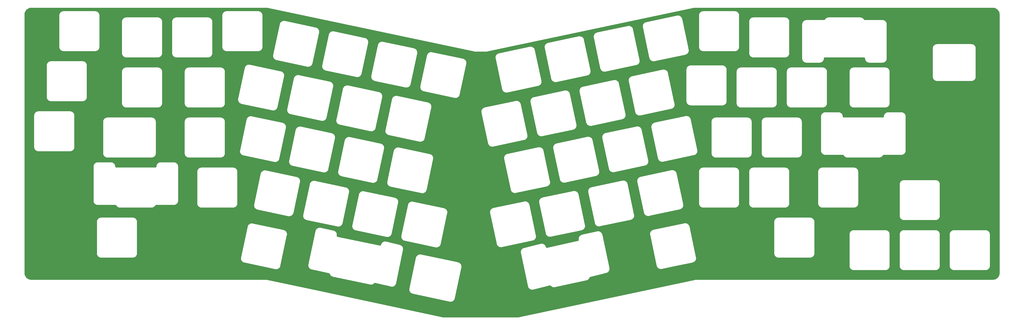
<source format=gbr>
%TF.GenerationSoftware,KiCad,Pcbnew,(5.1.6)-1*%
%TF.CreationDate,2021-01-23T12:35:39-06:00*%
%TF.ProjectId,basketweave_plate,6261736b-6574-4776-9561-76655f706c61,rev?*%
%TF.SameCoordinates,Original*%
%TF.FileFunction,Copper,L1,Top*%
%TF.FilePolarity,Positive*%
%FSLAX46Y46*%
G04 Gerber Fmt 4.6, Leading zero omitted, Abs format (unit mm)*
G04 Created by KiCad (PCBNEW (5.1.6)-1) date 2021-01-23 12:35:39*
%MOMM*%
%LPD*%
G01*
G04 APERTURE LIST*
%TA.AperFunction,NonConductor*%
%ADD10C,0.254000*%
%TD*%
G04 APERTURE END LIST*
D10*
G36*
X194285471Y-57862476D02*
G01*
X194324665Y-57874365D01*
X194392139Y-57881011D01*
X194459389Y-57888496D01*
X194500178Y-57885000D01*
X199199821Y-57885000D01*
X199240609Y-57888496D01*
X199307898Y-57881007D01*
X199375335Y-57874365D01*
X199414521Y-57862478D01*
X277889600Y-41216250D01*
X391282805Y-41216250D01*
X391791995Y-41266176D01*
X392247220Y-41403617D01*
X392667079Y-41626861D01*
X393035572Y-41927396D01*
X393338680Y-42293792D01*
X393564846Y-42712076D01*
X393705462Y-43166333D01*
X393758750Y-43673333D01*
X393758751Y-142045294D01*
X393708824Y-142554496D01*
X393571383Y-143009721D01*
X393348142Y-143429576D01*
X393047604Y-143798072D01*
X392681208Y-144101180D01*
X392262922Y-144327347D01*
X391808673Y-144467960D01*
X391301668Y-144521250D01*
X278637803Y-144521250D01*
X278597142Y-144517751D01*
X278529772Y-144525226D01*
X278462165Y-144531885D01*
X278423091Y-144543738D01*
X211060532Y-158808750D01*
X182639865Y-158808750D01*
X133636726Y-148377619D01*
X169607059Y-148377619D01*
X169607917Y-148387845D01*
X169625606Y-148582208D01*
X169638100Y-148647702D01*
X169649657Y-148713246D01*
X169652485Y-148723111D01*
X169707588Y-148910335D01*
X169732552Y-148972124D01*
X169756635Y-149034213D01*
X169761326Y-149043341D01*
X169851745Y-149216297D01*
X169888253Y-149272086D01*
X169923916Y-149328282D01*
X169930290Y-149336325D01*
X170052580Y-149488424D01*
X170099192Y-149536022D01*
X170145132Y-149584264D01*
X170152947Y-149590915D01*
X170302453Y-149716365D01*
X170357427Y-149754007D01*
X170411853Y-149792400D01*
X170420811Y-149797407D01*
X170591837Y-149891429D01*
X170653084Y-149917680D01*
X170713925Y-149944768D01*
X170723677Y-149947936D01*
X170723683Y-149947939D01*
X170723689Y-149947940D01*
X170907978Y-150006400D01*
X170940434Y-150016882D01*
X185078785Y-153092632D01*
X185113462Y-153096674D01*
X185119557Y-153098014D01*
X185129755Y-153099158D01*
X185180808Y-153104524D01*
X185186558Y-153105194D01*
X185186913Y-153105165D01*
X185323852Y-153119558D01*
X185390529Y-153120023D01*
X185457066Y-153121417D01*
X185467293Y-153120559D01*
X185467297Y-153120559D01*
X185661655Y-153102871D01*
X185727102Y-153090386D01*
X185792699Y-153078820D01*
X185802563Y-153075991D01*
X185989790Y-153020887D01*
X186051611Y-152995909D01*
X186113661Y-152971842D01*
X186122789Y-152967152D01*
X186295745Y-152876733D01*
X186351512Y-152840240D01*
X186407733Y-152804561D01*
X186415776Y-152798187D01*
X186567877Y-152675895D01*
X186615491Y-152629269D01*
X186663716Y-152583344D01*
X186670362Y-152575535D01*
X186670366Y-152575531D01*
X186670369Y-152575527D01*
X186795817Y-152426023D01*
X186833459Y-152371049D01*
X186871852Y-152316623D01*
X186876859Y-152307665D01*
X186970881Y-152136639D01*
X186997132Y-152075392D01*
X187024220Y-152014551D01*
X187027388Y-152004799D01*
X187027391Y-152004793D01*
X187027392Y-152004787D01*
X187064628Y-151887405D01*
X187064807Y-151887079D01*
X187097510Y-151783623D01*
X189607363Y-139891261D01*
X189610710Y-139860902D01*
X189612008Y-139855001D01*
X189613152Y-139844803D01*
X189633552Y-139650706D01*
X189634017Y-139584029D01*
X189635411Y-139517491D01*
X189634553Y-139507265D01*
X189616865Y-139312903D01*
X189604378Y-139247444D01*
X189592814Y-139181860D01*
X189589985Y-139171995D01*
X189534881Y-138984769D01*
X189509909Y-138922960D01*
X189485836Y-138860897D01*
X189481146Y-138851769D01*
X189390727Y-138678813D01*
X189354234Y-138623046D01*
X189318555Y-138566825D01*
X189312181Y-138558782D01*
X189189889Y-138406681D01*
X189143263Y-138359067D01*
X189097338Y-138310842D01*
X189089529Y-138304196D01*
X189089525Y-138304192D01*
X189089521Y-138304189D01*
X188940017Y-138178741D01*
X188885036Y-138141095D01*
X188830617Y-138102706D01*
X188821659Y-138097699D01*
X188650634Y-138003677D01*
X188589399Y-137977432D01*
X188528546Y-137950338D01*
X188518790Y-137947168D01*
X188518784Y-137947166D01*
X188401583Y-137909988D01*
X188401419Y-137909898D01*
X188297979Y-137877142D01*
X174159537Y-134885736D01*
X174128824Y-134882334D01*
X174122909Y-134881033D01*
X174112711Y-134879888D01*
X173918615Y-134859488D01*
X173851932Y-134859023D01*
X173785397Y-134857629D01*
X173775171Y-134858487D01*
X173580808Y-134876176D01*
X173515320Y-134888669D01*
X173449770Y-134900227D01*
X173439905Y-134903055D01*
X173252680Y-134958158D01*
X173190917Y-134983112D01*
X173128804Y-135007204D01*
X173119676Y-135011895D01*
X172946720Y-135102315D01*
X172890985Y-135138787D01*
X172834731Y-135174487D01*
X172826688Y-135180861D01*
X172674588Y-135303153D01*
X172626980Y-135349775D01*
X172578752Y-135395701D01*
X172572101Y-135403516D01*
X172446651Y-135553021D01*
X172408993Y-135608019D01*
X172370614Y-135662425D01*
X172365607Y-135671383D01*
X172271585Y-135842409D01*
X172245349Y-135903623D01*
X172218247Y-135964495D01*
X172215076Y-135974255D01*
X172156064Y-136160286D01*
X172156063Y-136160293D01*
X172145228Y-136194396D01*
X169635275Y-148002799D01*
X169631772Y-148034152D01*
X169630463Y-148040107D01*
X169629318Y-148050305D01*
X169608918Y-148244401D01*
X169608453Y-148311083D01*
X169607059Y-148377619D01*
X133636726Y-148377619D01*
X115626525Y-144543849D01*
X115587085Y-144531885D01*
X115519896Y-144525268D01*
X115452886Y-144517761D01*
X115411835Y-144521250D01*
X26229695Y-144521250D01*
X25720504Y-144471324D01*
X25265279Y-144333883D01*
X24845424Y-144110642D01*
X24476928Y-143810104D01*
X24173820Y-143443708D01*
X23947653Y-143025422D01*
X23807040Y-142571173D01*
X23753750Y-142064168D01*
X23753750Y-136563006D01*
X105704836Y-136563006D01*
X105705694Y-136573232D01*
X105723383Y-136767595D01*
X105735877Y-136833089D01*
X105747434Y-136898633D01*
X105750262Y-136908498D01*
X105805365Y-137095722D01*
X105830329Y-137157511D01*
X105854412Y-137219600D01*
X105859103Y-137228728D01*
X105949522Y-137401684D01*
X105986030Y-137457473D01*
X106021693Y-137513669D01*
X106028067Y-137521712D01*
X106150357Y-137673811D01*
X106196969Y-137721409D01*
X106242909Y-137769651D01*
X106250724Y-137776302D01*
X106400230Y-137901752D01*
X106455204Y-137939394D01*
X106509630Y-137977787D01*
X106518588Y-137982794D01*
X106689614Y-138076816D01*
X106750861Y-138103067D01*
X106811702Y-138130155D01*
X106821454Y-138133323D01*
X106821460Y-138133326D01*
X106821466Y-138133327D01*
X107007492Y-138192338D01*
X107007499Y-138192339D01*
X107041602Y-138203174D01*
X118850003Y-140713130D01*
X118881349Y-140716632D01*
X118887312Y-140717943D01*
X118897510Y-140719087D01*
X119091607Y-140739487D01*
X119158284Y-140739952D01*
X119224821Y-140741346D01*
X119235048Y-140740488D01*
X119235052Y-140740488D01*
X119429410Y-140722800D01*
X119494857Y-140710315D01*
X119560454Y-140698749D01*
X119570318Y-140695920D01*
X119757545Y-140640816D01*
X119819366Y-140615838D01*
X119881416Y-140591771D01*
X119890544Y-140587081D01*
X120063500Y-140496662D01*
X120119267Y-140460169D01*
X120175488Y-140424490D01*
X120183531Y-140418116D01*
X120335632Y-140295824D01*
X120383246Y-140249198D01*
X120431471Y-140203273D01*
X120438117Y-140195464D01*
X120438121Y-140195460D01*
X120438124Y-140195456D01*
X120563572Y-140045952D01*
X120601214Y-139990978D01*
X120639607Y-139936552D01*
X120644614Y-139927594D01*
X120738636Y-139756568D01*
X120764887Y-139695321D01*
X120791975Y-139634480D01*
X120795143Y-139624728D01*
X120795146Y-139624722D01*
X120795147Y-139624716D01*
X120854158Y-139438690D01*
X120854162Y-139438670D01*
X120864993Y-139404579D01*
X120911010Y-139188083D01*
X131276485Y-139188083D01*
X131277343Y-139198309D01*
X131295032Y-139392672D01*
X131307526Y-139458166D01*
X131319083Y-139523710D01*
X131321911Y-139533575D01*
X131377014Y-139720799D01*
X131401963Y-139782550D01*
X131426060Y-139844676D01*
X131430751Y-139853803D01*
X131521171Y-140026760D01*
X131557643Y-140082495D01*
X131593343Y-140138749D01*
X131599717Y-140146792D01*
X131722009Y-140298892D01*
X131768649Y-140346519D01*
X131814557Y-140394727D01*
X131822372Y-140401379D01*
X131971877Y-140526829D01*
X132026875Y-140564487D01*
X132081281Y-140602866D01*
X132090239Y-140607873D01*
X132261265Y-140701895D01*
X132322505Y-140728142D01*
X132383352Y-140755233D01*
X132393112Y-140758404D01*
X132579142Y-140817416D01*
X132579146Y-140817417D01*
X132613251Y-140828252D01*
X139172819Y-142222533D01*
X139255884Y-142248882D01*
X139300605Y-142273468D01*
X139339695Y-142306269D01*
X139371672Y-142346040D01*
X139406086Y-142411867D01*
X139413262Y-142431584D01*
X139413264Y-142431588D01*
X139437137Y-142497177D01*
X139455986Y-142536518D01*
X139471758Y-142577180D01*
X139476448Y-142586307D01*
X139566867Y-142759265D01*
X139603387Y-142815074D01*
X139639043Y-142871258D01*
X139645417Y-142879301D01*
X139767709Y-143031400D01*
X139814346Y-143079023D01*
X139860255Y-143127233D01*
X139868070Y-143133885D01*
X140017575Y-143259335D01*
X140072569Y-143296990D01*
X140126977Y-143335371D01*
X140135935Y-143340378D01*
X140306961Y-143434400D01*
X140368208Y-143460651D01*
X140429049Y-143487739D01*
X140438801Y-143490907D01*
X140438807Y-143490910D01*
X140438813Y-143490911D01*
X140618635Y-143547954D01*
X140659185Y-143560822D01*
X154880592Y-146578753D01*
X154893237Y-146580161D01*
X154938964Y-146588224D01*
X154982459Y-146591570D01*
X155025560Y-146598243D01*
X155035810Y-146598744D01*
X155230804Y-146606917D01*
X155297346Y-146603197D01*
X155363874Y-146600409D01*
X155374025Y-146598910D01*
X155374029Y-146598910D01*
X155566895Y-146569053D01*
X155631449Y-146552479D01*
X155696171Y-146536821D01*
X155705839Y-146533379D01*
X155889235Y-146466628D01*
X155949349Y-146437826D01*
X156009783Y-146409902D01*
X156018598Y-146404647D01*
X156185536Y-146303546D01*
X156238883Y-146263637D01*
X156292774Y-146224483D01*
X156300400Y-146217617D01*
X156444451Y-146086080D01*
X156444522Y-146086016D01*
X156535425Y-146003010D01*
X156579071Y-145976577D01*
X156627026Y-145959123D01*
X156677460Y-145951315D01*
X156751669Y-145954426D01*
X156753099Y-145954678D01*
X162798919Y-147355839D01*
X162843977Y-147361710D01*
X162849499Y-147362924D01*
X162859697Y-147364068D01*
X162871995Y-147365361D01*
X162906512Y-147369858D01*
X162911568Y-147369520D01*
X163053794Y-147384468D01*
X163120471Y-147384933D01*
X163187008Y-147386327D01*
X163197235Y-147385469D01*
X163197239Y-147385469D01*
X163391597Y-147367781D01*
X163457044Y-147355296D01*
X163522641Y-147343730D01*
X163532505Y-147340901D01*
X163719732Y-147285797D01*
X163781553Y-147260819D01*
X163843603Y-147236752D01*
X163852731Y-147232062D01*
X164025687Y-147141643D01*
X164081454Y-147105150D01*
X164137675Y-147069471D01*
X164145718Y-147063097D01*
X164297819Y-146940805D01*
X164345433Y-146894179D01*
X164393658Y-146848254D01*
X164400304Y-146840445D01*
X164400308Y-146840441D01*
X164400311Y-146840437D01*
X164525759Y-146690933D01*
X164563401Y-146635959D01*
X164601794Y-146581533D01*
X164606801Y-146572575D01*
X164700823Y-146401549D01*
X164727074Y-146340302D01*
X164754162Y-146279461D01*
X164757330Y-146269709D01*
X164757333Y-146269703D01*
X164757334Y-146269697D01*
X164795148Y-146150493D01*
X164796239Y-146148483D01*
X164828408Y-146044859D01*
X167302464Y-134015298D01*
X211939074Y-134015298D01*
X211940004Y-134081894D01*
X211940004Y-134148525D01*
X211941077Y-134158731D01*
X211962639Y-134350960D01*
X211966805Y-134388249D01*
X214684670Y-147174799D01*
X214694223Y-147204869D01*
X214695449Y-147210841D01*
X214698551Y-147220623D01*
X214758861Y-147406236D01*
X214785548Y-147467320D01*
X214811346Y-147528690D01*
X214816288Y-147537679D01*
X214816290Y-147537684D01*
X214816293Y-147537688D01*
X214911503Y-147708048D01*
X214949544Y-147762781D01*
X214986775Y-147817978D01*
X214993371Y-147825840D01*
X215119862Y-147974466D01*
X215167793Y-148020752D01*
X215215052Y-148067682D01*
X215223050Y-148074113D01*
X215376000Y-148195339D01*
X215432046Y-148231458D01*
X215487481Y-148268289D01*
X215496572Y-148273042D01*
X215496576Y-148273045D01*
X215496580Y-148273047D01*
X215670159Y-148362254D01*
X215732120Y-148386786D01*
X215793691Y-148412163D01*
X215803530Y-148415059D01*
X215803532Y-148415060D01*
X215803534Y-148415060D01*
X215803536Y-148415061D01*
X215991140Y-148468855D01*
X216056677Y-148480883D01*
X216122008Y-148493819D01*
X216132228Y-148494749D01*
X216326710Y-148511080D01*
X216393306Y-148510150D01*
X216459937Y-148510150D01*
X216470143Y-148509077D01*
X216603364Y-148494134D01*
X216614630Y-148494745D01*
X216722038Y-148479373D01*
X223048291Y-146929052D01*
X223123580Y-146920607D01*
X223174432Y-146924877D01*
X223223488Y-146938944D01*
X223268873Y-146962269D01*
X223327089Y-147008410D01*
X223341661Y-147023500D01*
X223341665Y-147023504D01*
X223390142Y-147073704D01*
X223423365Y-147101980D01*
X223454323Y-147132722D01*
X223462321Y-147139153D01*
X223615271Y-147260379D01*
X223671317Y-147296498D01*
X223726752Y-147333329D01*
X223735843Y-147338082D01*
X223735847Y-147338085D01*
X223735851Y-147338087D01*
X223909430Y-147427294D01*
X223971392Y-147451826D01*
X224032958Y-147477202D01*
X224042803Y-147480100D01*
X224230408Y-147533895D01*
X224295955Y-147545925D01*
X224361279Y-147558860D01*
X224371497Y-147559790D01*
X224371499Y-147559790D01*
X224565981Y-147576121D01*
X224632577Y-147575191D01*
X224699208Y-147575191D01*
X224709414Y-147574118D01*
X224903363Y-147552363D01*
X224903366Y-147552362D01*
X224938518Y-147548455D01*
X237016935Y-144988298D01*
X237029372Y-144984355D01*
X237074739Y-144973044D01*
X237115845Y-144958407D01*
X237157941Y-144946970D01*
X237167509Y-144943259D01*
X237348970Y-144871413D01*
X237408221Y-144840962D01*
X237467885Y-144811345D01*
X237476550Y-144805846D01*
X237640599Y-144700124D01*
X237692781Y-144658766D01*
X237745591Y-144618096D01*
X237753023Y-144611019D01*
X237893413Y-144475445D01*
X237936612Y-144424685D01*
X237980465Y-144374593D01*
X237986381Y-144366207D01*
X238097765Y-144205947D01*
X238130268Y-144147790D01*
X238163573Y-144090105D01*
X238167747Y-144080730D01*
X238245882Y-143901887D01*
X238245883Y-143901885D01*
X238295165Y-143789082D01*
X238324288Y-143747181D01*
X238360999Y-143711729D01*
X238403888Y-143684089D01*
X238472958Y-143656742D01*
X238492962Y-143651754D01*
X244535231Y-142154712D01*
X244545615Y-142151027D01*
X244547596Y-142150620D01*
X244557378Y-142147517D01*
X244742991Y-142087207D01*
X244804058Y-142060527D01*
X244865449Y-142034721D01*
X244874437Y-142029780D01*
X244874441Y-142029778D01*
X244874444Y-142029776D01*
X245044806Y-141934563D01*
X245099521Y-141896535D01*
X245154732Y-141859295D01*
X245162594Y-141852699D01*
X245311221Y-141726208D01*
X245357523Y-141678260D01*
X245404437Y-141631018D01*
X245410868Y-141623020D01*
X245532095Y-141470070D01*
X245568208Y-141414035D01*
X245605047Y-141358587D01*
X245609799Y-141349498D01*
X245609802Y-141349494D01*
X245609804Y-141349490D01*
X245699012Y-141175909D01*
X245723541Y-141113955D01*
X245748921Y-141052380D01*
X245751819Y-141042535D01*
X245805613Y-140854929D01*
X245817641Y-140789395D01*
X245830578Y-140724059D01*
X245831508Y-140713839D01*
X245847839Y-140519359D01*
X245846909Y-140452763D01*
X245846909Y-140386131D01*
X245845836Y-140375925D01*
X245824081Y-140181975D01*
X245824081Y-140181974D01*
X245820107Y-140146405D01*
X243102241Y-127359855D01*
X243092690Y-127329793D01*
X243091463Y-127323814D01*
X243088361Y-127314032D01*
X243033283Y-127144520D01*
X261026319Y-127144520D01*
X261027249Y-127211116D01*
X261027249Y-127277747D01*
X261028322Y-127287953D01*
X261050077Y-127481902D01*
X261050079Y-127481912D01*
X261054052Y-127517473D01*
X263564005Y-139325876D01*
X263573557Y-139355941D01*
X263574784Y-139361917D01*
X263577886Y-139371699D01*
X263638196Y-139557312D01*
X263664883Y-139618396D01*
X263690681Y-139679766D01*
X263695623Y-139688755D01*
X263695625Y-139688760D01*
X263695628Y-139688764D01*
X263790838Y-139859124D01*
X263828873Y-139913848D01*
X263866108Y-139969052D01*
X263872704Y-139976914D01*
X263999194Y-140125540D01*
X264047141Y-140171842D01*
X264094386Y-140218758D01*
X264102383Y-140225189D01*
X264255335Y-140346416D01*
X264311353Y-140382517D01*
X264366814Y-140419366D01*
X264375903Y-140424117D01*
X264375911Y-140424122D01*
X264375919Y-140424125D01*
X264549491Y-140513330D01*
X264611452Y-140537862D01*
X264673022Y-140563240D01*
X264682867Y-140566138D01*
X264870473Y-140619932D01*
X264936007Y-140631960D01*
X265001343Y-140644897D01*
X265011563Y-140645827D01*
X265206043Y-140662158D01*
X265272639Y-140661228D01*
X265339271Y-140661228D01*
X265349477Y-140660155D01*
X265543067Y-140638440D01*
X265578104Y-140634569D01*
X271487289Y-139386104D01*
X336752500Y-139386104D01*
X336755593Y-139417503D01*
X336755550Y-139423598D01*
X336756551Y-139433812D01*
X336776952Y-139627908D01*
X336790344Y-139693149D01*
X336802829Y-139758598D01*
X336805795Y-139768423D01*
X336863507Y-139954861D01*
X336889331Y-140016293D01*
X336914277Y-140078037D01*
X336919095Y-140087099D01*
X337011920Y-140258775D01*
X337049157Y-140313982D01*
X337085650Y-140369748D01*
X337092136Y-140377701D01*
X337216539Y-140528078D01*
X337263846Y-140575056D01*
X337310417Y-140622613D01*
X337318324Y-140629155D01*
X337469566Y-140752505D01*
X337525059Y-140789374D01*
X337580020Y-140827007D01*
X337589047Y-140831888D01*
X337761369Y-140923513D01*
X337823008Y-140948919D01*
X337884189Y-140975141D01*
X337893992Y-140978176D01*
X338080828Y-141034585D01*
X338146220Y-141047533D01*
X338211336Y-141061374D01*
X338221542Y-141062447D01*
X338415775Y-141081492D01*
X338415777Y-141081492D01*
X338451395Y-141085000D01*
X350523605Y-141085000D01*
X350555004Y-141081907D01*
X350561098Y-141081950D01*
X350571312Y-141080949D01*
X350765408Y-141060548D01*
X350830649Y-141047156D01*
X350896098Y-141034671D01*
X350905923Y-141031705D01*
X351092361Y-140973993D01*
X351153793Y-140948169D01*
X351215537Y-140923223D01*
X351224599Y-140918405D01*
X351396275Y-140825580D01*
X351451482Y-140788343D01*
X351507248Y-140751850D01*
X351515201Y-140745364D01*
X351665578Y-140620961D01*
X351712556Y-140573654D01*
X351760113Y-140527083D01*
X351766655Y-140519176D01*
X351890005Y-140367934D01*
X351926874Y-140312441D01*
X351964507Y-140257480D01*
X351969388Y-140248453D01*
X352061013Y-140076131D01*
X352086419Y-140014492D01*
X352112641Y-139953311D01*
X352115676Y-139943508D01*
X352172085Y-139756672D01*
X352185033Y-139691280D01*
X352198874Y-139626164D01*
X352199947Y-139615958D01*
X352218992Y-139421725D01*
X352218992Y-139421723D01*
X352222500Y-139386105D01*
X352222500Y-139386104D01*
X355802500Y-139386104D01*
X355805593Y-139417503D01*
X355805550Y-139423598D01*
X355806551Y-139433812D01*
X355826952Y-139627908D01*
X355840344Y-139693149D01*
X355852829Y-139758598D01*
X355855795Y-139768423D01*
X355913507Y-139954861D01*
X355939331Y-140016293D01*
X355964277Y-140078037D01*
X355969095Y-140087099D01*
X356061920Y-140258775D01*
X356099157Y-140313982D01*
X356135650Y-140369748D01*
X356142136Y-140377701D01*
X356266539Y-140528078D01*
X356313846Y-140575056D01*
X356360417Y-140622613D01*
X356368324Y-140629155D01*
X356519566Y-140752505D01*
X356575059Y-140789374D01*
X356630020Y-140827007D01*
X356639047Y-140831888D01*
X356811369Y-140923513D01*
X356873008Y-140948919D01*
X356934189Y-140975141D01*
X356943992Y-140978176D01*
X357130828Y-141034585D01*
X357196220Y-141047533D01*
X357261336Y-141061374D01*
X357271542Y-141062447D01*
X357465775Y-141081492D01*
X357465777Y-141081492D01*
X357501395Y-141085000D01*
X369573605Y-141085000D01*
X369605004Y-141081907D01*
X369611098Y-141081950D01*
X369621312Y-141080949D01*
X369815408Y-141060548D01*
X369880649Y-141047156D01*
X369946098Y-141034671D01*
X369955923Y-141031705D01*
X370142361Y-140973993D01*
X370203793Y-140948169D01*
X370265537Y-140923223D01*
X370274599Y-140918405D01*
X370446275Y-140825580D01*
X370501482Y-140788343D01*
X370557248Y-140751850D01*
X370565201Y-140745364D01*
X370715578Y-140620961D01*
X370762556Y-140573654D01*
X370810113Y-140527083D01*
X370816655Y-140519176D01*
X370940005Y-140367934D01*
X370976874Y-140312441D01*
X371014507Y-140257480D01*
X371019388Y-140248453D01*
X371111013Y-140076131D01*
X371136419Y-140014492D01*
X371162641Y-139953311D01*
X371165676Y-139943508D01*
X371222085Y-139756672D01*
X371235033Y-139691280D01*
X371248874Y-139626164D01*
X371249947Y-139615958D01*
X371268992Y-139421725D01*
X371268992Y-139421723D01*
X371272500Y-139386105D01*
X371272500Y-139386104D01*
X374802500Y-139386104D01*
X374805593Y-139417503D01*
X374805550Y-139423598D01*
X374806551Y-139433812D01*
X374826952Y-139627908D01*
X374840344Y-139693149D01*
X374852829Y-139758598D01*
X374855795Y-139768423D01*
X374913507Y-139954861D01*
X374939331Y-140016293D01*
X374964277Y-140078037D01*
X374969095Y-140087099D01*
X375061920Y-140258775D01*
X375099157Y-140313982D01*
X375135650Y-140369748D01*
X375142136Y-140377701D01*
X375266539Y-140528078D01*
X375313846Y-140575056D01*
X375360417Y-140622613D01*
X375368324Y-140629155D01*
X375519566Y-140752505D01*
X375575059Y-140789374D01*
X375630020Y-140827007D01*
X375639047Y-140831888D01*
X375811369Y-140923513D01*
X375873008Y-140948919D01*
X375934189Y-140975141D01*
X375943992Y-140978176D01*
X376130828Y-141034585D01*
X376196220Y-141047533D01*
X376261336Y-141061374D01*
X376271542Y-141062447D01*
X376465775Y-141081492D01*
X376465777Y-141081492D01*
X376501395Y-141085000D01*
X388573605Y-141085000D01*
X388605004Y-141081907D01*
X388611098Y-141081950D01*
X388621312Y-141080949D01*
X388815408Y-141060548D01*
X388880649Y-141047156D01*
X388946098Y-141034671D01*
X388955923Y-141031705D01*
X389142361Y-140973993D01*
X389203793Y-140948169D01*
X389265537Y-140923223D01*
X389274599Y-140918405D01*
X389446275Y-140825580D01*
X389501482Y-140788343D01*
X389557248Y-140751850D01*
X389565201Y-140745364D01*
X389715578Y-140620961D01*
X389762556Y-140573654D01*
X389810113Y-140527083D01*
X389816655Y-140519176D01*
X389940005Y-140367934D01*
X389976874Y-140312441D01*
X390014507Y-140257480D01*
X390019388Y-140248453D01*
X390111013Y-140076131D01*
X390136419Y-140014492D01*
X390162641Y-139953311D01*
X390165676Y-139943508D01*
X390222085Y-139756672D01*
X390235033Y-139691280D01*
X390248874Y-139626164D01*
X390249947Y-139615958D01*
X390268992Y-139421725D01*
X390268992Y-139421723D01*
X390272500Y-139386105D01*
X390272500Y-127313895D01*
X390269407Y-127282496D01*
X390269450Y-127276402D01*
X390268449Y-127266188D01*
X390248048Y-127072091D01*
X390234655Y-127006843D01*
X390222171Y-126941402D01*
X390219205Y-126931577D01*
X390161493Y-126745139D01*
X390135675Y-126683720D01*
X390110723Y-126621962D01*
X390105905Y-126612901D01*
X390013080Y-126441224D01*
X389975815Y-126385977D01*
X389939350Y-126330252D01*
X389932864Y-126322299D01*
X389808460Y-126171921D01*
X389761154Y-126124944D01*
X389714583Y-126077387D01*
X389706676Y-126070845D01*
X389555434Y-125947495D01*
X389499915Y-125910608D01*
X389444980Y-125872994D01*
X389435953Y-125868112D01*
X389263631Y-125776487D01*
X389202004Y-125751086D01*
X389140811Y-125724859D01*
X389131008Y-125721824D01*
X388944172Y-125665415D01*
X388878780Y-125652467D01*
X388813664Y-125638626D01*
X388803458Y-125637553D01*
X388609224Y-125618508D01*
X388609223Y-125618508D01*
X388573605Y-125615000D01*
X376501395Y-125615000D01*
X376469996Y-125618093D01*
X376463902Y-125618050D01*
X376453688Y-125619051D01*
X376259591Y-125639452D01*
X376194343Y-125652845D01*
X376128902Y-125665329D01*
X376119077Y-125668295D01*
X375932639Y-125726007D01*
X375871220Y-125751825D01*
X375809462Y-125776777D01*
X375800401Y-125781595D01*
X375628724Y-125874420D01*
X375573477Y-125911685D01*
X375517752Y-125948150D01*
X375509799Y-125954636D01*
X375359421Y-126079040D01*
X375312444Y-126126346D01*
X375264887Y-126172917D01*
X375258345Y-126180824D01*
X375134995Y-126332066D01*
X375098108Y-126387585D01*
X375060494Y-126442520D01*
X375055612Y-126451547D01*
X374963987Y-126623869D01*
X374938586Y-126685496D01*
X374912359Y-126746689D01*
X374909324Y-126756492D01*
X374852915Y-126943328D01*
X374839967Y-127008720D01*
X374826126Y-127073836D01*
X374825053Y-127084042D01*
X374806008Y-127278276D01*
X374806008Y-127278287D01*
X374802501Y-127313895D01*
X374802500Y-139386104D01*
X371272500Y-139386104D01*
X371272500Y-127313895D01*
X371269407Y-127282496D01*
X371269450Y-127276402D01*
X371268449Y-127266188D01*
X371248048Y-127072091D01*
X371234655Y-127006843D01*
X371222171Y-126941402D01*
X371219205Y-126931577D01*
X371161493Y-126745139D01*
X371135675Y-126683720D01*
X371110723Y-126621962D01*
X371105905Y-126612901D01*
X371013080Y-126441224D01*
X370975815Y-126385977D01*
X370939350Y-126330252D01*
X370932864Y-126322299D01*
X370808460Y-126171921D01*
X370761154Y-126124944D01*
X370714583Y-126077387D01*
X370706676Y-126070845D01*
X370555434Y-125947495D01*
X370499915Y-125910608D01*
X370444980Y-125872994D01*
X370435953Y-125868112D01*
X370263631Y-125776487D01*
X370202004Y-125751086D01*
X370140811Y-125724859D01*
X370131008Y-125721824D01*
X369944172Y-125665415D01*
X369878780Y-125652467D01*
X369813664Y-125638626D01*
X369803458Y-125637553D01*
X369609224Y-125618508D01*
X369609223Y-125618508D01*
X369573605Y-125615000D01*
X357501395Y-125615000D01*
X357469996Y-125618093D01*
X357463902Y-125618050D01*
X357453688Y-125619051D01*
X357259591Y-125639452D01*
X357194343Y-125652845D01*
X357128902Y-125665329D01*
X357119077Y-125668295D01*
X356932639Y-125726007D01*
X356871220Y-125751825D01*
X356809462Y-125776777D01*
X356800401Y-125781595D01*
X356628724Y-125874420D01*
X356573477Y-125911685D01*
X356517752Y-125948150D01*
X356509799Y-125954636D01*
X356359421Y-126079040D01*
X356312444Y-126126346D01*
X356264887Y-126172917D01*
X356258345Y-126180824D01*
X356134995Y-126332066D01*
X356098108Y-126387585D01*
X356060494Y-126442520D01*
X356055612Y-126451547D01*
X355963987Y-126623869D01*
X355938586Y-126685496D01*
X355912359Y-126746689D01*
X355909324Y-126756492D01*
X355852915Y-126943328D01*
X355839967Y-127008720D01*
X355826126Y-127073836D01*
X355825053Y-127084042D01*
X355806008Y-127278276D01*
X355806008Y-127278287D01*
X355802501Y-127313895D01*
X355802500Y-139386104D01*
X352222500Y-139386104D01*
X352222500Y-127313895D01*
X352219407Y-127282496D01*
X352219450Y-127276402D01*
X352218449Y-127266188D01*
X352198048Y-127072091D01*
X352184655Y-127006843D01*
X352172171Y-126941402D01*
X352169205Y-126931577D01*
X352111493Y-126745139D01*
X352085675Y-126683720D01*
X352060723Y-126621962D01*
X352055905Y-126612901D01*
X351963080Y-126441224D01*
X351925815Y-126385977D01*
X351889350Y-126330252D01*
X351882864Y-126322299D01*
X351758460Y-126171921D01*
X351711154Y-126124944D01*
X351664583Y-126077387D01*
X351656676Y-126070845D01*
X351505434Y-125947495D01*
X351449915Y-125910608D01*
X351394980Y-125872994D01*
X351385953Y-125868112D01*
X351213631Y-125776487D01*
X351152004Y-125751086D01*
X351090811Y-125724859D01*
X351081008Y-125721824D01*
X350894172Y-125665415D01*
X350828780Y-125652467D01*
X350763664Y-125638626D01*
X350753458Y-125637553D01*
X350559224Y-125618508D01*
X350559223Y-125618508D01*
X350523605Y-125615000D01*
X338451395Y-125615000D01*
X338419996Y-125618093D01*
X338413902Y-125618050D01*
X338403688Y-125619051D01*
X338209591Y-125639452D01*
X338144343Y-125652845D01*
X338078902Y-125665329D01*
X338069077Y-125668295D01*
X337882639Y-125726007D01*
X337821220Y-125751825D01*
X337759462Y-125776777D01*
X337750401Y-125781595D01*
X337578724Y-125874420D01*
X337523477Y-125911685D01*
X337467752Y-125948150D01*
X337459799Y-125954636D01*
X337309421Y-126079040D01*
X337262444Y-126126346D01*
X337214887Y-126172917D01*
X337208345Y-126180824D01*
X337084995Y-126332066D01*
X337048108Y-126387585D01*
X337010494Y-126442520D01*
X337005612Y-126451547D01*
X336913987Y-126623869D01*
X336888586Y-126685496D01*
X336862359Y-126746689D01*
X336859324Y-126756492D01*
X336802915Y-126943328D01*
X336789967Y-127008720D01*
X336776126Y-127073836D01*
X336775053Y-127084042D01*
X336756008Y-127278276D01*
X336756008Y-127278287D01*
X336752501Y-127313895D01*
X336752500Y-139386104D01*
X271487289Y-139386104D01*
X277406712Y-138135476D01*
X277437606Y-138125703D01*
X277443626Y-138124467D01*
X277453408Y-138121365D01*
X277639021Y-138061055D01*
X277700075Y-138034381D01*
X277761473Y-138008572D01*
X277770466Y-138003628D01*
X277940831Y-137908415D01*
X277995570Y-137870370D01*
X278050763Y-137833142D01*
X278058625Y-137826546D01*
X278207251Y-137700055D01*
X278253554Y-137652107D01*
X278300465Y-137604867D01*
X278306896Y-137596869D01*
X278428123Y-137443919D01*
X278464218Y-137387912D01*
X278501075Y-137332438D01*
X278505825Y-137323351D01*
X278505830Y-137323343D01*
X278505833Y-137323335D01*
X278595039Y-137149761D01*
X278619574Y-137087793D01*
X278644948Y-137026231D01*
X278647846Y-137016386D01*
X278701641Y-136828781D01*
X278713671Y-136763234D01*
X278726606Y-136697910D01*
X278727536Y-136687690D01*
X278743867Y-136493208D01*
X278742937Y-136426612D01*
X278742937Y-136359981D01*
X278741864Y-136349775D01*
X278720109Y-136155826D01*
X278720109Y-136155824D01*
X278716135Y-136120257D01*
X278398012Y-134623604D01*
X308177500Y-134623604D01*
X308180593Y-134655003D01*
X308180550Y-134661098D01*
X308181551Y-134671312D01*
X308201952Y-134865408D01*
X308215344Y-134930649D01*
X308227829Y-134996098D01*
X308230795Y-135005923D01*
X308288507Y-135192361D01*
X308314331Y-135253793D01*
X308339277Y-135315537D01*
X308344095Y-135324599D01*
X308436920Y-135496275D01*
X308474157Y-135551482D01*
X308510650Y-135607248D01*
X308517136Y-135615201D01*
X308641539Y-135765578D01*
X308688846Y-135812556D01*
X308735417Y-135860113D01*
X308743324Y-135866655D01*
X308894566Y-135990005D01*
X308950059Y-136026874D01*
X309005020Y-136064507D01*
X309014047Y-136069388D01*
X309186369Y-136161013D01*
X309248008Y-136186419D01*
X309309189Y-136212641D01*
X309318992Y-136215676D01*
X309505828Y-136272085D01*
X309571220Y-136285033D01*
X309636336Y-136298874D01*
X309646542Y-136299947D01*
X309840775Y-136318992D01*
X309840777Y-136318992D01*
X309876395Y-136322500D01*
X321948605Y-136322500D01*
X321980004Y-136319407D01*
X321986098Y-136319450D01*
X321996312Y-136318449D01*
X322190408Y-136298048D01*
X322255649Y-136284656D01*
X322321098Y-136272171D01*
X322330923Y-136269205D01*
X322517361Y-136211493D01*
X322578793Y-136185669D01*
X322640537Y-136160723D01*
X322649599Y-136155905D01*
X322821275Y-136063080D01*
X322876482Y-136025843D01*
X322932248Y-135989350D01*
X322940201Y-135982864D01*
X323090578Y-135858461D01*
X323137556Y-135811154D01*
X323185113Y-135764583D01*
X323191655Y-135756676D01*
X323315005Y-135605434D01*
X323351874Y-135549941D01*
X323389507Y-135494980D01*
X323394388Y-135485953D01*
X323486013Y-135313631D01*
X323511419Y-135251992D01*
X323537641Y-135190811D01*
X323540676Y-135181008D01*
X323597085Y-134994172D01*
X323610033Y-134928780D01*
X323623874Y-134863664D01*
X323624947Y-134853458D01*
X323643992Y-134659225D01*
X323643992Y-134659223D01*
X323647500Y-134623605D01*
X323647500Y-122551395D01*
X323644407Y-122519996D01*
X323644450Y-122513902D01*
X323643449Y-122503688D01*
X323623048Y-122309591D01*
X323609655Y-122244343D01*
X323597171Y-122178902D01*
X323594205Y-122169077D01*
X323536493Y-121982639D01*
X323510675Y-121921220D01*
X323485723Y-121859462D01*
X323480905Y-121850401D01*
X323388080Y-121678724D01*
X323350815Y-121623477D01*
X323314350Y-121567752D01*
X323307864Y-121559799D01*
X323183460Y-121409421D01*
X323136154Y-121362444D01*
X323089583Y-121314887D01*
X323081676Y-121308345D01*
X322930434Y-121184995D01*
X322874915Y-121148108D01*
X322819980Y-121110494D01*
X322810953Y-121105612D01*
X322638631Y-121013987D01*
X322577004Y-120988586D01*
X322515811Y-120962359D01*
X322506008Y-120959324D01*
X322319172Y-120902915D01*
X322253780Y-120889967D01*
X322188664Y-120876126D01*
X322178458Y-120875053D01*
X321984224Y-120856008D01*
X321984223Y-120856008D01*
X321948605Y-120852500D01*
X309876395Y-120852500D01*
X309844996Y-120855593D01*
X309838902Y-120855550D01*
X309828688Y-120856551D01*
X309634591Y-120876952D01*
X309569343Y-120890345D01*
X309503902Y-120902829D01*
X309494077Y-120905795D01*
X309307639Y-120963507D01*
X309246220Y-120989325D01*
X309184462Y-121014277D01*
X309175401Y-121019095D01*
X309003724Y-121111920D01*
X308948477Y-121149185D01*
X308892752Y-121185650D01*
X308884799Y-121192136D01*
X308734421Y-121316540D01*
X308687444Y-121363846D01*
X308639887Y-121410417D01*
X308633345Y-121418324D01*
X308509995Y-121569566D01*
X308473108Y-121625085D01*
X308435494Y-121680020D01*
X308430612Y-121689047D01*
X308338987Y-121861369D01*
X308313586Y-121922996D01*
X308287359Y-121984189D01*
X308284324Y-121993992D01*
X308227915Y-122180828D01*
X308214967Y-122246220D01*
X308201126Y-122311336D01*
X308200053Y-122321542D01*
X308181008Y-122515776D01*
X308181008Y-122515787D01*
X308177501Y-122551395D01*
X308177500Y-134623604D01*
X278398012Y-134623604D01*
X276206181Y-124311854D01*
X276196630Y-124281792D01*
X276195403Y-124275813D01*
X276192301Y-124266031D01*
X276131991Y-124080418D01*
X276105306Y-124019338D01*
X276079508Y-123957967D01*
X276074564Y-123948973D01*
X275979351Y-123778608D01*
X275941306Y-123723869D01*
X275904078Y-123668676D01*
X275897482Y-123660814D01*
X275770991Y-123512188D01*
X275723024Y-123465867D01*
X275675800Y-123418972D01*
X275667803Y-123412541D01*
X275514853Y-123291315D01*
X275458822Y-123255206D01*
X275403372Y-123218365D01*
X275394278Y-123213610D01*
X275220694Y-123124400D01*
X275158751Y-123099875D01*
X275097165Y-123074491D01*
X275087321Y-123071594D01*
X274899716Y-123017799D01*
X274834187Y-123005772D01*
X274768844Y-122992834D01*
X274758628Y-122991904D01*
X274758624Y-122991904D01*
X274564143Y-122975573D01*
X274497547Y-122976503D01*
X274430916Y-122976503D01*
X274420710Y-122977576D01*
X274227186Y-122999283D01*
X274192082Y-123003162D01*
X262363475Y-125502252D01*
X262332584Y-125512025D01*
X262326561Y-125513261D01*
X262316779Y-125516363D01*
X262131166Y-125576673D01*
X262070086Y-125603358D01*
X262008715Y-125629156D01*
X261999721Y-125634100D01*
X261829356Y-125729313D01*
X261774617Y-125767358D01*
X261719424Y-125804586D01*
X261711562Y-125811182D01*
X261562936Y-125937673D01*
X261516633Y-125985621D01*
X261469722Y-126032861D01*
X261463291Y-126040858D01*
X261342064Y-126193809D01*
X261305967Y-126249821D01*
X261269112Y-126305292D01*
X261264357Y-126314386D01*
X261175147Y-126487970D01*
X261150614Y-126549935D01*
X261125240Y-126611495D01*
X261122342Y-126621339D01*
X261068546Y-126808945D01*
X261056513Y-126874502D01*
X261043580Y-126939819D01*
X261042650Y-126950039D01*
X261026319Y-127144520D01*
X243033283Y-127144520D01*
X243028051Y-127128419D01*
X243001365Y-127067336D01*
X242975566Y-127005964D01*
X242970622Y-126996971D01*
X242970622Y-126996970D01*
X242970619Y-126996966D01*
X242875408Y-126826607D01*
X242837392Y-126771909D01*
X242800139Y-126716679D01*
X242793543Y-126708817D01*
X242667053Y-126560191D01*
X242619106Y-126513889D01*
X242571861Y-126466973D01*
X242563864Y-126460543D01*
X242410913Y-126339315D01*
X242354882Y-126303207D01*
X242299432Y-126266365D01*
X242290338Y-126261611D01*
X242116755Y-126172401D01*
X242054795Y-126147869D01*
X241993224Y-126122491D01*
X241983380Y-126119593D01*
X241795774Y-126065798D01*
X241730203Y-126053764D01*
X241664904Y-126040834D01*
X241654684Y-126039904D01*
X241460203Y-126023573D01*
X241393607Y-126024503D01*
X241326976Y-126024503D01*
X241316770Y-126025576D01*
X241189516Y-126039850D01*
X241184258Y-126039479D01*
X241076615Y-126053106D01*
X235293219Y-127371293D01*
X235290381Y-127371906D01*
X235290022Y-127372021D01*
X235253950Y-127380243D01*
X235233106Y-127387203D01*
X235228317Y-127388186D01*
X235218535Y-127391289D01*
X235032921Y-127451599D01*
X234971857Y-127478277D01*
X234910464Y-127504085D01*
X234901471Y-127509028D01*
X234731107Y-127604243D01*
X234676399Y-127642266D01*
X234621180Y-127679512D01*
X234613320Y-127686108D01*
X234613316Y-127686110D01*
X234613313Y-127686113D01*
X234464692Y-127812598D01*
X234418373Y-127860563D01*
X234371476Y-127907788D01*
X234365045Y-127915785D01*
X234243818Y-128068736D01*
X234207721Y-128124748D01*
X234170866Y-128180219D01*
X234166111Y-128189313D01*
X234076901Y-128362897D01*
X234052371Y-128424853D01*
X234026992Y-128486427D01*
X234024094Y-128496271D01*
X233970299Y-128683877D01*
X233958265Y-128749448D01*
X233945335Y-128814747D01*
X233944405Y-128824967D01*
X233928074Y-129019448D01*
X233929004Y-129086044D01*
X233929004Y-129152675D01*
X233930077Y-129162881D01*
X233951832Y-129356830D01*
X233951838Y-129356859D01*
X233965557Y-129479162D01*
X233961287Y-129530012D01*
X233947219Y-129579068D01*
X233923893Y-129624456D01*
X233892195Y-129664449D01*
X233853332Y-129697524D01*
X233808787Y-129722420D01*
X233726141Y-129749273D01*
X222034889Y-132319727D01*
X221950833Y-132329156D01*
X221899980Y-132324885D01*
X221850925Y-132310820D01*
X221805539Y-132287494D01*
X221765546Y-132255796D01*
X221732469Y-132216932D01*
X221707575Y-132172389D01*
X221672102Y-132063215D01*
X221669686Y-132051446D01*
X221666584Y-132041664D01*
X221606274Y-131856051D01*
X221579589Y-131794971D01*
X221553791Y-131733600D01*
X221548847Y-131724606D01*
X221453634Y-131554241D01*
X221415589Y-131499502D01*
X221378361Y-131444309D01*
X221371765Y-131436447D01*
X221245274Y-131287821D01*
X221197307Y-131241500D01*
X221150083Y-131194605D01*
X221142086Y-131188174D01*
X220989136Y-131066948D01*
X220933105Y-131030839D01*
X220877655Y-130993998D01*
X220868561Y-130989243D01*
X220694977Y-130900033D01*
X220633034Y-130875508D01*
X220571448Y-130850124D01*
X220561604Y-130847227D01*
X220373999Y-130793432D01*
X220308470Y-130781405D01*
X220243127Y-130768467D01*
X220232911Y-130767537D01*
X220232907Y-130767537D01*
X220038426Y-130751206D01*
X219971830Y-130752136D01*
X219905199Y-130752136D01*
X219894993Y-130753209D01*
X219760086Y-130768341D01*
X219747134Y-130767698D01*
X219639797Y-130783560D01*
X213250255Y-132380376D01*
X213240933Y-132383706D01*
X213239314Y-132384038D01*
X213229532Y-132387140D01*
X213043919Y-132447450D01*
X212982839Y-132474135D01*
X212921468Y-132499933D01*
X212912474Y-132504877D01*
X212742109Y-132600090D01*
X212687370Y-132638135D01*
X212632177Y-132675363D01*
X212624315Y-132681959D01*
X212475689Y-132808450D01*
X212429368Y-132856417D01*
X212382473Y-132903641D01*
X212376042Y-132911638D01*
X212254816Y-133064588D01*
X212218707Y-133120619D01*
X212181866Y-133176069D01*
X212177111Y-133185163D01*
X212087901Y-133358747D01*
X212063376Y-133420690D01*
X212037992Y-133482276D01*
X212035095Y-133492120D01*
X211981300Y-133679725D01*
X211969273Y-133745254D01*
X211956335Y-133810597D01*
X211955405Y-133820817D01*
X211939074Y-134015298D01*
X167302464Y-134015298D01*
X167450681Y-133294626D01*
X167451854Y-133289012D01*
X167451875Y-133288822D01*
X167458170Y-133258212D01*
X167461002Y-133231252D01*
X167462222Y-133225703D01*
X167463367Y-133215504D01*
X167483767Y-133021408D01*
X167484232Y-132954725D01*
X167485626Y-132888190D01*
X167484768Y-132877964D01*
X167467079Y-132683601D01*
X167454586Y-132618113D01*
X167443028Y-132552563D01*
X167440200Y-132542698D01*
X167385097Y-132355473D01*
X167360143Y-132293710D01*
X167336051Y-132231597D01*
X167331360Y-132222469D01*
X167240940Y-132049513D01*
X167204468Y-131993778D01*
X167168768Y-131937524D01*
X167162394Y-131929481D01*
X167040102Y-131777381D01*
X166993480Y-131729773D01*
X166947554Y-131681545D01*
X166939739Y-131674894D01*
X166790234Y-131549444D01*
X166735236Y-131511786D01*
X166680830Y-131473407D01*
X166671872Y-131468400D01*
X166500846Y-131374378D01*
X166439632Y-131348142D01*
X166378760Y-131321040D01*
X166369000Y-131317869D01*
X166195972Y-131262982D01*
X166174807Y-131255393D01*
X160942354Y-129941056D01*
X160879812Y-129931736D01*
X160878501Y-129931448D01*
X160875980Y-129931165D01*
X160835037Y-129925064D01*
X160823683Y-129925614D01*
X160674206Y-129909904D01*
X160607529Y-129909439D01*
X160540991Y-129908045D01*
X160530765Y-129908903D01*
X160530761Y-129908903D01*
X160336403Y-129926591D01*
X160270944Y-129939078D01*
X160205360Y-129950642D01*
X160195501Y-129953469D01*
X160195493Y-129953471D01*
X160195495Y-129953471D01*
X160008269Y-130008575D01*
X159946460Y-130033547D01*
X159884397Y-130057620D01*
X159875269Y-130062310D01*
X159702313Y-130152729D01*
X159646546Y-130189222D01*
X159590325Y-130224901D01*
X159582282Y-130231275D01*
X159430181Y-130353567D01*
X159382567Y-130400193D01*
X159334342Y-130446118D01*
X159327696Y-130453927D01*
X159327692Y-130453931D01*
X159327691Y-130453933D01*
X159202241Y-130603439D01*
X159164595Y-130658420D01*
X159126206Y-130712839D01*
X159121199Y-130721797D01*
X159027177Y-130892822D01*
X159000932Y-130954057D01*
X158973838Y-131014910D01*
X158970667Y-131024670D01*
X158911655Y-131210701D01*
X158911653Y-131210711D01*
X158874436Y-131328035D01*
X158849849Y-131372758D01*
X158817049Y-131411847D01*
X158777278Y-131443824D01*
X158732051Y-131467468D01*
X158683100Y-131481875D01*
X158632280Y-131486500D01*
X158546686Y-131477504D01*
X142537786Y-128144357D01*
X142456175Y-128118468D01*
X142411455Y-128093884D01*
X142372364Y-128061082D01*
X142340384Y-128021308D01*
X142316743Y-127976088D01*
X142302335Y-127927133D01*
X142297710Y-127876310D01*
X142309709Y-127762149D01*
X142312288Y-127750417D01*
X142313433Y-127740218D01*
X142333833Y-127546122D01*
X142334298Y-127479484D01*
X142335693Y-127412908D01*
X142334834Y-127402681D01*
X142317146Y-127208319D01*
X142304657Y-127142848D01*
X142293095Y-127077277D01*
X142290267Y-127067412D01*
X142235164Y-126880187D01*
X142210210Y-126818424D01*
X142186118Y-126756311D01*
X142181427Y-126747183D01*
X142091007Y-126574227D01*
X142054526Y-126518479D01*
X142018836Y-126462240D01*
X142012462Y-126454197D01*
X141890171Y-126302097D01*
X141843561Y-126254500D01*
X141797620Y-126206258D01*
X141789805Y-126199607D01*
X141640299Y-126074157D01*
X141585318Y-126036511D01*
X141530899Y-125998122D01*
X141521941Y-125993115D01*
X141350916Y-125899093D01*
X141289681Y-125872848D01*
X141228828Y-125845754D01*
X141219072Y-125842584D01*
X141219066Y-125842582D01*
X141034998Y-125784193D01*
X140998926Y-125772733D01*
X136037556Y-124718162D01*
X136006203Y-124714659D01*
X136000248Y-124713350D01*
X135990050Y-124712205D01*
X135795954Y-124691805D01*
X135729271Y-124691340D01*
X135662736Y-124689946D01*
X135652510Y-124690804D01*
X135458147Y-124708493D01*
X135392659Y-124720986D01*
X135327109Y-124732544D01*
X135317244Y-124735372D01*
X135130019Y-124790475D01*
X135068256Y-124815429D01*
X135006143Y-124839521D01*
X134997015Y-124844212D01*
X134824059Y-124934632D01*
X134768324Y-124971104D01*
X134712070Y-125006804D01*
X134704027Y-125013178D01*
X134551927Y-125135470D01*
X134504319Y-125182092D01*
X134456091Y-125228018D01*
X134449440Y-125235833D01*
X134323990Y-125385338D01*
X134286332Y-125440336D01*
X134247953Y-125494742D01*
X134242946Y-125503700D01*
X134148924Y-125674726D01*
X134122700Y-125735913D01*
X134095586Y-125796812D01*
X134092415Y-125806572D01*
X134033981Y-125990781D01*
X134022566Y-126026713D01*
X131304701Y-138813263D01*
X131301198Y-138844616D01*
X131299889Y-138850571D01*
X131298744Y-138860769D01*
X131278344Y-139054865D01*
X131277879Y-139121547D01*
X131276485Y-139188083D01*
X120911010Y-139188083D01*
X123374949Y-127596178D01*
X123378451Y-127564832D01*
X123379762Y-127558869D01*
X123380906Y-127548671D01*
X123401306Y-127354574D01*
X123401771Y-127287897D01*
X123403165Y-127221359D01*
X123402307Y-127211133D01*
X123384619Y-127016771D01*
X123372132Y-126951312D01*
X123360568Y-126885728D01*
X123357739Y-126875863D01*
X123302635Y-126688637D01*
X123277663Y-126626828D01*
X123253590Y-126564765D01*
X123248900Y-126555637D01*
X123158481Y-126382681D01*
X123121988Y-126326914D01*
X123086309Y-126270693D01*
X123079935Y-126262650D01*
X122957643Y-126110549D01*
X122911017Y-126062935D01*
X122865092Y-126014710D01*
X122857283Y-126008064D01*
X122857279Y-126008060D01*
X122857275Y-126008057D01*
X122707771Y-125882609D01*
X122652790Y-125844963D01*
X122598371Y-125806574D01*
X122589413Y-125801567D01*
X122418388Y-125707545D01*
X122357153Y-125681300D01*
X122296300Y-125654206D01*
X122286544Y-125651036D01*
X122286538Y-125651034D01*
X122100509Y-125592023D01*
X122066398Y-125581186D01*
X110257994Y-123071232D01*
X110226641Y-123067729D01*
X110220686Y-123066420D01*
X110210488Y-123065275D01*
X110016392Y-123044875D01*
X109949709Y-123044410D01*
X109883174Y-123043016D01*
X109872948Y-123043874D01*
X109678585Y-123061563D01*
X109613097Y-123074056D01*
X109547547Y-123085614D01*
X109537682Y-123088442D01*
X109350457Y-123143545D01*
X109288694Y-123168499D01*
X109226581Y-123192591D01*
X109217453Y-123197282D01*
X109044497Y-123287702D01*
X108988762Y-123324174D01*
X108932508Y-123359874D01*
X108924465Y-123366248D01*
X108772365Y-123488540D01*
X108724757Y-123535162D01*
X108676529Y-123581088D01*
X108669878Y-123588903D01*
X108544428Y-123738408D01*
X108506770Y-123793406D01*
X108468391Y-123847812D01*
X108463384Y-123856770D01*
X108369362Y-124027796D01*
X108343126Y-124089010D01*
X108316024Y-124149882D01*
X108312853Y-124159642D01*
X108253841Y-124345673D01*
X108253840Y-124345680D01*
X108243005Y-124379783D01*
X105733052Y-136188186D01*
X105729549Y-136219539D01*
X105728240Y-136225494D01*
X105727095Y-136235692D01*
X105706695Y-136429788D01*
X105706230Y-136496470D01*
X105704836Y-136563006D01*
X23753750Y-136563006D01*
X23753750Y-134623604D01*
X51002500Y-134623604D01*
X51005593Y-134655003D01*
X51005550Y-134661098D01*
X51006551Y-134671312D01*
X51026952Y-134865408D01*
X51040344Y-134930649D01*
X51052829Y-134996098D01*
X51055795Y-135005923D01*
X51113507Y-135192361D01*
X51139331Y-135253793D01*
X51164277Y-135315537D01*
X51169095Y-135324599D01*
X51261920Y-135496275D01*
X51299157Y-135551482D01*
X51335650Y-135607248D01*
X51342136Y-135615201D01*
X51466539Y-135765578D01*
X51513846Y-135812556D01*
X51560417Y-135860113D01*
X51568324Y-135866655D01*
X51719566Y-135990005D01*
X51775059Y-136026874D01*
X51830020Y-136064507D01*
X51839047Y-136069388D01*
X52011369Y-136161013D01*
X52073008Y-136186419D01*
X52134189Y-136212641D01*
X52143992Y-136215676D01*
X52330828Y-136272085D01*
X52396220Y-136285033D01*
X52461336Y-136298874D01*
X52471542Y-136299947D01*
X52665775Y-136318992D01*
X52665777Y-136318992D01*
X52701395Y-136322500D01*
X64773605Y-136322500D01*
X64805004Y-136319407D01*
X64811098Y-136319450D01*
X64821312Y-136318449D01*
X65015408Y-136298048D01*
X65080649Y-136284656D01*
X65146098Y-136272171D01*
X65155923Y-136269205D01*
X65342361Y-136211493D01*
X65403793Y-136185669D01*
X65465537Y-136160723D01*
X65474599Y-136155905D01*
X65646275Y-136063080D01*
X65701482Y-136025843D01*
X65757248Y-135989350D01*
X65765201Y-135982864D01*
X65915578Y-135858461D01*
X65962556Y-135811154D01*
X66010113Y-135764583D01*
X66016655Y-135756676D01*
X66140005Y-135605434D01*
X66176874Y-135549941D01*
X66214507Y-135494980D01*
X66219388Y-135485953D01*
X66311013Y-135313631D01*
X66336419Y-135251992D01*
X66362641Y-135190811D01*
X66365676Y-135181008D01*
X66422085Y-134994172D01*
X66435033Y-134928780D01*
X66448874Y-134863664D01*
X66449947Y-134853458D01*
X66468992Y-134659225D01*
X66468992Y-134659223D01*
X66472500Y-134623605D01*
X66472500Y-122551395D01*
X66469407Y-122519996D01*
X66469450Y-122513902D01*
X66468449Y-122503688D01*
X66448048Y-122309591D01*
X66434655Y-122244343D01*
X66422171Y-122178902D01*
X66419205Y-122169077D01*
X66361493Y-121982639D01*
X66335675Y-121921220D01*
X66310723Y-121859462D01*
X66305905Y-121850401D01*
X66213080Y-121678724D01*
X66175815Y-121623477D01*
X66139350Y-121567752D01*
X66132864Y-121559799D01*
X66008460Y-121409421D01*
X65961154Y-121362444D01*
X65914583Y-121314887D01*
X65906676Y-121308345D01*
X65755434Y-121184995D01*
X65699915Y-121148108D01*
X65644980Y-121110494D01*
X65635953Y-121105612D01*
X65463631Y-121013987D01*
X65402004Y-120988586D01*
X65340811Y-120962359D01*
X65331008Y-120959324D01*
X65144172Y-120902915D01*
X65078780Y-120889967D01*
X65013664Y-120876126D01*
X65003458Y-120875053D01*
X64809224Y-120856008D01*
X64809223Y-120856008D01*
X64773605Y-120852500D01*
X52701395Y-120852500D01*
X52669996Y-120855593D01*
X52663902Y-120855550D01*
X52653688Y-120856551D01*
X52459591Y-120876952D01*
X52394343Y-120890345D01*
X52328902Y-120902829D01*
X52319077Y-120905795D01*
X52132639Y-120963507D01*
X52071220Y-120989325D01*
X52009462Y-121014277D01*
X52000401Y-121019095D01*
X51828724Y-121111920D01*
X51773477Y-121149185D01*
X51717752Y-121185650D01*
X51709799Y-121192136D01*
X51559421Y-121316540D01*
X51512444Y-121363846D01*
X51464887Y-121410417D01*
X51458345Y-121418324D01*
X51334995Y-121569566D01*
X51298108Y-121625085D01*
X51260494Y-121680020D01*
X51255612Y-121689047D01*
X51163987Y-121861369D01*
X51138586Y-121922996D01*
X51112359Y-121984189D01*
X51109324Y-121993992D01*
X51052915Y-122180828D01*
X51039967Y-122246220D01*
X51026126Y-122311336D01*
X51025053Y-122321542D01*
X51006008Y-122515776D01*
X51006008Y-122515787D01*
X51002501Y-122551395D01*
X51002500Y-134623604D01*
X23753750Y-134623604D01*
X23753750Y-114573604D01*
X49720250Y-114573604D01*
X49723343Y-114605003D01*
X49723300Y-114611098D01*
X49724301Y-114621312D01*
X49744702Y-114815408D01*
X49758094Y-114880649D01*
X49770579Y-114946098D01*
X49773545Y-114955923D01*
X49831257Y-115142361D01*
X49857081Y-115203793D01*
X49882027Y-115265537D01*
X49886845Y-115274599D01*
X49979670Y-115446275D01*
X50016907Y-115501482D01*
X50053400Y-115557248D01*
X50059886Y-115565201D01*
X50184289Y-115715578D01*
X50231596Y-115762556D01*
X50278167Y-115810113D01*
X50286074Y-115816655D01*
X50437316Y-115940005D01*
X50492809Y-115976874D01*
X50547770Y-116014507D01*
X50556797Y-116019388D01*
X50729119Y-116111013D01*
X50790758Y-116136419D01*
X50851939Y-116162641D01*
X50861742Y-116165676D01*
X51048578Y-116222085D01*
X51113970Y-116235033D01*
X51179086Y-116248874D01*
X51189292Y-116249947D01*
X51383525Y-116268992D01*
X51383537Y-116268992D01*
X51419145Y-116272499D01*
X58125253Y-116272501D01*
X58211987Y-116281005D01*
X58260840Y-116295755D01*
X58305899Y-116319713D01*
X58345445Y-116351967D01*
X58392791Y-116409198D01*
X58403842Y-116426883D01*
X58403905Y-116426985D01*
X58440893Y-116486178D01*
X58467510Y-116520741D01*
X58491400Y-116557249D01*
X58497886Y-116565202D01*
X58622289Y-116715579D01*
X58669596Y-116762557D01*
X58716167Y-116810114D01*
X58724074Y-116816656D01*
X58875316Y-116940006D01*
X58930809Y-116976875D01*
X58985770Y-117014508D01*
X58994797Y-117019389D01*
X59167119Y-117111014D01*
X59228758Y-117136420D01*
X59289939Y-117162642D01*
X59299742Y-117165677D01*
X59486578Y-117222086D01*
X59551970Y-117235034D01*
X59617086Y-117248875D01*
X59627292Y-117249948D01*
X59821525Y-117268993D01*
X59821527Y-117268993D01*
X59857145Y-117272501D01*
X71929355Y-117272501D01*
X71942145Y-117271241D01*
X71988658Y-117269617D01*
X72031901Y-117263847D01*
X72075452Y-117261412D01*
X72085582Y-117259772D01*
X72278015Y-117227224D01*
X72342300Y-117209758D01*
X72406821Y-117193192D01*
X72416440Y-117189615D01*
X72598887Y-117120311D01*
X72658613Y-117090663D01*
X72718637Y-117061904D01*
X72727369Y-117056532D01*
X72727374Y-117056530D01*
X72727377Y-117056527D01*
X72892888Y-116953104D01*
X72945689Y-116912442D01*
X72999006Y-116872555D01*
X73006536Y-116865583D01*
X73148806Y-116731983D01*
X73192702Y-116681841D01*
X73237262Y-116632352D01*
X73243294Y-116624050D01*
X73356837Y-116465455D01*
X73356905Y-116465361D01*
X73428562Y-116365272D01*
X73465763Y-116330337D01*
X73509040Y-116303295D01*
X73556746Y-116285173D01*
X73629988Y-116272785D01*
X73638125Y-116272501D01*
X80367355Y-116272499D01*
X80398745Y-116269407D01*
X80404848Y-116269450D01*
X80415062Y-116268449D01*
X80609158Y-116248048D01*
X80674399Y-116234656D01*
X80739848Y-116222171D01*
X80749673Y-116219205D01*
X80936111Y-116161493D01*
X80997543Y-116135669D01*
X81059287Y-116110723D01*
X81068349Y-116105905D01*
X81240025Y-116013080D01*
X81295232Y-115975843D01*
X81350998Y-115939350D01*
X81358951Y-115932864D01*
X81509328Y-115808461D01*
X81556306Y-115761154D01*
X81603863Y-115714583D01*
X81610405Y-115706676D01*
X81718935Y-115573604D01*
X89102500Y-115573604D01*
X89105593Y-115605003D01*
X89105550Y-115611098D01*
X89106551Y-115621312D01*
X89126952Y-115815408D01*
X89140344Y-115880649D01*
X89152829Y-115946098D01*
X89155795Y-115955923D01*
X89213507Y-116142361D01*
X89239331Y-116203793D01*
X89264277Y-116265537D01*
X89269095Y-116274599D01*
X89361920Y-116446275D01*
X89399157Y-116501482D01*
X89435650Y-116557248D01*
X89442136Y-116565201D01*
X89566539Y-116715578D01*
X89613846Y-116762556D01*
X89660417Y-116810113D01*
X89668324Y-116816655D01*
X89819566Y-116940005D01*
X89875059Y-116976874D01*
X89930020Y-117014507D01*
X89939047Y-117019388D01*
X90111369Y-117111013D01*
X90173008Y-117136419D01*
X90234189Y-117162641D01*
X90243992Y-117165676D01*
X90430828Y-117222085D01*
X90496220Y-117235033D01*
X90561336Y-117248874D01*
X90571542Y-117249947D01*
X90765775Y-117268992D01*
X90765777Y-117268992D01*
X90801395Y-117272500D01*
X102873605Y-117272500D01*
X102905004Y-117269407D01*
X102911098Y-117269450D01*
X102921312Y-117268449D01*
X103115408Y-117248048D01*
X103180649Y-117234656D01*
X103246098Y-117222171D01*
X103255923Y-117219205D01*
X103442361Y-117161493D01*
X103503793Y-117135669D01*
X103565537Y-117110723D01*
X103574599Y-117105905D01*
X103746275Y-117013080D01*
X103801482Y-116975843D01*
X103857248Y-116939350D01*
X103865201Y-116932864D01*
X104015578Y-116808461D01*
X104062556Y-116761154D01*
X104110113Y-116714583D01*
X104116655Y-116706676D01*
X104240005Y-116555434D01*
X104276874Y-116499941D01*
X104314507Y-116444980D01*
X104319388Y-116435953D01*
X104351007Y-116376485D01*
X110678999Y-116376485D01*
X110679857Y-116386711D01*
X110697546Y-116581074D01*
X110710040Y-116646568D01*
X110721597Y-116712112D01*
X110724425Y-116721977D01*
X110779528Y-116909201D01*
X110804492Y-116970990D01*
X110828575Y-117033079D01*
X110833266Y-117042207D01*
X110923685Y-117215163D01*
X110960193Y-117270952D01*
X110995856Y-117327148D01*
X111002230Y-117335191D01*
X111124520Y-117487290D01*
X111171132Y-117534888D01*
X111217072Y-117583130D01*
X111224887Y-117589781D01*
X111374393Y-117715231D01*
X111429367Y-117752873D01*
X111483793Y-117791266D01*
X111492751Y-117796273D01*
X111663777Y-117890295D01*
X111725024Y-117916546D01*
X111785865Y-117943634D01*
X111795617Y-117946802D01*
X111795623Y-117946805D01*
X111795629Y-117946806D01*
X111981655Y-118005817D01*
X111981662Y-118005818D01*
X112015765Y-118016653D01*
X123824166Y-120526609D01*
X123855512Y-120530111D01*
X123861475Y-120531422D01*
X123871673Y-120532566D01*
X124065770Y-120552966D01*
X124132447Y-120553431D01*
X124198984Y-120554825D01*
X124209211Y-120553967D01*
X124209215Y-120553967D01*
X124403573Y-120536279D01*
X124469020Y-120523794D01*
X124534617Y-120512228D01*
X124544481Y-120509399D01*
X124731708Y-120454295D01*
X124793529Y-120429317D01*
X124855579Y-120405250D01*
X124864707Y-120400560D01*
X124985898Y-120337203D01*
X129312711Y-120337203D01*
X129313569Y-120347429D01*
X129331258Y-120541792D01*
X129343752Y-120607286D01*
X129355309Y-120672830D01*
X129358137Y-120682695D01*
X129413240Y-120869919D01*
X129438204Y-120931708D01*
X129462287Y-120993797D01*
X129466978Y-121002925D01*
X129557397Y-121175881D01*
X129593905Y-121231670D01*
X129629568Y-121287866D01*
X129635942Y-121295909D01*
X129758232Y-121448008D01*
X129804844Y-121495606D01*
X129850784Y-121543848D01*
X129858599Y-121550499D01*
X130008105Y-121675949D01*
X130063079Y-121713591D01*
X130117505Y-121751984D01*
X130126463Y-121756991D01*
X130297489Y-121851013D01*
X130358736Y-121877264D01*
X130419577Y-121904352D01*
X130429329Y-121907520D01*
X130429335Y-121907523D01*
X130429341Y-121907524D01*
X130615367Y-121966535D01*
X130615374Y-121966536D01*
X130649477Y-121977371D01*
X142457878Y-124487327D01*
X142489224Y-124490829D01*
X142495187Y-124492140D01*
X142505385Y-124493284D01*
X142699482Y-124513684D01*
X142766159Y-124514149D01*
X142832696Y-124515543D01*
X142842923Y-124514685D01*
X142842927Y-124514685D01*
X143037285Y-124496997D01*
X143102732Y-124484512D01*
X143168329Y-124472946D01*
X143178193Y-124470117D01*
X143365420Y-124415013D01*
X143427241Y-124390035D01*
X143489291Y-124365968D01*
X143498419Y-124361278D01*
X143619611Y-124297920D01*
X147946423Y-124297920D01*
X147947281Y-124308146D01*
X147964970Y-124502509D01*
X147977464Y-124568003D01*
X147989021Y-124633547D01*
X147991849Y-124643412D01*
X148046952Y-124830636D01*
X148071916Y-124892425D01*
X148095999Y-124954514D01*
X148100690Y-124963642D01*
X148191109Y-125136598D01*
X148227617Y-125192387D01*
X148263280Y-125248583D01*
X148269654Y-125256626D01*
X148391944Y-125408725D01*
X148438556Y-125456323D01*
X148484496Y-125504565D01*
X148492311Y-125511216D01*
X148641817Y-125636666D01*
X148696791Y-125674308D01*
X148751217Y-125712701D01*
X148760175Y-125717708D01*
X148931201Y-125811730D01*
X148992448Y-125837981D01*
X149053289Y-125865069D01*
X149063041Y-125868237D01*
X149063047Y-125868240D01*
X149063053Y-125868241D01*
X149249079Y-125927252D01*
X149249086Y-125927253D01*
X149283189Y-125938088D01*
X161091590Y-128448044D01*
X161122936Y-128451546D01*
X161128899Y-128452857D01*
X161139097Y-128454001D01*
X161333194Y-128474401D01*
X161399871Y-128474866D01*
X161466408Y-128476260D01*
X161476635Y-128475402D01*
X161476639Y-128475402D01*
X161670997Y-128457714D01*
X161736444Y-128445229D01*
X161802041Y-128433663D01*
X161811905Y-128430834D01*
X161999132Y-128375730D01*
X162060953Y-128350752D01*
X162123003Y-128326685D01*
X162132131Y-128321995D01*
X162253322Y-128258638D01*
X166580135Y-128258638D01*
X166580993Y-128268864D01*
X166598682Y-128463227D01*
X166611176Y-128528721D01*
X166622733Y-128594265D01*
X166625561Y-128604130D01*
X166680664Y-128791354D01*
X166705628Y-128853143D01*
X166729711Y-128915232D01*
X166734402Y-128924360D01*
X166824821Y-129097316D01*
X166861329Y-129153105D01*
X166896992Y-129209301D01*
X166903366Y-129217344D01*
X167025656Y-129369443D01*
X167072268Y-129417041D01*
X167118208Y-129465283D01*
X167126023Y-129471934D01*
X167275529Y-129597384D01*
X167330503Y-129635026D01*
X167384929Y-129673419D01*
X167393887Y-129678426D01*
X167564913Y-129772448D01*
X167626160Y-129798699D01*
X167687001Y-129825787D01*
X167696753Y-129828955D01*
X167696759Y-129828958D01*
X167696765Y-129828959D01*
X167882791Y-129887970D01*
X167882798Y-129887971D01*
X167916901Y-129898806D01*
X179725302Y-132408762D01*
X179756648Y-132412264D01*
X179762611Y-132413575D01*
X179772809Y-132414719D01*
X179966906Y-132435119D01*
X180033583Y-132435584D01*
X180100120Y-132436978D01*
X180110347Y-132436120D01*
X180110351Y-132436120D01*
X180304709Y-132418432D01*
X180370156Y-132405947D01*
X180435753Y-132394381D01*
X180445617Y-132391552D01*
X180632844Y-132336448D01*
X180694665Y-132311470D01*
X180756715Y-132287403D01*
X180765843Y-132282713D01*
X180938799Y-132192294D01*
X180994566Y-132155801D01*
X181050787Y-132120122D01*
X181058830Y-132113748D01*
X181210931Y-131991456D01*
X181258545Y-131944830D01*
X181306770Y-131898905D01*
X181313416Y-131891096D01*
X181313420Y-131891092D01*
X181313423Y-131891088D01*
X181438871Y-131741584D01*
X181476513Y-131686610D01*
X181514906Y-131632184D01*
X181519913Y-131623226D01*
X181613935Y-131452200D01*
X181640186Y-131390953D01*
X181667274Y-131330112D01*
X181670442Y-131320360D01*
X181670445Y-131320354D01*
X181670446Y-131320348D01*
X181729457Y-131134322D01*
X181729461Y-131134302D01*
X181740292Y-131100211D01*
X184250248Y-119291810D01*
X184253750Y-119260464D01*
X184255061Y-119254501D01*
X184256205Y-119244303D01*
X184276605Y-119050206D01*
X184277070Y-118983529D01*
X184278464Y-118916991D01*
X184277606Y-118906765D01*
X184271544Y-118840152D01*
X200258175Y-118840152D01*
X200259105Y-118906720D01*
X200259105Y-118973379D01*
X200260178Y-118983585D01*
X200281933Y-119177534D01*
X200281935Y-119177544D01*
X200285908Y-119213105D01*
X202795861Y-131021508D01*
X202805414Y-131051579D01*
X202806640Y-131057549D01*
X202809742Y-131067331D01*
X202870052Y-131252944D01*
X202896739Y-131314028D01*
X202922537Y-131375398D01*
X202927479Y-131384387D01*
X202927481Y-131384392D01*
X202927484Y-131384396D01*
X203022694Y-131554756D01*
X203060729Y-131609480D01*
X203097964Y-131664684D01*
X203104560Y-131672546D01*
X203231050Y-131821172D01*
X203278997Y-131867474D01*
X203326242Y-131914390D01*
X203334239Y-131920821D01*
X203487191Y-132042048D01*
X203543209Y-132078149D01*
X203598670Y-132114998D01*
X203607759Y-132119749D01*
X203607767Y-132119754D01*
X203607775Y-132119757D01*
X203781347Y-132208962D01*
X203843308Y-132233494D01*
X203904878Y-132258872D01*
X203914723Y-132261770D01*
X204102329Y-132315564D01*
X204167863Y-132327592D01*
X204233199Y-132340529D01*
X204243419Y-132341459D01*
X204437899Y-132357790D01*
X204504495Y-132356860D01*
X204571127Y-132356860D01*
X204581333Y-132355787D01*
X204775282Y-132334032D01*
X204775284Y-132334032D01*
X204810851Y-132330058D01*
X216619254Y-129820104D01*
X216649325Y-129810551D01*
X216655295Y-129809325D01*
X216665077Y-129806223D01*
X216850690Y-129745913D01*
X216911744Y-129719239D01*
X216973142Y-129693430D01*
X216982135Y-129688486D01*
X217152500Y-129593273D01*
X217207239Y-129555228D01*
X217262432Y-129518000D01*
X217270294Y-129511404D01*
X217418920Y-129384913D01*
X217465223Y-129336965D01*
X217512134Y-129289725D01*
X217518565Y-129281727D01*
X217639792Y-129128777D01*
X217675887Y-129072770D01*
X217712744Y-129017296D01*
X217717494Y-129008209D01*
X217717499Y-129008201D01*
X217717502Y-129008193D01*
X217806708Y-128834619D01*
X217831243Y-128772651D01*
X217856617Y-128711089D01*
X217859515Y-128701244D01*
X217913310Y-128513639D01*
X217925340Y-128448092D01*
X217938275Y-128382768D01*
X217939205Y-128372548D01*
X217955536Y-128178066D01*
X217954606Y-128111470D01*
X217954606Y-128044839D01*
X217953533Y-128034633D01*
X217931778Y-127840684D01*
X217931778Y-127840683D01*
X217927804Y-127805114D01*
X215417850Y-115996711D01*
X215408299Y-115966649D01*
X215407072Y-115960670D01*
X215403970Y-115950888D01*
X215343660Y-115765275D01*
X215316975Y-115704195D01*
X215291177Y-115642824D01*
X215286233Y-115633830D01*
X215191020Y-115463465D01*
X215152975Y-115408726D01*
X215115747Y-115353533D01*
X215109151Y-115345671D01*
X214982660Y-115197045D01*
X214934693Y-115150724D01*
X214887469Y-115103829D01*
X214879472Y-115097398D01*
X214726522Y-114976172D01*
X214670491Y-114940063D01*
X214615041Y-114903222D01*
X214605947Y-114898467D01*
X214568915Y-114879435D01*
X218891887Y-114879435D01*
X218892817Y-114946031D01*
X218892817Y-115012662D01*
X218893890Y-115022868D01*
X218915645Y-115216817D01*
X218915647Y-115216827D01*
X218919620Y-115252388D01*
X221429573Y-127060791D01*
X221439126Y-127090862D01*
X221440352Y-127096832D01*
X221443454Y-127106614D01*
X221503764Y-127292227D01*
X221530451Y-127353311D01*
X221556249Y-127414681D01*
X221561191Y-127423670D01*
X221561193Y-127423675D01*
X221561196Y-127423679D01*
X221656406Y-127594039D01*
X221694441Y-127648763D01*
X221731676Y-127703967D01*
X221738272Y-127711829D01*
X221864762Y-127860455D01*
X221912709Y-127906757D01*
X221959954Y-127953673D01*
X221967951Y-127960104D01*
X222120903Y-128081331D01*
X222176921Y-128117432D01*
X222232382Y-128154281D01*
X222241471Y-128159032D01*
X222241479Y-128159037D01*
X222241487Y-128159040D01*
X222415059Y-128248245D01*
X222477020Y-128272777D01*
X222538590Y-128298155D01*
X222548435Y-128301053D01*
X222736041Y-128354847D01*
X222801575Y-128366875D01*
X222866911Y-128379812D01*
X222877131Y-128380742D01*
X223071611Y-128397073D01*
X223138207Y-128396143D01*
X223204839Y-128396143D01*
X223215045Y-128395070D01*
X223408994Y-128373315D01*
X223408996Y-128373315D01*
X223444563Y-128369341D01*
X235252966Y-125859387D01*
X235283037Y-125849834D01*
X235289007Y-125848608D01*
X235298789Y-125845506D01*
X235484402Y-125785196D01*
X235545456Y-125758522D01*
X235606854Y-125732713D01*
X235615847Y-125727769D01*
X235786212Y-125632556D01*
X235840951Y-125594511D01*
X235896144Y-125557283D01*
X235904006Y-125550687D01*
X236052632Y-125424196D01*
X236098935Y-125376248D01*
X236145846Y-125329008D01*
X236152277Y-125321010D01*
X236273504Y-125168060D01*
X236309599Y-125112053D01*
X236346456Y-125056579D01*
X236351206Y-125047492D01*
X236351211Y-125047484D01*
X236351214Y-125047476D01*
X236440420Y-124873902D01*
X236464955Y-124811934D01*
X236490329Y-124750372D01*
X236493227Y-124740527D01*
X236547022Y-124552922D01*
X236559052Y-124487375D01*
X236571987Y-124422051D01*
X236572917Y-124411831D01*
X236589248Y-124217349D01*
X236588318Y-124150753D01*
X236588318Y-124084122D01*
X236587245Y-124073916D01*
X236565490Y-123879967D01*
X236565490Y-123879966D01*
X236561516Y-123844397D01*
X234051562Y-112035994D01*
X234042011Y-112005932D01*
X234040784Y-111999953D01*
X234037682Y-111990171D01*
X233977372Y-111804558D01*
X233950687Y-111743478D01*
X233924889Y-111682107D01*
X233919945Y-111673113D01*
X233824732Y-111502748D01*
X233786687Y-111448009D01*
X233749459Y-111392816D01*
X233742863Y-111384954D01*
X233616372Y-111236328D01*
X233568405Y-111190007D01*
X233521181Y-111143112D01*
X233513184Y-111136681D01*
X233360234Y-111015455D01*
X233304203Y-110979346D01*
X233248753Y-110942505D01*
X233239659Y-110937750D01*
X233202625Y-110918717D01*
X237525599Y-110918717D01*
X237526529Y-110985313D01*
X237526529Y-111051944D01*
X237527602Y-111062150D01*
X237549357Y-111256099D01*
X237549359Y-111256109D01*
X237553332Y-111291670D01*
X240063285Y-123100073D01*
X240072838Y-123130144D01*
X240074064Y-123136114D01*
X240077166Y-123145896D01*
X240137476Y-123331509D01*
X240164163Y-123392593D01*
X240189961Y-123453963D01*
X240194903Y-123462952D01*
X240194905Y-123462957D01*
X240194908Y-123462961D01*
X240290118Y-123633321D01*
X240328153Y-123688045D01*
X240365388Y-123743249D01*
X240371984Y-123751111D01*
X240498474Y-123899737D01*
X240546421Y-123946039D01*
X240593666Y-123992955D01*
X240601663Y-123999386D01*
X240754615Y-124120613D01*
X240810633Y-124156714D01*
X240866094Y-124193563D01*
X240875183Y-124198314D01*
X240875191Y-124198319D01*
X240875199Y-124198322D01*
X241048771Y-124287527D01*
X241110732Y-124312059D01*
X241172302Y-124337437D01*
X241182147Y-124340335D01*
X241369753Y-124394129D01*
X241435287Y-124406157D01*
X241500623Y-124419094D01*
X241510843Y-124420024D01*
X241705323Y-124436355D01*
X241771919Y-124435425D01*
X241838551Y-124435425D01*
X241848757Y-124434352D01*
X242042706Y-124412597D01*
X242042708Y-124412597D01*
X242078275Y-124408623D01*
X253886678Y-121898669D01*
X253916749Y-121889116D01*
X253922719Y-121887890D01*
X253932501Y-121884788D01*
X254118114Y-121824478D01*
X254179168Y-121797804D01*
X254240566Y-121771995D01*
X254249559Y-121767051D01*
X254419924Y-121671838D01*
X254474663Y-121633793D01*
X254529856Y-121596565D01*
X254537718Y-121589969D01*
X254686344Y-121463478D01*
X254732647Y-121415530D01*
X254779558Y-121368290D01*
X254785989Y-121360292D01*
X254907216Y-121207342D01*
X254943311Y-121151335D01*
X254980168Y-121095861D01*
X254984918Y-121086774D01*
X254984923Y-121086766D01*
X254984926Y-121086758D01*
X255074132Y-120913184D01*
X255098667Y-120851216D01*
X255124041Y-120789654D01*
X255126939Y-120779809D01*
X255180734Y-120592204D01*
X255192764Y-120526657D01*
X255205699Y-120461333D01*
X255206629Y-120451113D01*
X255222960Y-120256631D01*
X255222030Y-120190035D01*
X255222030Y-120123404D01*
X255220957Y-120113198D01*
X255199202Y-119919249D01*
X255199202Y-119919248D01*
X255195228Y-119883679D01*
X252685274Y-108075276D01*
X252675723Y-108045214D01*
X252674496Y-108039235D01*
X252671394Y-108029453D01*
X252611084Y-107843840D01*
X252584399Y-107782760D01*
X252558601Y-107721389D01*
X252553657Y-107712395D01*
X252458444Y-107542030D01*
X252420399Y-107487291D01*
X252383171Y-107432098D01*
X252376575Y-107424236D01*
X252250084Y-107275610D01*
X252202117Y-107229289D01*
X252154893Y-107182394D01*
X252146896Y-107175963D01*
X251993946Y-107054737D01*
X251937915Y-107018628D01*
X251882465Y-106981787D01*
X251873371Y-106977032D01*
X251836337Y-106957999D01*
X256159311Y-106957999D01*
X256160241Y-107024595D01*
X256160241Y-107091226D01*
X256161314Y-107101432D01*
X256183069Y-107295381D01*
X256183071Y-107295391D01*
X256187044Y-107330952D01*
X258696997Y-119139355D01*
X258706550Y-119169426D01*
X258707776Y-119175396D01*
X258710878Y-119185178D01*
X258771188Y-119370791D01*
X258797875Y-119431875D01*
X258823673Y-119493245D01*
X258828615Y-119502234D01*
X258828617Y-119502239D01*
X258828620Y-119502243D01*
X258923830Y-119672603D01*
X258961865Y-119727327D01*
X258999100Y-119782531D01*
X259005696Y-119790393D01*
X259132186Y-119939019D01*
X259180133Y-119985321D01*
X259227378Y-120032237D01*
X259235375Y-120038668D01*
X259388327Y-120159895D01*
X259444345Y-120195996D01*
X259499806Y-120232845D01*
X259508895Y-120237596D01*
X259508903Y-120237601D01*
X259508911Y-120237604D01*
X259682483Y-120326809D01*
X259744444Y-120351341D01*
X259806014Y-120376719D01*
X259815859Y-120379617D01*
X260003465Y-120433411D01*
X260068999Y-120445439D01*
X260134335Y-120458376D01*
X260144555Y-120459306D01*
X260339035Y-120475637D01*
X260405631Y-120474707D01*
X260472263Y-120474707D01*
X260482469Y-120473634D01*
X260676418Y-120451879D01*
X260676420Y-120451879D01*
X260711987Y-120447905D01*
X261237969Y-120336104D01*
X355802500Y-120336104D01*
X355805593Y-120367503D01*
X355805550Y-120373598D01*
X355806551Y-120383812D01*
X355826952Y-120577908D01*
X355840344Y-120643149D01*
X355852829Y-120708598D01*
X355855795Y-120718423D01*
X355913507Y-120904861D01*
X355939331Y-120966293D01*
X355964277Y-121028037D01*
X355969095Y-121037099D01*
X356061920Y-121208775D01*
X356099157Y-121263982D01*
X356135650Y-121319748D01*
X356142136Y-121327701D01*
X356266539Y-121478078D01*
X356313846Y-121525056D01*
X356360417Y-121572613D01*
X356368324Y-121579155D01*
X356519566Y-121702505D01*
X356575059Y-121739374D01*
X356630020Y-121777007D01*
X356639047Y-121781888D01*
X356811369Y-121873513D01*
X356873008Y-121898919D01*
X356934189Y-121925141D01*
X356943992Y-121928176D01*
X357130828Y-121984585D01*
X357196220Y-121997533D01*
X357261336Y-122011374D01*
X357271542Y-122012447D01*
X357465775Y-122031492D01*
X357465777Y-122031492D01*
X357501395Y-122035000D01*
X369573605Y-122035000D01*
X369605004Y-122031907D01*
X369611098Y-122031950D01*
X369621312Y-122030949D01*
X369815408Y-122010548D01*
X369880649Y-121997156D01*
X369946098Y-121984671D01*
X369955923Y-121981705D01*
X370142361Y-121923993D01*
X370203793Y-121898169D01*
X370265537Y-121873223D01*
X370274599Y-121868405D01*
X370446275Y-121775580D01*
X370501482Y-121738343D01*
X370557248Y-121701850D01*
X370565201Y-121695364D01*
X370715578Y-121570961D01*
X370762556Y-121523654D01*
X370810113Y-121477083D01*
X370816655Y-121469176D01*
X370940005Y-121317934D01*
X370976874Y-121262441D01*
X371014507Y-121207480D01*
X371019388Y-121198453D01*
X371111013Y-121026131D01*
X371136419Y-120964492D01*
X371162641Y-120903311D01*
X371165676Y-120893508D01*
X371222085Y-120706672D01*
X371235033Y-120641280D01*
X371248874Y-120576164D01*
X371249947Y-120565958D01*
X371268992Y-120371725D01*
X371268992Y-120371723D01*
X371272500Y-120336105D01*
X371272500Y-108263895D01*
X371269407Y-108232496D01*
X371269450Y-108226402D01*
X371268449Y-108216188D01*
X371248048Y-108022091D01*
X371234655Y-107956843D01*
X371222171Y-107891402D01*
X371219205Y-107881577D01*
X371161493Y-107695139D01*
X371135675Y-107633720D01*
X371110723Y-107571962D01*
X371105905Y-107562901D01*
X371013080Y-107391224D01*
X370975794Y-107335945D01*
X370939350Y-107280252D01*
X370932864Y-107272299D01*
X370808460Y-107121921D01*
X370761154Y-107074944D01*
X370714583Y-107027387D01*
X370706676Y-107020845D01*
X370555434Y-106897495D01*
X370499915Y-106860608D01*
X370444980Y-106822994D01*
X370435953Y-106818112D01*
X370263631Y-106726487D01*
X370202004Y-106701086D01*
X370140811Y-106674859D01*
X370131008Y-106671824D01*
X369944172Y-106615415D01*
X369878780Y-106602467D01*
X369813664Y-106588626D01*
X369803458Y-106587553D01*
X369609224Y-106568508D01*
X369609223Y-106568508D01*
X369573605Y-106565000D01*
X357501395Y-106565000D01*
X357469996Y-106568093D01*
X357463902Y-106568050D01*
X357453688Y-106569051D01*
X357259591Y-106589452D01*
X357194343Y-106602845D01*
X357128902Y-106615329D01*
X357119077Y-106618295D01*
X356932639Y-106676007D01*
X356871220Y-106701825D01*
X356809462Y-106726777D01*
X356800401Y-106731595D01*
X356628724Y-106824420D01*
X356573477Y-106861685D01*
X356517752Y-106898150D01*
X356509799Y-106904636D01*
X356359421Y-107029040D01*
X356312444Y-107076346D01*
X356264887Y-107122917D01*
X356258345Y-107130824D01*
X356134995Y-107282066D01*
X356098108Y-107337585D01*
X356060494Y-107392520D01*
X356055612Y-107401547D01*
X355963987Y-107573869D01*
X355938586Y-107635496D01*
X355912359Y-107696689D01*
X355909324Y-107706492D01*
X355852915Y-107893328D01*
X355839967Y-107958720D01*
X355826126Y-108023836D01*
X355825053Y-108034042D01*
X355806008Y-108228276D01*
X355806008Y-108228287D01*
X355802501Y-108263895D01*
X355802500Y-120336104D01*
X261237969Y-120336104D01*
X272520390Y-117937951D01*
X272550461Y-117928398D01*
X272556431Y-117927172D01*
X272566213Y-117924070D01*
X272751826Y-117863760D01*
X272812880Y-117837086D01*
X272874278Y-117811277D01*
X272883271Y-117806333D01*
X273053636Y-117711120D01*
X273108375Y-117673075D01*
X273163568Y-117635847D01*
X273171430Y-117629251D01*
X273320056Y-117502760D01*
X273366359Y-117454812D01*
X273413270Y-117407572D01*
X273419701Y-117399574D01*
X273540928Y-117246624D01*
X273577023Y-117190617D01*
X273613880Y-117135143D01*
X273618630Y-117126056D01*
X273618635Y-117126048D01*
X273618638Y-117126040D01*
X273707844Y-116952466D01*
X273732379Y-116890498D01*
X273757753Y-116828936D01*
X273760651Y-116819091D01*
X273814446Y-116631486D01*
X273826476Y-116565939D01*
X273839411Y-116500615D01*
X273840341Y-116490395D01*
X273856672Y-116295913D01*
X273855742Y-116229317D01*
X273855742Y-116162686D01*
X273854669Y-116152480D01*
X273832914Y-115958531D01*
X273832914Y-115958530D01*
X273828940Y-115922961D01*
X273754682Y-115573604D01*
X279602500Y-115573604D01*
X279605593Y-115605003D01*
X279605550Y-115611098D01*
X279606551Y-115621312D01*
X279626952Y-115815408D01*
X279640344Y-115880649D01*
X279652829Y-115946098D01*
X279655795Y-115955923D01*
X279713507Y-116142361D01*
X279739331Y-116203793D01*
X279764277Y-116265537D01*
X279769095Y-116274599D01*
X279861920Y-116446275D01*
X279899157Y-116501482D01*
X279935650Y-116557248D01*
X279942136Y-116565201D01*
X280066539Y-116715578D01*
X280113846Y-116762556D01*
X280160417Y-116810113D01*
X280168324Y-116816655D01*
X280319566Y-116940005D01*
X280375059Y-116976874D01*
X280430020Y-117014507D01*
X280439047Y-117019388D01*
X280611369Y-117111013D01*
X280673008Y-117136419D01*
X280734189Y-117162641D01*
X280743992Y-117165676D01*
X280930828Y-117222085D01*
X280996220Y-117235033D01*
X281061336Y-117248874D01*
X281071542Y-117249947D01*
X281265775Y-117268992D01*
X281265777Y-117268992D01*
X281301395Y-117272500D01*
X293373605Y-117272500D01*
X293405004Y-117269407D01*
X293411098Y-117269450D01*
X293421312Y-117268449D01*
X293615408Y-117248048D01*
X293680649Y-117234656D01*
X293746098Y-117222171D01*
X293755923Y-117219205D01*
X293942361Y-117161493D01*
X294003793Y-117135669D01*
X294065537Y-117110723D01*
X294074599Y-117105905D01*
X294246275Y-117013080D01*
X294301482Y-116975843D01*
X294357248Y-116939350D01*
X294365201Y-116932864D01*
X294515578Y-116808461D01*
X294562556Y-116761154D01*
X294610113Y-116714583D01*
X294616655Y-116706676D01*
X294740005Y-116555434D01*
X294776874Y-116499941D01*
X294814507Y-116444980D01*
X294819388Y-116435953D01*
X294911013Y-116263631D01*
X294936419Y-116201992D01*
X294962641Y-116140811D01*
X294965676Y-116131008D01*
X295022085Y-115944172D01*
X295035033Y-115878780D01*
X295048874Y-115813664D01*
X295049947Y-115803458D01*
X295068992Y-115609225D01*
X295068992Y-115609223D01*
X295072500Y-115573605D01*
X295072500Y-115573604D01*
X298652500Y-115573604D01*
X298655593Y-115605003D01*
X298655550Y-115611098D01*
X298656551Y-115621312D01*
X298676952Y-115815408D01*
X298690344Y-115880649D01*
X298702829Y-115946098D01*
X298705795Y-115955923D01*
X298763507Y-116142361D01*
X298789331Y-116203793D01*
X298814277Y-116265537D01*
X298819095Y-116274599D01*
X298911920Y-116446275D01*
X298949157Y-116501482D01*
X298985650Y-116557248D01*
X298992136Y-116565201D01*
X299116539Y-116715578D01*
X299163846Y-116762556D01*
X299210417Y-116810113D01*
X299218324Y-116816655D01*
X299369566Y-116940005D01*
X299425059Y-116976874D01*
X299480020Y-117014507D01*
X299489047Y-117019388D01*
X299661369Y-117111013D01*
X299723008Y-117136419D01*
X299784189Y-117162641D01*
X299793992Y-117165676D01*
X299980828Y-117222085D01*
X300046220Y-117235033D01*
X300111336Y-117248874D01*
X300121542Y-117249947D01*
X300315775Y-117268992D01*
X300315777Y-117268992D01*
X300351395Y-117272500D01*
X312423605Y-117272500D01*
X312455004Y-117269407D01*
X312461098Y-117269450D01*
X312471312Y-117268449D01*
X312665408Y-117248048D01*
X312730649Y-117234656D01*
X312796098Y-117222171D01*
X312805923Y-117219205D01*
X312992361Y-117161493D01*
X313053793Y-117135669D01*
X313115537Y-117110723D01*
X313124599Y-117105905D01*
X313296275Y-117013080D01*
X313351482Y-116975843D01*
X313407248Y-116939350D01*
X313415201Y-116932864D01*
X313565578Y-116808461D01*
X313612556Y-116761154D01*
X313660113Y-116714583D01*
X313666655Y-116706676D01*
X313790005Y-116555434D01*
X313826874Y-116499941D01*
X313864507Y-116444980D01*
X313869388Y-116435953D01*
X313961013Y-116263631D01*
X313986419Y-116201992D01*
X314012641Y-116140811D01*
X314015676Y-116131008D01*
X314072085Y-115944172D01*
X314085033Y-115878780D01*
X314098874Y-115813664D01*
X314099947Y-115803458D01*
X314118992Y-115609225D01*
X314118992Y-115609223D01*
X314122500Y-115573605D01*
X314122500Y-115573604D01*
X324846250Y-115573604D01*
X324849343Y-115605003D01*
X324849300Y-115611098D01*
X324850301Y-115621312D01*
X324870702Y-115815408D01*
X324884094Y-115880649D01*
X324896579Y-115946098D01*
X324899545Y-115955923D01*
X324957257Y-116142361D01*
X324983081Y-116203793D01*
X325008027Y-116265537D01*
X325012845Y-116274599D01*
X325105670Y-116446275D01*
X325142907Y-116501482D01*
X325179400Y-116557248D01*
X325185886Y-116565201D01*
X325310289Y-116715578D01*
X325357596Y-116762556D01*
X325404167Y-116810113D01*
X325412074Y-116816655D01*
X325563316Y-116940005D01*
X325618809Y-116976874D01*
X325673770Y-117014507D01*
X325682797Y-117019388D01*
X325855119Y-117111013D01*
X325916758Y-117136419D01*
X325977939Y-117162641D01*
X325987742Y-117165676D01*
X326174578Y-117222085D01*
X326239970Y-117235033D01*
X326305086Y-117248874D01*
X326315292Y-117249947D01*
X326509525Y-117268992D01*
X326509527Y-117268992D01*
X326545145Y-117272500D01*
X338617355Y-117272500D01*
X338648754Y-117269407D01*
X338654848Y-117269450D01*
X338665062Y-117268449D01*
X338859158Y-117248048D01*
X338924399Y-117234656D01*
X338989848Y-117222171D01*
X338999673Y-117219205D01*
X339186111Y-117161493D01*
X339247543Y-117135669D01*
X339309287Y-117110723D01*
X339318349Y-117105905D01*
X339490025Y-117013080D01*
X339545232Y-116975843D01*
X339600998Y-116939350D01*
X339608951Y-116932864D01*
X339759328Y-116808461D01*
X339806306Y-116761154D01*
X339853863Y-116714583D01*
X339860405Y-116706676D01*
X339983755Y-116555434D01*
X340020624Y-116499941D01*
X340058257Y-116444980D01*
X340063138Y-116435953D01*
X340154763Y-116263631D01*
X340180169Y-116201992D01*
X340206391Y-116140811D01*
X340209426Y-116131008D01*
X340265835Y-115944172D01*
X340278783Y-115878780D01*
X340292624Y-115813664D01*
X340293697Y-115803458D01*
X340312742Y-115609225D01*
X340312742Y-115609223D01*
X340316250Y-115573605D01*
X340316250Y-103501395D01*
X340313157Y-103469996D01*
X340313200Y-103463902D01*
X340312199Y-103453688D01*
X340291798Y-103259591D01*
X340278405Y-103194343D01*
X340265921Y-103128902D01*
X340262955Y-103119077D01*
X340205243Y-102932639D01*
X340179425Y-102871220D01*
X340154473Y-102809462D01*
X340149655Y-102800401D01*
X340056830Y-102628724D01*
X340019565Y-102573477D01*
X339983100Y-102517752D01*
X339976614Y-102509799D01*
X339852210Y-102359421D01*
X339804904Y-102312444D01*
X339758333Y-102264887D01*
X339750426Y-102258345D01*
X339599184Y-102134995D01*
X339543665Y-102098108D01*
X339488730Y-102060494D01*
X339479703Y-102055612D01*
X339307381Y-101963987D01*
X339245754Y-101938586D01*
X339184561Y-101912359D01*
X339174758Y-101909324D01*
X338987922Y-101852915D01*
X338922530Y-101839967D01*
X338857414Y-101826126D01*
X338847208Y-101825053D01*
X338652974Y-101806008D01*
X338652973Y-101806008D01*
X338617355Y-101802500D01*
X326545145Y-101802500D01*
X326513746Y-101805593D01*
X326507652Y-101805550D01*
X326497438Y-101806551D01*
X326303341Y-101826952D01*
X326238093Y-101840345D01*
X326172652Y-101852829D01*
X326162827Y-101855795D01*
X325976389Y-101913507D01*
X325914970Y-101939325D01*
X325853212Y-101964277D01*
X325844151Y-101969095D01*
X325672474Y-102061920D01*
X325617227Y-102099185D01*
X325561502Y-102135650D01*
X325553549Y-102142136D01*
X325403171Y-102266540D01*
X325356194Y-102313846D01*
X325308637Y-102360417D01*
X325302095Y-102368324D01*
X325178745Y-102519566D01*
X325141858Y-102575085D01*
X325104244Y-102630020D01*
X325099362Y-102639047D01*
X325007737Y-102811369D01*
X324982336Y-102872996D01*
X324956109Y-102934189D01*
X324953074Y-102943992D01*
X324896665Y-103130828D01*
X324883717Y-103196220D01*
X324869876Y-103261336D01*
X324868803Y-103271542D01*
X324849758Y-103465776D01*
X324849758Y-103465787D01*
X324846251Y-103501395D01*
X324846250Y-115573604D01*
X314122500Y-115573604D01*
X314122500Y-103501395D01*
X314119407Y-103469996D01*
X314119450Y-103463902D01*
X314118449Y-103453688D01*
X314098048Y-103259591D01*
X314084655Y-103194343D01*
X314072171Y-103128902D01*
X314069205Y-103119077D01*
X314011493Y-102932639D01*
X313985675Y-102871220D01*
X313960723Y-102809462D01*
X313955905Y-102800401D01*
X313863080Y-102628724D01*
X313825815Y-102573477D01*
X313789350Y-102517752D01*
X313782864Y-102509799D01*
X313658460Y-102359421D01*
X313611154Y-102312444D01*
X313564583Y-102264887D01*
X313556676Y-102258345D01*
X313405434Y-102134995D01*
X313349915Y-102098108D01*
X313294980Y-102060494D01*
X313285953Y-102055612D01*
X313113631Y-101963987D01*
X313052004Y-101938586D01*
X312990811Y-101912359D01*
X312981008Y-101909324D01*
X312794172Y-101852915D01*
X312728780Y-101839967D01*
X312663664Y-101826126D01*
X312653458Y-101825053D01*
X312459224Y-101806008D01*
X312459223Y-101806008D01*
X312423605Y-101802500D01*
X300351395Y-101802500D01*
X300319996Y-101805593D01*
X300313902Y-101805550D01*
X300303688Y-101806551D01*
X300109591Y-101826952D01*
X300044343Y-101840345D01*
X299978902Y-101852829D01*
X299969077Y-101855795D01*
X299782639Y-101913507D01*
X299721220Y-101939325D01*
X299659462Y-101964277D01*
X299650401Y-101969095D01*
X299478724Y-102061920D01*
X299423477Y-102099185D01*
X299367752Y-102135650D01*
X299359799Y-102142136D01*
X299209421Y-102266540D01*
X299162444Y-102313846D01*
X299114887Y-102360417D01*
X299108345Y-102368324D01*
X298984995Y-102519566D01*
X298948108Y-102575085D01*
X298910494Y-102630020D01*
X298905612Y-102639047D01*
X298813987Y-102811369D01*
X298788586Y-102872996D01*
X298762359Y-102934189D01*
X298759324Y-102943992D01*
X298702915Y-103130828D01*
X298689967Y-103196220D01*
X298676126Y-103261336D01*
X298675053Y-103271542D01*
X298656008Y-103465776D01*
X298656008Y-103465787D01*
X298652501Y-103501395D01*
X298652500Y-115573604D01*
X295072500Y-115573604D01*
X295072500Y-103501395D01*
X295069407Y-103469996D01*
X295069450Y-103463902D01*
X295068449Y-103453688D01*
X295048048Y-103259591D01*
X295034655Y-103194343D01*
X295022171Y-103128902D01*
X295019205Y-103119077D01*
X294961493Y-102932639D01*
X294935675Y-102871220D01*
X294910723Y-102809462D01*
X294905905Y-102800401D01*
X294813080Y-102628724D01*
X294775815Y-102573477D01*
X294739350Y-102517752D01*
X294732864Y-102509799D01*
X294608460Y-102359421D01*
X294561154Y-102312444D01*
X294514583Y-102264887D01*
X294506676Y-102258345D01*
X294355434Y-102134995D01*
X294299915Y-102098108D01*
X294244980Y-102060494D01*
X294235953Y-102055612D01*
X294063631Y-101963987D01*
X294002004Y-101938586D01*
X293940811Y-101912359D01*
X293931008Y-101909324D01*
X293744172Y-101852915D01*
X293678780Y-101839967D01*
X293613664Y-101826126D01*
X293603458Y-101825053D01*
X293409224Y-101806008D01*
X293409223Y-101806008D01*
X293373605Y-101802500D01*
X281301395Y-101802500D01*
X281269996Y-101805593D01*
X281263902Y-101805550D01*
X281253688Y-101806551D01*
X281059591Y-101826952D01*
X280994343Y-101840345D01*
X280928902Y-101852829D01*
X280919077Y-101855795D01*
X280732639Y-101913507D01*
X280671220Y-101939325D01*
X280609462Y-101964277D01*
X280600401Y-101969095D01*
X280428724Y-102061920D01*
X280373477Y-102099185D01*
X280317752Y-102135650D01*
X280309799Y-102142136D01*
X280159421Y-102266540D01*
X280112444Y-102313846D01*
X280064887Y-102360417D01*
X280058345Y-102368324D01*
X279934995Y-102519566D01*
X279898108Y-102575085D01*
X279860494Y-102630020D01*
X279855612Y-102639047D01*
X279763987Y-102811369D01*
X279738586Y-102872996D01*
X279712359Y-102934189D01*
X279709324Y-102943992D01*
X279652915Y-103130828D01*
X279639967Y-103196220D01*
X279626126Y-103261336D01*
X279625053Y-103271542D01*
X279606008Y-103465776D01*
X279606008Y-103465787D01*
X279602501Y-103501395D01*
X279602500Y-115573604D01*
X273754682Y-115573604D01*
X271318986Y-104114558D01*
X271309435Y-104084496D01*
X271308208Y-104078517D01*
X271305106Y-104068735D01*
X271244796Y-103883122D01*
X271218111Y-103822042D01*
X271192313Y-103760671D01*
X271187369Y-103751677D01*
X271092156Y-103581312D01*
X271054111Y-103526573D01*
X271016883Y-103471380D01*
X271010287Y-103463518D01*
X270883796Y-103314892D01*
X270835829Y-103268571D01*
X270788605Y-103221676D01*
X270780608Y-103215245D01*
X270627658Y-103094019D01*
X270571627Y-103057910D01*
X270516177Y-103021069D01*
X270507083Y-103016314D01*
X270333499Y-102927104D01*
X270271556Y-102902579D01*
X270209970Y-102877195D01*
X270200126Y-102874298D01*
X270012521Y-102820503D01*
X269946992Y-102808476D01*
X269881649Y-102795538D01*
X269871433Y-102794608D01*
X269871429Y-102794608D01*
X269676948Y-102778277D01*
X269610352Y-102779207D01*
X269543721Y-102779207D01*
X269533515Y-102780280D01*
X269341372Y-102801832D01*
X269303997Y-102806008D01*
X257495594Y-105315962D01*
X257465532Y-105325513D01*
X257459553Y-105326740D01*
X257449771Y-105329842D01*
X257264158Y-105390152D01*
X257203078Y-105416837D01*
X257141707Y-105442635D01*
X257132713Y-105447579D01*
X256962348Y-105542792D01*
X256907609Y-105580837D01*
X256852416Y-105618065D01*
X256844554Y-105624661D01*
X256695928Y-105751152D01*
X256649625Y-105799100D01*
X256602714Y-105846340D01*
X256596283Y-105854337D01*
X256475056Y-106007288D01*
X256438959Y-106063300D01*
X256402104Y-106118771D01*
X256397349Y-106127865D01*
X256308139Y-106301449D01*
X256283606Y-106363414D01*
X256258232Y-106424974D01*
X256255334Y-106434818D01*
X256201538Y-106622424D01*
X256189505Y-106687981D01*
X256176572Y-106753298D01*
X256175642Y-106763518D01*
X256159311Y-106957999D01*
X251836337Y-106957999D01*
X251699787Y-106887822D01*
X251637844Y-106863297D01*
X251576258Y-106837913D01*
X251566414Y-106835016D01*
X251378809Y-106781221D01*
X251313280Y-106769194D01*
X251247937Y-106756256D01*
X251237721Y-106755326D01*
X251237717Y-106755326D01*
X251043236Y-106738995D01*
X250976640Y-106739925D01*
X250910009Y-106739925D01*
X250899803Y-106740998D01*
X250707660Y-106762550D01*
X250670285Y-106766726D01*
X238861882Y-109276680D01*
X238831820Y-109286231D01*
X238825841Y-109287458D01*
X238816059Y-109290560D01*
X238630446Y-109350870D01*
X238569366Y-109377555D01*
X238507995Y-109403353D01*
X238499001Y-109408297D01*
X238328636Y-109503510D01*
X238273897Y-109541555D01*
X238218704Y-109578783D01*
X238210842Y-109585379D01*
X238062216Y-109711870D01*
X238015913Y-109759818D01*
X237969002Y-109807058D01*
X237962571Y-109815055D01*
X237841344Y-109968006D01*
X237805247Y-110024018D01*
X237768392Y-110079489D01*
X237763637Y-110088583D01*
X237674427Y-110262167D01*
X237649894Y-110324132D01*
X237624520Y-110385692D01*
X237621622Y-110395536D01*
X237567826Y-110583142D01*
X237555793Y-110648699D01*
X237542860Y-110714016D01*
X237541930Y-110724236D01*
X237525599Y-110918717D01*
X233202625Y-110918717D01*
X233066075Y-110848540D01*
X233004132Y-110824015D01*
X232942546Y-110798631D01*
X232932702Y-110795734D01*
X232745097Y-110741939D01*
X232679568Y-110729912D01*
X232614225Y-110716974D01*
X232604009Y-110716044D01*
X232604005Y-110716044D01*
X232409524Y-110699713D01*
X232342928Y-110700643D01*
X232276297Y-110700643D01*
X232266091Y-110701716D01*
X232073948Y-110723268D01*
X232036573Y-110727444D01*
X220228170Y-113237398D01*
X220198108Y-113246949D01*
X220192129Y-113248176D01*
X220182347Y-113251278D01*
X219996734Y-113311588D01*
X219935654Y-113338273D01*
X219874283Y-113364071D01*
X219865289Y-113369015D01*
X219694924Y-113464228D01*
X219640185Y-113502273D01*
X219584992Y-113539501D01*
X219577130Y-113546097D01*
X219428504Y-113672588D01*
X219382201Y-113720536D01*
X219335290Y-113767776D01*
X219328859Y-113775773D01*
X219207632Y-113928724D01*
X219171535Y-113984736D01*
X219134680Y-114040207D01*
X219129925Y-114049301D01*
X219040715Y-114222885D01*
X219016182Y-114284850D01*
X218990808Y-114346410D01*
X218987910Y-114356254D01*
X218934114Y-114543860D01*
X218922081Y-114609417D01*
X218909148Y-114674734D01*
X218908218Y-114684954D01*
X218891887Y-114879435D01*
X214568915Y-114879435D01*
X214432363Y-114809257D01*
X214370420Y-114784732D01*
X214308834Y-114759348D01*
X214298990Y-114756451D01*
X214111385Y-114702656D01*
X214045856Y-114690629D01*
X213980513Y-114677691D01*
X213970297Y-114676761D01*
X213970293Y-114676761D01*
X213775812Y-114660430D01*
X213709216Y-114661360D01*
X213642585Y-114661360D01*
X213632379Y-114662433D01*
X213440236Y-114683985D01*
X213402861Y-114688161D01*
X201594458Y-117198115D01*
X201564396Y-117207666D01*
X201558417Y-117208893D01*
X201548635Y-117211995D01*
X201363022Y-117272305D01*
X201301942Y-117298990D01*
X201240571Y-117324788D01*
X201231577Y-117329732D01*
X201061212Y-117424945D01*
X201006473Y-117462990D01*
X200951280Y-117500218D01*
X200943418Y-117506814D01*
X200794792Y-117633305D01*
X200748489Y-117681253D01*
X200701578Y-117728493D01*
X200695147Y-117736490D01*
X200573920Y-117889441D01*
X200537823Y-117945453D01*
X200500968Y-118000924D01*
X200496213Y-118010018D01*
X200407003Y-118183602D01*
X200382470Y-118245567D01*
X200357096Y-118307127D01*
X200354198Y-118316971D01*
X200300402Y-118504577D01*
X200288369Y-118570134D01*
X200275436Y-118635451D01*
X200274506Y-118645671D01*
X200258175Y-118840152D01*
X184271544Y-118840152D01*
X184259918Y-118712403D01*
X184247431Y-118646944D01*
X184235867Y-118581360D01*
X184233038Y-118571495D01*
X184177934Y-118384269D01*
X184152962Y-118322460D01*
X184128889Y-118260397D01*
X184124199Y-118251269D01*
X184033780Y-118078313D01*
X183997287Y-118022546D01*
X183961608Y-117966325D01*
X183955234Y-117958282D01*
X183832942Y-117806181D01*
X183786316Y-117758567D01*
X183740391Y-117710342D01*
X183732582Y-117703696D01*
X183732578Y-117703692D01*
X183732574Y-117703689D01*
X183583070Y-117578241D01*
X183528089Y-117540595D01*
X183473670Y-117502206D01*
X183464712Y-117497199D01*
X183293687Y-117403177D01*
X183232452Y-117376932D01*
X183171599Y-117349838D01*
X183161843Y-117346668D01*
X183161837Y-117346666D01*
X182975808Y-117287655D01*
X182941697Y-117276818D01*
X171133293Y-114766864D01*
X171101940Y-114763361D01*
X171095985Y-114762052D01*
X171085787Y-114760907D01*
X170891691Y-114740507D01*
X170825008Y-114740042D01*
X170758473Y-114738648D01*
X170748247Y-114739506D01*
X170553884Y-114757195D01*
X170488396Y-114769688D01*
X170422846Y-114781246D01*
X170412981Y-114784074D01*
X170225756Y-114839177D01*
X170163993Y-114864131D01*
X170101880Y-114888223D01*
X170092752Y-114892914D01*
X169919796Y-114983334D01*
X169864061Y-115019806D01*
X169807807Y-115055506D01*
X169799764Y-115061880D01*
X169647664Y-115184172D01*
X169600056Y-115230794D01*
X169551828Y-115276720D01*
X169545177Y-115284535D01*
X169419727Y-115434040D01*
X169382075Y-115489029D01*
X169343690Y-115543444D01*
X169338683Y-115552402D01*
X169244661Y-115723428D01*
X169218425Y-115784642D01*
X169191323Y-115845514D01*
X169188152Y-115855274D01*
X169129140Y-116041305D01*
X169129139Y-116041312D01*
X169118304Y-116075415D01*
X166608351Y-127883818D01*
X166604848Y-127915171D01*
X166603539Y-127921126D01*
X166602394Y-127931324D01*
X166581994Y-128125420D01*
X166581529Y-128192102D01*
X166580135Y-128258638D01*
X162253322Y-128258638D01*
X162305087Y-128231576D01*
X162360854Y-128195083D01*
X162417075Y-128159404D01*
X162425118Y-128153030D01*
X162577219Y-128030738D01*
X162624833Y-127984112D01*
X162673058Y-127938187D01*
X162679704Y-127930378D01*
X162679708Y-127930374D01*
X162679711Y-127930370D01*
X162805159Y-127780866D01*
X162842808Y-127725881D01*
X162881194Y-127671466D01*
X162886201Y-127662508D01*
X162980223Y-127491482D01*
X163006474Y-127430235D01*
X163033562Y-127369394D01*
X163036730Y-127359642D01*
X163036733Y-127359636D01*
X163036734Y-127359630D01*
X163095745Y-127173604D01*
X163095749Y-127173584D01*
X163106580Y-127139493D01*
X165616536Y-115331092D01*
X165620038Y-115299746D01*
X165621349Y-115293783D01*
X165622493Y-115283585D01*
X165642893Y-115089488D01*
X165643358Y-115022811D01*
X165644752Y-114956273D01*
X165643894Y-114946047D01*
X165626206Y-114751685D01*
X165613719Y-114686226D01*
X165602155Y-114620642D01*
X165599326Y-114610777D01*
X165544222Y-114423551D01*
X165519250Y-114361742D01*
X165495177Y-114299679D01*
X165490487Y-114290551D01*
X165400068Y-114117595D01*
X165363575Y-114061828D01*
X165327896Y-114005607D01*
X165321522Y-113997564D01*
X165199230Y-113845463D01*
X165152604Y-113797849D01*
X165106679Y-113749624D01*
X165098870Y-113742978D01*
X165098866Y-113742974D01*
X165098862Y-113742971D01*
X164949358Y-113617523D01*
X164894377Y-113579877D01*
X164839958Y-113541488D01*
X164831000Y-113536481D01*
X164659975Y-113442459D01*
X164598740Y-113416214D01*
X164537887Y-113389120D01*
X164528131Y-113385950D01*
X164528125Y-113385948D01*
X164342096Y-113326937D01*
X164307985Y-113316100D01*
X152499581Y-110806146D01*
X152468228Y-110802643D01*
X152462273Y-110801334D01*
X152452075Y-110800189D01*
X152257979Y-110779789D01*
X152191296Y-110779324D01*
X152124761Y-110777930D01*
X152114535Y-110778788D01*
X151920172Y-110796477D01*
X151854684Y-110808970D01*
X151789134Y-110820528D01*
X151779269Y-110823356D01*
X151592044Y-110878459D01*
X151530281Y-110903413D01*
X151468168Y-110927505D01*
X151459040Y-110932196D01*
X151286084Y-111022616D01*
X151230349Y-111059088D01*
X151174095Y-111094788D01*
X151166052Y-111101162D01*
X151013952Y-111223454D01*
X150966344Y-111270076D01*
X150918116Y-111316002D01*
X150911465Y-111323817D01*
X150786015Y-111473322D01*
X150748357Y-111528320D01*
X150709978Y-111582726D01*
X150704971Y-111591684D01*
X150610949Y-111762710D01*
X150584713Y-111823924D01*
X150557611Y-111884796D01*
X150554440Y-111894556D01*
X150495428Y-112080587D01*
X150495427Y-112080594D01*
X150484592Y-112114697D01*
X147974639Y-123923100D01*
X147971136Y-123954453D01*
X147969827Y-123960408D01*
X147968682Y-123970606D01*
X147948282Y-124164702D01*
X147947817Y-124231384D01*
X147946423Y-124297920D01*
X143619611Y-124297920D01*
X143671375Y-124270859D01*
X143727142Y-124234366D01*
X143783363Y-124198687D01*
X143791406Y-124192313D01*
X143943507Y-124070021D01*
X143991121Y-124023395D01*
X144039346Y-123977470D01*
X144045992Y-123969661D01*
X144045996Y-123969657D01*
X144045999Y-123969653D01*
X144171447Y-123820149D01*
X144209097Y-123765163D01*
X144247482Y-123710749D01*
X144252489Y-123701791D01*
X144346511Y-123530765D01*
X144372762Y-123469518D01*
X144399850Y-123408677D01*
X144403018Y-123398925D01*
X144403021Y-123398919D01*
X144403022Y-123398913D01*
X144462033Y-123212887D01*
X144462037Y-123212867D01*
X144472868Y-123178776D01*
X146982824Y-111370375D01*
X146986326Y-111339029D01*
X146987637Y-111333066D01*
X146988781Y-111322868D01*
X147009181Y-111128771D01*
X147009646Y-111062094D01*
X147011040Y-110995556D01*
X147010182Y-110985330D01*
X146992494Y-110790968D01*
X146980007Y-110725509D01*
X146968443Y-110659925D01*
X146965614Y-110650060D01*
X146910510Y-110462834D01*
X146885538Y-110401025D01*
X146861465Y-110338962D01*
X146856775Y-110329834D01*
X146766356Y-110156878D01*
X146729863Y-110101111D01*
X146694184Y-110044890D01*
X146687810Y-110036847D01*
X146565518Y-109884746D01*
X146518892Y-109837132D01*
X146472967Y-109788907D01*
X146465158Y-109782261D01*
X146465154Y-109782257D01*
X146465150Y-109782254D01*
X146315646Y-109656806D01*
X146260665Y-109619160D01*
X146206246Y-109580771D01*
X146197288Y-109575764D01*
X146026263Y-109481742D01*
X145965028Y-109455497D01*
X145904175Y-109428403D01*
X145894419Y-109425233D01*
X145894413Y-109425231D01*
X145708384Y-109366220D01*
X145674273Y-109355383D01*
X133865869Y-106845429D01*
X133834516Y-106841926D01*
X133828561Y-106840617D01*
X133818363Y-106839472D01*
X133624267Y-106819072D01*
X133557584Y-106818607D01*
X133491049Y-106817213D01*
X133480823Y-106818071D01*
X133286460Y-106835760D01*
X133220972Y-106848253D01*
X133155422Y-106859811D01*
X133145557Y-106862639D01*
X132958332Y-106917742D01*
X132896569Y-106942696D01*
X132834456Y-106966788D01*
X132825328Y-106971479D01*
X132652372Y-107061899D01*
X132596637Y-107098371D01*
X132540383Y-107134071D01*
X132532340Y-107140445D01*
X132380240Y-107262737D01*
X132332632Y-107309359D01*
X132284404Y-107355285D01*
X132277753Y-107363100D01*
X132152303Y-107512605D01*
X132114651Y-107567594D01*
X132076266Y-107622009D01*
X132071259Y-107630967D01*
X131977237Y-107801993D01*
X131951001Y-107863207D01*
X131923899Y-107924079D01*
X131920728Y-107933839D01*
X131861716Y-108119870D01*
X131861715Y-108119877D01*
X131850880Y-108153980D01*
X129340927Y-119962383D01*
X129337424Y-119993736D01*
X129336115Y-119999691D01*
X129334970Y-120009889D01*
X129314570Y-120203985D01*
X129314105Y-120270667D01*
X129312711Y-120337203D01*
X124985898Y-120337203D01*
X125037663Y-120310141D01*
X125093430Y-120273648D01*
X125149651Y-120237969D01*
X125157694Y-120231595D01*
X125309795Y-120109303D01*
X125357409Y-120062677D01*
X125405634Y-120016752D01*
X125412280Y-120008943D01*
X125412284Y-120008939D01*
X125412287Y-120008935D01*
X125537735Y-119859431D01*
X125575384Y-119804446D01*
X125613770Y-119750031D01*
X125618777Y-119741073D01*
X125712799Y-119570047D01*
X125739050Y-119508800D01*
X125766138Y-119447959D01*
X125769306Y-119438207D01*
X125769309Y-119438201D01*
X125769310Y-119438195D01*
X125828321Y-119252169D01*
X125828325Y-119252149D01*
X125839156Y-119218058D01*
X128349112Y-107409657D01*
X128352614Y-107378311D01*
X128353925Y-107372348D01*
X128355069Y-107362150D01*
X128375469Y-107168053D01*
X128375934Y-107101376D01*
X128377328Y-107034838D01*
X128376470Y-107024612D01*
X128358782Y-106830250D01*
X128346295Y-106764791D01*
X128334731Y-106699207D01*
X128331902Y-106689342D01*
X128276798Y-106502116D01*
X128251826Y-106440307D01*
X128227753Y-106378244D01*
X128223063Y-106369116D01*
X128132644Y-106196160D01*
X128096151Y-106140393D01*
X128060472Y-106084172D01*
X128054098Y-106076129D01*
X127931806Y-105924028D01*
X127885180Y-105876414D01*
X127839255Y-105828189D01*
X127831446Y-105821543D01*
X127831442Y-105821539D01*
X127831438Y-105821536D01*
X127681934Y-105696088D01*
X127626953Y-105658442D01*
X127572534Y-105620053D01*
X127563576Y-105615046D01*
X127392551Y-105521024D01*
X127331316Y-105494779D01*
X127270463Y-105467685D01*
X127260707Y-105464515D01*
X127260701Y-105464513D01*
X127074672Y-105405502D01*
X127040561Y-105394665D01*
X115232157Y-102884711D01*
X115200804Y-102881208D01*
X115194849Y-102879899D01*
X115184651Y-102878754D01*
X114990555Y-102858354D01*
X114923872Y-102857889D01*
X114857337Y-102856495D01*
X114847111Y-102857353D01*
X114652748Y-102875042D01*
X114587260Y-102887535D01*
X114521710Y-102899093D01*
X114511845Y-102901921D01*
X114324620Y-102957024D01*
X114262857Y-102981978D01*
X114200744Y-103006070D01*
X114191616Y-103010761D01*
X114018660Y-103101181D01*
X113962925Y-103137653D01*
X113906671Y-103173353D01*
X113898628Y-103179727D01*
X113746528Y-103302019D01*
X113698920Y-103348641D01*
X113650692Y-103394567D01*
X113644041Y-103402382D01*
X113518591Y-103551887D01*
X113480933Y-103606885D01*
X113442554Y-103661291D01*
X113437547Y-103670249D01*
X113343525Y-103841275D01*
X113317289Y-103902489D01*
X113290187Y-103963361D01*
X113287016Y-103973121D01*
X113228004Y-104159152D01*
X113228003Y-104159159D01*
X113217168Y-104193262D01*
X110707215Y-116001665D01*
X110703712Y-116033018D01*
X110702403Y-116038973D01*
X110701258Y-116049171D01*
X110680858Y-116243267D01*
X110680393Y-116309949D01*
X110678999Y-116376485D01*
X104351007Y-116376485D01*
X104411013Y-116263631D01*
X104436419Y-116201992D01*
X104462641Y-116140811D01*
X104465676Y-116131008D01*
X104522085Y-115944172D01*
X104535033Y-115878780D01*
X104548874Y-115813664D01*
X104549947Y-115803458D01*
X104568992Y-115609225D01*
X104568992Y-115609223D01*
X104572500Y-115573605D01*
X104572500Y-103501395D01*
X104569407Y-103469996D01*
X104569450Y-103463902D01*
X104568449Y-103453688D01*
X104548048Y-103259591D01*
X104534655Y-103194343D01*
X104522171Y-103128902D01*
X104519205Y-103119077D01*
X104461493Y-102932639D01*
X104435675Y-102871220D01*
X104410723Y-102809462D01*
X104405905Y-102800401D01*
X104313080Y-102628724D01*
X104275815Y-102573477D01*
X104239350Y-102517752D01*
X104232864Y-102509799D01*
X104108460Y-102359421D01*
X104061154Y-102312444D01*
X104014583Y-102264887D01*
X104006676Y-102258345D01*
X103855434Y-102134995D01*
X103799915Y-102098108D01*
X103744980Y-102060494D01*
X103735953Y-102055612D01*
X103563631Y-101963987D01*
X103502004Y-101938586D01*
X103440811Y-101912359D01*
X103431008Y-101909324D01*
X103244172Y-101852915D01*
X103178780Y-101839967D01*
X103113664Y-101826126D01*
X103103458Y-101825053D01*
X102909224Y-101806008D01*
X102909223Y-101806008D01*
X102873605Y-101802500D01*
X90801395Y-101802500D01*
X90769996Y-101805593D01*
X90763902Y-101805550D01*
X90753688Y-101806551D01*
X90559591Y-101826952D01*
X90494343Y-101840345D01*
X90428902Y-101852829D01*
X90419077Y-101855795D01*
X90232639Y-101913507D01*
X90171220Y-101939325D01*
X90109462Y-101964277D01*
X90100401Y-101969095D01*
X89928724Y-102061920D01*
X89873477Y-102099185D01*
X89817752Y-102135650D01*
X89809799Y-102142136D01*
X89659421Y-102266540D01*
X89612444Y-102313846D01*
X89564887Y-102360417D01*
X89558345Y-102368324D01*
X89434995Y-102519566D01*
X89398108Y-102575085D01*
X89360494Y-102630020D01*
X89355612Y-102639047D01*
X89263987Y-102811369D01*
X89238586Y-102872996D01*
X89212359Y-102934189D01*
X89209324Y-102943992D01*
X89152915Y-103130828D01*
X89139967Y-103196220D01*
X89126126Y-103261336D01*
X89125053Y-103271542D01*
X89106008Y-103465776D01*
X89106008Y-103465787D01*
X89102501Y-103501395D01*
X89102500Y-115573604D01*
X81718935Y-115573604D01*
X81733755Y-115555434D01*
X81770624Y-115499941D01*
X81808257Y-115444980D01*
X81813138Y-115435953D01*
X81904763Y-115263631D01*
X81930169Y-115201992D01*
X81956391Y-115140811D01*
X81959426Y-115131008D01*
X82015835Y-114944172D01*
X82028783Y-114878780D01*
X82042624Y-114813664D01*
X82043697Y-114803458D01*
X82062742Y-114609225D01*
X82062742Y-114609223D01*
X82066250Y-114573605D01*
X82066250Y-101501395D01*
X82063157Y-101469996D01*
X82063200Y-101463902D01*
X82062199Y-101453688D01*
X82041798Y-101259591D01*
X82028405Y-101194343D01*
X82015921Y-101128902D01*
X82012955Y-101119077D01*
X81955243Y-100932639D01*
X81929425Y-100871220D01*
X81904473Y-100809462D01*
X81899655Y-100800401D01*
X81806830Y-100628724D01*
X81769565Y-100573477D01*
X81733100Y-100517752D01*
X81726614Y-100509799D01*
X81602210Y-100359421D01*
X81554904Y-100312444D01*
X81508333Y-100264887D01*
X81500426Y-100258345D01*
X81349184Y-100134995D01*
X81293665Y-100098108D01*
X81238730Y-100060494D01*
X81229703Y-100055612D01*
X81057381Y-99963987D01*
X80995754Y-99938586D01*
X80934561Y-99912359D01*
X80924758Y-99909324D01*
X80737922Y-99852915D01*
X80672530Y-99839967D01*
X80607414Y-99826126D01*
X80597208Y-99825053D01*
X80402974Y-99806008D01*
X80402973Y-99806008D01*
X80367355Y-99802500D01*
X75295145Y-99802500D01*
X75263746Y-99805593D01*
X75257652Y-99805550D01*
X75247438Y-99806551D01*
X75053341Y-99826952D01*
X74988093Y-99840345D01*
X74922652Y-99852829D01*
X74912827Y-99855795D01*
X74726389Y-99913507D01*
X74664970Y-99939325D01*
X74603212Y-99964277D01*
X74594151Y-99969095D01*
X74422474Y-100061920D01*
X74367227Y-100099185D01*
X74311502Y-100135650D01*
X74303549Y-100142136D01*
X74153171Y-100266540D01*
X74106194Y-100313846D01*
X74058637Y-100360417D01*
X74052095Y-100368324D01*
X73928745Y-100519566D01*
X73891858Y-100575085D01*
X73854244Y-100630020D01*
X73849362Y-100639047D01*
X73757737Y-100811369D01*
X73732336Y-100872996D01*
X73706109Y-100934189D01*
X73703074Y-100943992D01*
X73646665Y-101130828D01*
X73633717Y-101196220D01*
X73619876Y-101261336D01*
X73618803Y-101271542D01*
X73599758Y-101465776D01*
X73599758Y-101465787D01*
X73587747Y-101588287D01*
X73572997Y-101637141D01*
X73549040Y-101682197D01*
X73516785Y-101721746D01*
X73477466Y-101754273D01*
X73432575Y-101778545D01*
X73383823Y-101793636D01*
X73299475Y-101802502D01*
X58491197Y-101802500D01*
X58404464Y-101793996D01*
X58355610Y-101779246D01*
X58310551Y-101755288D01*
X58271004Y-101723034D01*
X58238477Y-101683715D01*
X58214207Y-101638829D01*
X58199115Y-101590073D01*
X58187116Y-101475919D01*
X58187200Y-101463902D01*
X58186199Y-101453688D01*
X58165798Y-101259591D01*
X58152405Y-101194343D01*
X58139921Y-101128902D01*
X58136955Y-101119077D01*
X58079243Y-100932639D01*
X58053425Y-100871220D01*
X58028473Y-100809462D01*
X58023655Y-100800401D01*
X57930830Y-100628724D01*
X57893565Y-100573477D01*
X57857100Y-100517752D01*
X57850614Y-100509799D01*
X57726210Y-100359421D01*
X57678904Y-100312444D01*
X57632333Y-100264887D01*
X57624426Y-100258345D01*
X57473184Y-100134995D01*
X57417665Y-100098108D01*
X57362730Y-100060494D01*
X57353703Y-100055612D01*
X57181381Y-99963987D01*
X57119754Y-99938586D01*
X57058561Y-99912359D01*
X57048758Y-99909324D01*
X56861922Y-99852915D01*
X56796530Y-99839967D01*
X56731414Y-99826126D01*
X56721208Y-99825053D01*
X56526974Y-99806008D01*
X56526973Y-99806008D01*
X56491355Y-99802500D01*
X51419145Y-99802500D01*
X51387746Y-99805593D01*
X51381652Y-99805550D01*
X51371438Y-99806551D01*
X51177341Y-99826952D01*
X51112093Y-99840345D01*
X51046652Y-99852829D01*
X51036827Y-99855795D01*
X50850389Y-99913507D01*
X50788970Y-99939325D01*
X50727212Y-99964277D01*
X50718151Y-99969095D01*
X50546474Y-100061920D01*
X50491227Y-100099185D01*
X50435502Y-100135650D01*
X50427549Y-100142136D01*
X50277171Y-100266540D01*
X50230194Y-100313846D01*
X50182637Y-100360417D01*
X50176095Y-100368324D01*
X50052745Y-100519566D01*
X50015858Y-100575085D01*
X49978244Y-100630020D01*
X49973362Y-100639047D01*
X49881737Y-100811369D01*
X49856336Y-100872996D01*
X49830109Y-100934189D01*
X49827074Y-100943992D01*
X49770665Y-101130828D01*
X49757717Y-101196220D01*
X49743876Y-101261336D01*
X49742803Y-101271542D01*
X49723758Y-101465776D01*
X49723758Y-101465787D01*
X49720251Y-101501395D01*
X49720250Y-114573604D01*
X23753750Y-114573604D01*
X23753750Y-96523604D01*
X53383750Y-96523604D01*
X53386843Y-96555003D01*
X53386800Y-96561098D01*
X53387801Y-96571312D01*
X53408202Y-96765408D01*
X53421594Y-96830649D01*
X53434079Y-96896098D01*
X53437045Y-96905923D01*
X53494757Y-97092361D01*
X53520581Y-97153793D01*
X53545527Y-97215537D01*
X53550345Y-97224599D01*
X53643170Y-97396275D01*
X53680407Y-97451482D01*
X53716900Y-97507248D01*
X53723386Y-97515201D01*
X53847789Y-97665578D01*
X53895096Y-97712556D01*
X53941667Y-97760113D01*
X53949574Y-97766655D01*
X54100816Y-97890005D01*
X54156309Y-97926874D01*
X54211270Y-97964507D01*
X54220297Y-97969388D01*
X54392619Y-98061013D01*
X54454258Y-98086419D01*
X54515439Y-98112641D01*
X54525242Y-98115676D01*
X54712078Y-98172085D01*
X54777470Y-98185033D01*
X54842586Y-98198874D01*
X54852792Y-98199947D01*
X55047025Y-98218992D01*
X55047027Y-98218992D01*
X55082645Y-98222500D01*
X71917355Y-98222500D01*
X71948754Y-98219407D01*
X71954848Y-98219450D01*
X71965062Y-98218449D01*
X72159158Y-98198048D01*
X72224399Y-98184656D01*
X72289848Y-98172171D01*
X72299673Y-98169205D01*
X72486111Y-98111493D01*
X72547543Y-98085669D01*
X72609287Y-98060723D01*
X72618349Y-98055905D01*
X72790025Y-97963080D01*
X72845232Y-97925843D01*
X72900998Y-97889350D01*
X72908951Y-97882864D01*
X73059328Y-97758461D01*
X73106306Y-97711154D01*
X73153863Y-97664583D01*
X73160405Y-97656676D01*
X73283755Y-97505434D01*
X73320624Y-97449941D01*
X73358257Y-97394980D01*
X73363138Y-97385953D01*
X73454763Y-97213631D01*
X73480169Y-97151992D01*
X73506391Y-97090811D01*
X73509426Y-97081008D01*
X73565835Y-96894172D01*
X73578783Y-96828780D01*
X73592624Y-96763664D01*
X73593697Y-96753458D01*
X73612742Y-96559225D01*
X73612742Y-96559223D01*
X73616250Y-96523605D01*
X73616250Y-96523604D01*
X84340000Y-96523604D01*
X84343093Y-96555003D01*
X84343050Y-96561098D01*
X84344051Y-96571312D01*
X84364452Y-96765408D01*
X84377844Y-96830649D01*
X84390329Y-96896098D01*
X84393295Y-96905923D01*
X84451007Y-97092361D01*
X84476831Y-97153793D01*
X84501777Y-97215537D01*
X84506595Y-97224599D01*
X84599420Y-97396275D01*
X84636657Y-97451482D01*
X84673150Y-97507248D01*
X84679636Y-97515201D01*
X84804039Y-97665578D01*
X84851346Y-97712556D01*
X84897917Y-97760113D01*
X84905824Y-97766655D01*
X85057066Y-97890005D01*
X85112559Y-97926874D01*
X85167520Y-97964507D01*
X85176547Y-97969388D01*
X85348869Y-98061013D01*
X85410508Y-98086419D01*
X85471689Y-98112641D01*
X85481492Y-98115676D01*
X85668328Y-98172085D01*
X85733720Y-98185033D01*
X85798836Y-98198874D01*
X85809042Y-98199947D01*
X86003275Y-98218992D01*
X86003277Y-98218992D01*
X86038895Y-98222500D01*
X98111105Y-98222500D01*
X98142504Y-98219407D01*
X98148598Y-98219450D01*
X98158812Y-98218449D01*
X98352908Y-98198048D01*
X98418149Y-98184656D01*
X98483598Y-98172171D01*
X98493423Y-98169205D01*
X98679861Y-98111493D01*
X98741293Y-98085669D01*
X98803037Y-98060723D01*
X98812099Y-98055905D01*
X98983775Y-97963080D01*
X99038982Y-97925843D01*
X99094748Y-97889350D01*
X99102701Y-97882864D01*
X99253078Y-97758461D01*
X99300056Y-97711154D01*
X99347613Y-97664583D01*
X99354155Y-97656676D01*
X99477505Y-97505434D01*
X99514374Y-97449941D01*
X99552007Y-97394980D01*
X99556888Y-97385953D01*
X99648513Y-97213631D01*
X99673919Y-97151992D01*
X99700141Y-97090811D01*
X99703176Y-97081008D01*
X99759585Y-96894172D01*
X99772533Y-96828780D01*
X99786374Y-96763664D01*
X99787447Y-96753458D01*
X99806492Y-96559225D01*
X99806492Y-96559223D01*
X99810000Y-96523605D01*
X99810000Y-95762414D01*
X105322861Y-95762414D01*
X105323719Y-95772640D01*
X105341408Y-95967003D01*
X105353902Y-96032497D01*
X105365459Y-96098041D01*
X105368287Y-96107906D01*
X105423390Y-96295130D01*
X105448354Y-96356919D01*
X105472437Y-96419008D01*
X105477128Y-96428136D01*
X105567547Y-96601092D01*
X105604045Y-96656865D01*
X105639718Y-96713077D01*
X105646092Y-96721120D01*
X105768382Y-96873219D01*
X105814994Y-96920817D01*
X105860934Y-96969059D01*
X105868749Y-96975710D01*
X106018255Y-97101160D01*
X106073229Y-97138802D01*
X106127655Y-97177195D01*
X106136613Y-97182202D01*
X106307639Y-97276224D01*
X106368886Y-97302475D01*
X106429727Y-97329563D01*
X106439479Y-97332731D01*
X106439485Y-97332734D01*
X106439491Y-97332735D01*
X106625517Y-97391746D01*
X106625524Y-97391747D01*
X106659627Y-97402582D01*
X118468028Y-99912538D01*
X118499374Y-99916040D01*
X118505337Y-99917351D01*
X118515535Y-99918495D01*
X118709632Y-99938895D01*
X118776309Y-99939360D01*
X118842846Y-99940754D01*
X118853073Y-99939896D01*
X118853077Y-99939896D01*
X119047435Y-99922208D01*
X119112882Y-99909723D01*
X119178479Y-99898157D01*
X119188343Y-99895328D01*
X119375570Y-99840224D01*
X119437391Y-99815246D01*
X119499441Y-99791179D01*
X119508569Y-99786489D01*
X119629760Y-99723132D01*
X123956573Y-99723132D01*
X123957431Y-99733358D01*
X123975120Y-99927721D01*
X123987614Y-99993215D01*
X123999171Y-100058759D01*
X124001999Y-100068624D01*
X124057102Y-100255848D01*
X124082066Y-100317637D01*
X124106149Y-100379726D01*
X124110840Y-100388854D01*
X124201259Y-100561810D01*
X124237767Y-100617599D01*
X124273430Y-100673795D01*
X124279804Y-100681838D01*
X124402094Y-100833937D01*
X124448706Y-100881535D01*
X124494646Y-100929777D01*
X124502461Y-100936428D01*
X124651967Y-101061878D01*
X124706941Y-101099520D01*
X124761367Y-101137913D01*
X124770325Y-101142920D01*
X124941351Y-101236942D01*
X125002598Y-101263193D01*
X125063439Y-101290281D01*
X125073191Y-101293449D01*
X125073197Y-101293452D01*
X125073203Y-101293453D01*
X125259229Y-101352464D01*
X125259236Y-101352465D01*
X125293339Y-101363300D01*
X137101740Y-103873256D01*
X137133086Y-103876758D01*
X137139049Y-103878069D01*
X137149247Y-103879213D01*
X137343344Y-103899613D01*
X137410021Y-103900078D01*
X137476558Y-103901472D01*
X137486785Y-103900614D01*
X137486789Y-103900614D01*
X137681147Y-103882926D01*
X137746594Y-103870441D01*
X137812191Y-103858875D01*
X137822055Y-103856046D01*
X138009282Y-103800942D01*
X138071103Y-103775964D01*
X138133153Y-103751897D01*
X138142281Y-103747207D01*
X138263472Y-103683850D01*
X142590285Y-103683850D01*
X142591143Y-103694076D01*
X142608832Y-103888439D01*
X142621326Y-103953933D01*
X142632883Y-104019477D01*
X142635711Y-104029342D01*
X142690814Y-104216566D01*
X142715778Y-104278355D01*
X142739861Y-104340444D01*
X142744552Y-104349572D01*
X142834971Y-104522528D01*
X142871479Y-104578317D01*
X142907142Y-104634513D01*
X142913516Y-104642556D01*
X143035806Y-104794655D01*
X143082418Y-104842253D01*
X143128358Y-104890495D01*
X143136173Y-104897146D01*
X143285679Y-105022596D01*
X143340653Y-105060238D01*
X143395079Y-105098631D01*
X143404037Y-105103638D01*
X143575063Y-105197660D01*
X143636310Y-105223911D01*
X143697151Y-105250999D01*
X143706903Y-105254167D01*
X143706909Y-105254170D01*
X143706915Y-105254171D01*
X143892941Y-105313182D01*
X143892948Y-105313183D01*
X143927051Y-105324018D01*
X155735452Y-107833974D01*
X155766798Y-107837476D01*
X155772761Y-107838787D01*
X155782959Y-107839931D01*
X155977056Y-107860331D01*
X156043733Y-107860796D01*
X156110270Y-107862190D01*
X156120497Y-107861332D01*
X156120501Y-107861332D01*
X156314859Y-107843644D01*
X156380306Y-107831159D01*
X156445903Y-107819593D01*
X156455767Y-107816764D01*
X156642994Y-107761660D01*
X156704815Y-107736682D01*
X156766865Y-107712615D01*
X156775993Y-107707925D01*
X156897185Y-107644567D01*
X161223997Y-107644567D01*
X161224855Y-107654793D01*
X161242544Y-107849156D01*
X161255038Y-107914650D01*
X161266595Y-107980194D01*
X161269423Y-107990059D01*
X161324526Y-108177283D01*
X161349490Y-108239072D01*
X161373573Y-108301161D01*
X161378264Y-108310289D01*
X161468683Y-108483245D01*
X161505191Y-108539034D01*
X161540854Y-108595230D01*
X161547228Y-108603273D01*
X161669518Y-108755372D01*
X161716130Y-108802970D01*
X161762070Y-108851212D01*
X161769885Y-108857863D01*
X161919391Y-108983313D01*
X161974365Y-109020955D01*
X162028791Y-109059348D01*
X162037749Y-109064355D01*
X162208775Y-109158377D01*
X162270022Y-109184628D01*
X162330863Y-109211716D01*
X162340615Y-109214884D01*
X162340621Y-109214887D01*
X162340627Y-109214888D01*
X162526653Y-109273899D01*
X162526660Y-109273900D01*
X162560763Y-109284735D01*
X174369164Y-111794691D01*
X174400510Y-111798193D01*
X174406473Y-111799504D01*
X174416671Y-111800648D01*
X174610768Y-111821048D01*
X174677445Y-111821513D01*
X174743982Y-111822907D01*
X174754209Y-111822049D01*
X174754213Y-111822049D01*
X174948571Y-111804361D01*
X175014018Y-111791876D01*
X175079615Y-111780310D01*
X175089479Y-111777481D01*
X175276706Y-111722377D01*
X175338527Y-111697399D01*
X175400577Y-111673332D01*
X175409705Y-111668642D01*
X175582661Y-111578223D01*
X175638428Y-111541730D01*
X175694649Y-111506051D01*
X175702692Y-111499677D01*
X175854793Y-111377385D01*
X175902407Y-111330759D01*
X175950632Y-111284834D01*
X175957278Y-111277025D01*
X175957282Y-111277021D01*
X175957285Y-111277017D01*
X176082733Y-111127513D01*
X176120375Y-111072539D01*
X176158768Y-111018113D01*
X176163775Y-111009155D01*
X176257797Y-110838129D01*
X176284048Y-110776882D01*
X176311136Y-110716041D01*
X176314304Y-110706289D01*
X176314307Y-110706283D01*
X176314308Y-110706277D01*
X176373319Y-110520251D01*
X176373323Y-110520231D01*
X176384154Y-110486140D01*
X178894110Y-98677739D01*
X178897612Y-98646393D01*
X178898923Y-98640430D01*
X178900067Y-98630232D01*
X178920467Y-98436135D01*
X178920932Y-98369458D01*
X178922326Y-98302920D01*
X178921468Y-98292694D01*
X178915406Y-98226082D01*
X205614314Y-98226082D01*
X205615244Y-98292649D01*
X205615244Y-98359309D01*
X205616317Y-98369515D01*
X205638072Y-98563464D01*
X205638074Y-98563474D01*
X205642047Y-98599035D01*
X208152000Y-110407438D01*
X208161553Y-110437509D01*
X208162779Y-110443479D01*
X208165881Y-110453261D01*
X208226191Y-110638874D01*
X208252878Y-110699958D01*
X208278676Y-110761328D01*
X208283618Y-110770317D01*
X208283620Y-110770322D01*
X208283623Y-110770326D01*
X208378833Y-110940686D01*
X208416868Y-110995410D01*
X208454103Y-111050614D01*
X208460699Y-111058476D01*
X208587189Y-111207102D01*
X208635136Y-111253404D01*
X208682381Y-111300320D01*
X208690378Y-111306751D01*
X208843330Y-111427978D01*
X208899348Y-111464079D01*
X208954809Y-111500928D01*
X208963898Y-111505679D01*
X208963906Y-111505684D01*
X208963914Y-111505687D01*
X209137486Y-111594892D01*
X209199447Y-111619424D01*
X209261017Y-111644802D01*
X209270862Y-111647700D01*
X209458468Y-111701494D01*
X209524002Y-111713522D01*
X209589338Y-111726459D01*
X209599558Y-111727389D01*
X209794038Y-111743720D01*
X209860634Y-111742790D01*
X209927266Y-111742790D01*
X209937472Y-111741717D01*
X210131421Y-111719962D01*
X210131423Y-111719962D01*
X210166990Y-111715988D01*
X221975393Y-109206034D01*
X222005464Y-109196481D01*
X222011434Y-109195255D01*
X222021216Y-109192153D01*
X222206829Y-109131843D01*
X222267883Y-109105169D01*
X222329281Y-109079360D01*
X222338274Y-109074416D01*
X222508639Y-108979203D01*
X222563378Y-108941158D01*
X222618571Y-108903930D01*
X222626433Y-108897334D01*
X222775059Y-108770843D01*
X222821362Y-108722895D01*
X222868273Y-108675655D01*
X222874704Y-108667657D01*
X222995931Y-108514707D01*
X223032026Y-108458700D01*
X223068883Y-108403226D01*
X223073633Y-108394139D01*
X223073638Y-108394131D01*
X223073641Y-108394123D01*
X223162847Y-108220549D01*
X223187382Y-108158581D01*
X223212756Y-108097019D01*
X223215654Y-108087174D01*
X223269449Y-107899569D01*
X223281486Y-107833987D01*
X223294414Y-107768698D01*
X223295344Y-107758478D01*
X223311675Y-107563996D01*
X223310745Y-107497400D01*
X223310745Y-107430769D01*
X223309672Y-107420563D01*
X223287917Y-107226614D01*
X223287917Y-107226613D01*
X223283943Y-107191044D01*
X220773989Y-95382641D01*
X220764438Y-95352579D01*
X220763211Y-95346600D01*
X220760109Y-95336818D01*
X220699799Y-95151205D01*
X220673114Y-95090125D01*
X220647316Y-95028754D01*
X220642372Y-95019760D01*
X220547159Y-94849395D01*
X220509114Y-94794656D01*
X220471886Y-94739463D01*
X220465290Y-94731601D01*
X220338799Y-94582975D01*
X220290832Y-94536654D01*
X220243608Y-94489759D01*
X220235611Y-94483328D01*
X220082661Y-94362102D01*
X220026630Y-94325993D01*
X219971180Y-94289152D01*
X219962086Y-94284397D01*
X219925052Y-94265364D01*
X224248025Y-94265364D01*
X224248955Y-94331960D01*
X224248955Y-94398591D01*
X224250028Y-94408797D01*
X224271783Y-94602746D01*
X224271785Y-94602756D01*
X224275758Y-94638317D01*
X226785711Y-106446720D01*
X226795264Y-106476791D01*
X226796490Y-106482761D01*
X226799592Y-106492543D01*
X226859902Y-106678156D01*
X226886589Y-106739240D01*
X226912387Y-106800610D01*
X226917329Y-106809599D01*
X226917331Y-106809604D01*
X226917334Y-106809608D01*
X227012544Y-106979968D01*
X227050579Y-107034692D01*
X227087814Y-107089896D01*
X227094410Y-107097758D01*
X227220900Y-107246384D01*
X227268847Y-107292686D01*
X227316092Y-107339602D01*
X227324089Y-107346033D01*
X227477041Y-107467260D01*
X227533059Y-107503361D01*
X227588520Y-107540210D01*
X227597609Y-107544961D01*
X227597617Y-107544966D01*
X227597625Y-107544969D01*
X227771197Y-107634174D01*
X227833158Y-107658706D01*
X227894728Y-107684084D01*
X227904573Y-107686982D01*
X228092179Y-107740776D01*
X228157713Y-107752804D01*
X228223049Y-107765741D01*
X228233269Y-107766671D01*
X228427749Y-107783002D01*
X228494345Y-107782072D01*
X228560977Y-107782072D01*
X228571183Y-107780999D01*
X228765132Y-107759244D01*
X228765134Y-107759244D01*
X228800701Y-107755270D01*
X240609104Y-105245316D01*
X240639175Y-105235763D01*
X240645145Y-105234537D01*
X240654927Y-105231435D01*
X240840540Y-105171125D01*
X240901594Y-105144451D01*
X240962992Y-105118642D01*
X240971985Y-105113698D01*
X241142350Y-105018485D01*
X241197089Y-104980440D01*
X241252282Y-104943212D01*
X241260144Y-104936616D01*
X241408770Y-104810125D01*
X241455073Y-104762177D01*
X241501984Y-104714937D01*
X241508415Y-104706939D01*
X241629642Y-104553989D01*
X241665737Y-104497982D01*
X241702594Y-104442508D01*
X241707344Y-104433421D01*
X241707349Y-104433413D01*
X241707352Y-104433405D01*
X241796558Y-104259831D01*
X241821093Y-104197863D01*
X241846467Y-104136301D01*
X241849365Y-104126456D01*
X241903160Y-103938851D01*
X241915197Y-103873269D01*
X241928125Y-103807980D01*
X241929055Y-103797760D01*
X241945386Y-103603278D01*
X241944456Y-103536682D01*
X241944456Y-103470051D01*
X241943383Y-103459845D01*
X241921628Y-103265896D01*
X241921628Y-103265895D01*
X241917654Y-103230326D01*
X239407700Y-91421923D01*
X239398149Y-91391861D01*
X239396922Y-91385882D01*
X239393820Y-91376100D01*
X239333510Y-91190487D01*
X239306825Y-91129407D01*
X239281027Y-91068036D01*
X239276083Y-91059042D01*
X239180870Y-90888677D01*
X239142825Y-90833938D01*
X239105597Y-90778745D01*
X239099001Y-90770883D01*
X238972510Y-90622257D01*
X238924543Y-90575936D01*
X238877319Y-90529041D01*
X238869322Y-90522610D01*
X238716372Y-90401384D01*
X238660341Y-90365275D01*
X238604891Y-90328434D01*
X238595797Y-90323679D01*
X238558763Y-90304646D01*
X242881737Y-90304646D01*
X242882667Y-90371242D01*
X242882667Y-90437873D01*
X242883740Y-90448079D01*
X242905495Y-90642028D01*
X242905497Y-90642038D01*
X242909470Y-90677599D01*
X245419423Y-102486002D01*
X245428976Y-102516073D01*
X245430202Y-102522043D01*
X245433304Y-102531825D01*
X245493614Y-102717438D01*
X245520301Y-102778522D01*
X245546099Y-102839892D01*
X245551041Y-102848881D01*
X245551043Y-102848886D01*
X245551046Y-102848890D01*
X245646256Y-103019250D01*
X245684291Y-103073974D01*
X245721526Y-103129178D01*
X245728122Y-103137040D01*
X245854612Y-103285666D01*
X245902559Y-103331968D01*
X245949804Y-103378884D01*
X245957801Y-103385315D01*
X246110753Y-103506542D01*
X246166771Y-103542643D01*
X246222232Y-103579492D01*
X246231321Y-103584243D01*
X246231329Y-103584248D01*
X246231337Y-103584251D01*
X246404909Y-103673456D01*
X246466870Y-103697988D01*
X246528440Y-103723366D01*
X246538285Y-103726264D01*
X246725891Y-103780058D01*
X246791425Y-103792086D01*
X246856761Y-103805023D01*
X246866981Y-103805953D01*
X247061461Y-103822284D01*
X247128057Y-103821354D01*
X247194689Y-103821354D01*
X247204895Y-103820281D01*
X247398844Y-103798526D01*
X247398846Y-103798526D01*
X247434413Y-103794552D01*
X259242816Y-101284598D01*
X259272887Y-101275045D01*
X259278857Y-101273819D01*
X259288639Y-101270717D01*
X259474252Y-101210407D01*
X259535306Y-101183733D01*
X259596704Y-101157924D01*
X259605697Y-101152980D01*
X259776062Y-101057767D01*
X259830801Y-101019722D01*
X259885994Y-100982494D01*
X259893856Y-100975898D01*
X260042482Y-100849407D01*
X260088785Y-100801459D01*
X260135696Y-100754219D01*
X260142127Y-100746221D01*
X260263354Y-100593271D01*
X260299449Y-100537264D01*
X260336306Y-100481790D01*
X260341056Y-100472703D01*
X260341061Y-100472695D01*
X260341064Y-100472687D01*
X260430270Y-100299113D01*
X260454805Y-100237145D01*
X260480179Y-100175583D01*
X260483077Y-100165738D01*
X260536872Y-99978133D01*
X260548902Y-99912586D01*
X260561837Y-99847262D01*
X260562767Y-99837042D01*
X260579098Y-99642560D01*
X260578168Y-99575964D01*
X260578168Y-99509333D01*
X260577095Y-99499127D01*
X260555340Y-99305178D01*
X260555340Y-99305177D01*
X260551366Y-99269608D01*
X258041412Y-87461205D01*
X258031861Y-87431143D01*
X258030634Y-87425164D01*
X258027532Y-87415382D01*
X257967222Y-87229769D01*
X257940537Y-87168689D01*
X257914739Y-87107318D01*
X257909795Y-87098324D01*
X257814582Y-86927959D01*
X257776537Y-86873220D01*
X257739309Y-86818027D01*
X257732713Y-86810165D01*
X257606222Y-86661539D01*
X257558255Y-86615218D01*
X257511031Y-86568323D01*
X257503034Y-86561892D01*
X257350084Y-86440666D01*
X257294053Y-86404557D01*
X257238603Y-86367716D01*
X257229509Y-86362961D01*
X257192477Y-86343929D01*
X261515449Y-86343929D01*
X261516379Y-86410525D01*
X261516379Y-86477156D01*
X261517452Y-86487362D01*
X261539207Y-86681311D01*
X261539209Y-86681321D01*
X261543182Y-86716882D01*
X264053135Y-98525285D01*
X264062688Y-98555356D01*
X264063914Y-98561326D01*
X264067016Y-98571108D01*
X264127326Y-98756721D01*
X264154013Y-98817805D01*
X264179811Y-98879175D01*
X264184753Y-98888164D01*
X264184755Y-98888169D01*
X264184758Y-98888173D01*
X264279968Y-99058533D01*
X264318003Y-99113257D01*
X264355238Y-99168461D01*
X264361834Y-99176323D01*
X264488324Y-99324949D01*
X264536271Y-99371251D01*
X264583516Y-99418167D01*
X264591513Y-99424598D01*
X264744465Y-99545825D01*
X264800483Y-99581926D01*
X264855944Y-99618775D01*
X264865033Y-99623526D01*
X264865041Y-99623531D01*
X264865049Y-99623534D01*
X265038621Y-99712739D01*
X265100582Y-99737271D01*
X265162152Y-99762649D01*
X265171997Y-99765547D01*
X265359603Y-99819341D01*
X265425137Y-99831369D01*
X265490473Y-99844306D01*
X265500693Y-99845236D01*
X265695173Y-99861567D01*
X265761769Y-99860637D01*
X265828401Y-99860637D01*
X265838607Y-99859564D01*
X266032556Y-99837809D01*
X266032558Y-99837809D01*
X266068125Y-99833835D01*
X277876528Y-97323881D01*
X277906599Y-97314328D01*
X277912569Y-97313102D01*
X277922351Y-97310000D01*
X278107964Y-97249690D01*
X278169018Y-97223016D01*
X278230416Y-97197207D01*
X278239409Y-97192263D01*
X278409774Y-97097050D01*
X278464513Y-97059005D01*
X278519706Y-97021777D01*
X278527568Y-97015181D01*
X278676194Y-96888690D01*
X278722497Y-96840742D01*
X278769408Y-96793502D01*
X278775839Y-96785504D01*
X278897066Y-96632554D01*
X278933161Y-96576547D01*
X278968336Y-96523604D01*
X284365000Y-96523604D01*
X284368093Y-96555003D01*
X284368050Y-96561098D01*
X284369051Y-96571312D01*
X284389452Y-96765408D01*
X284402844Y-96830649D01*
X284415329Y-96896098D01*
X284418295Y-96905923D01*
X284476007Y-97092361D01*
X284501831Y-97153793D01*
X284526777Y-97215537D01*
X284531595Y-97224599D01*
X284624420Y-97396275D01*
X284661657Y-97451482D01*
X284698150Y-97507248D01*
X284704636Y-97515201D01*
X284829039Y-97665578D01*
X284876346Y-97712556D01*
X284922917Y-97760113D01*
X284930824Y-97766655D01*
X285082066Y-97890005D01*
X285137559Y-97926874D01*
X285192520Y-97964507D01*
X285201547Y-97969388D01*
X285373869Y-98061013D01*
X285435508Y-98086419D01*
X285496689Y-98112641D01*
X285506492Y-98115676D01*
X285693328Y-98172085D01*
X285758720Y-98185033D01*
X285823836Y-98198874D01*
X285834042Y-98199947D01*
X286028275Y-98218992D01*
X286028277Y-98218992D01*
X286063895Y-98222500D01*
X298136105Y-98222500D01*
X298167504Y-98219407D01*
X298173598Y-98219450D01*
X298183812Y-98218449D01*
X298377908Y-98198048D01*
X298443149Y-98184656D01*
X298508598Y-98172171D01*
X298518423Y-98169205D01*
X298704861Y-98111493D01*
X298766293Y-98085669D01*
X298828037Y-98060723D01*
X298837099Y-98055905D01*
X299008775Y-97963080D01*
X299063982Y-97925843D01*
X299119748Y-97889350D01*
X299127701Y-97882864D01*
X299278078Y-97758461D01*
X299325056Y-97711154D01*
X299372613Y-97664583D01*
X299379155Y-97656676D01*
X299502505Y-97505434D01*
X299539374Y-97449941D01*
X299577007Y-97394980D01*
X299581888Y-97385953D01*
X299673513Y-97213631D01*
X299698919Y-97151992D01*
X299725141Y-97090811D01*
X299728176Y-97081008D01*
X299784585Y-96894172D01*
X299797533Y-96828780D01*
X299811374Y-96763664D01*
X299812447Y-96753458D01*
X299831492Y-96559225D01*
X299831492Y-96559223D01*
X299835000Y-96523605D01*
X299835000Y-96523604D01*
X303415000Y-96523604D01*
X303418093Y-96555003D01*
X303418050Y-96561098D01*
X303419051Y-96571312D01*
X303439452Y-96765408D01*
X303452844Y-96830649D01*
X303465329Y-96896098D01*
X303468295Y-96905923D01*
X303526007Y-97092361D01*
X303551831Y-97153793D01*
X303576777Y-97215537D01*
X303581595Y-97224599D01*
X303674420Y-97396275D01*
X303711657Y-97451482D01*
X303748150Y-97507248D01*
X303754636Y-97515201D01*
X303879039Y-97665578D01*
X303926346Y-97712556D01*
X303972917Y-97760113D01*
X303980824Y-97766655D01*
X304132066Y-97890005D01*
X304187559Y-97926874D01*
X304242520Y-97964507D01*
X304251547Y-97969388D01*
X304423869Y-98061013D01*
X304485508Y-98086419D01*
X304546689Y-98112641D01*
X304556492Y-98115676D01*
X304743328Y-98172085D01*
X304808720Y-98185033D01*
X304873836Y-98198874D01*
X304884042Y-98199947D01*
X305078275Y-98218992D01*
X305078277Y-98218992D01*
X305113895Y-98222500D01*
X317186105Y-98222500D01*
X317217504Y-98219407D01*
X317223598Y-98219450D01*
X317233812Y-98218449D01*
X317427908Y-98198048D01*
X317493149Y-98184656D01*
X317558598Y-98172171D01*
X317568423Y-98169205D01*
X317754861Y-98111493D01*
X317816293Y-98085669D01*
X317878037Y-98060723D01*
X317887099Y-98055905D01*
X318058775Y-97963080D01*
X318113982Y-97925843D01*
X318169748Y-97889350D01*
X318177701Y-97882864D01*
X318328078Y-97758461D01*
X318375056Y-97711154D01*
X318422613Y-97664583D01*
X318429155Y-97656676D01*
X318552505Y-97505434D01*
X318589374Y-97449941D01*
X318627007Y-97394980D01*
X318631888Y-97385953D01*
X318723513Y-97213631D01*
X318748919Y-97151992D01*
X318775141Y-97090811D01*
X318778176Y-97081008D01*
X318834585Y-96894172D01*
X318847533Y-96828780D01*
X318861374Y-96763664D01*
X318862447Y-96753458D01*
X318881492Y-96559225D01*
X318881492Y-96559223D01*
X318885000Y-96523605D01*
X318885000Y-95523604D01*
X325945250Y-95523604D01*
X325948343Y-95555003D01*
X325948300Y-95561098D01*
X325949301Y-95571312D01*
X325969702Y-95765408D01*
X325983094Y-95830649D01*
X325995579Y-95896098D01*
X325998545Y-95905923D01*
X326056257Y-96092361D01*
X326082081Y-96153793D01*
X326107027Y-96215537D01*
X326111845Y-96224599D01*
X326204670Y-96396275D01*
X326241907Y-96451482D01*
X326278400Y-96507248D01*
X326284886Y-96515201D01*
X326409289Y-96665578D01*
X326456596Y-96712556D01*
X326503167Y-96760113D01*
X326511074Y-96766655D01*
X326662316Y-96890005D01*
X326717809Y-96926874D01*
X326772770Y-96964507D01*
X326781797Y-96969388D01*
X326954119Y-97061013D01*
X327015758Y-97086419D01*
X327076939Y-97112641D01*
X327086742Y-97115676D01*
X327273578Y-97172085D01*
X327338970Y-97185033D01*
X327404086Y-97198874D01*
X327414292Y-97199947D01*
X327608525Y-97218992D01*
X327608537Y-97218992D01*
X327644145Y-97222499D01*
X334350253Y-97222501D01*
X334436987Y-97231005D01*
X334485840Y-97245755D01*
X334530899Y-97269713D01*
X334570445Y-97301967D01*
X334617791Y-97359198D01*
X334628792Y-97376802D01*
X334628905Y-97376985D01*
X334665893Y-97436178D01*
X334692510Y-97470741D01*
X334716400Y-97507249D01*
X334722886Y-97515202D01*
X334847289Y-97665579D01*
X334894596Y-97712557D01*
X334941167Y-97760114D01*
X334949074Y-97766656D01*
X335100316Y-97890006D01*
X335155809Y-97926875D01*
X335210770Y-97964508D01*
X335219797Y-97969389D01*
X335392119Y-98061014D01*
X335453758Y-98086420D01*
X335514939Y-98112642D01*
X335524742Y-98115677D01*
X335711578Y-98172086D01*
X335776970Y-98185034D01*
X335842086Y-98198875D01*
X335852292Y-98199948D01*
X336046525Y-98218993D01*
X336046527Y-98218993D01*
X336082145Y-98222501D01*
X348154355Y-98222501D01*
X348167145Y-98221241D01*
X348213658Y-98219617D01*
X348256901Y-98213847D01*
X348300452Y-98211412D01*
X348310582Y-98209772D01*
X348503015Y-98177224D01*
X348567300Y-98159758D01*
X348631821Y-98143192D01*
X348641440Y-98139615D01*
X348823887Y-98070311D01*
X348883613Y-98040663D01*
X348943637Y-98011904D01*
X348952369Y-98006532D01*
X348952374Y-98006530D01*
X348952377Y-98006527D01*
X349117888Y-97903104D01*
X349170689Y-97862442D01*
X349224006Y-97822555D01*
X349231536Y-97815583D01*
X349373806Y-97681983D01*
X349417702Y-97631841D01*
X349462262Y-97582352D01*
X349468294Y-97574050D01*
X349581837Y-97415455D01*
X349581905Y-97415361D01*
X349653562Y-97315272D01*
X349690763Y-97280337D01*
X349734040Y-97253295D01*
X349781746Y-97235173D01*
X349854988Y-97222785D01*
X349863125Y-97222501D01*
X356592355Y-97222499D01*
X356623745Y-97219407D01*
X356629848Y-97219450D01*
X356640062Y-97218449D01*
X356834158Y-97198048D01*
X356899399Y-97184656D01*
X356964848Y-97172171D01*
X356974673Y-97169205D01*
X357161111Y-97111493D01*
X357222543Y-97085669D01*
X357284287Y-97060723D01*
X357293349Y-97055905D01*
X357465025Y-96963080D01*
X357520232Y-96925843D01*
X357575998Y-96889350D01*
X357583951Y-96882864D01*
X357734328Y-96758461D01*
X357781306Y-96711154D01*
X357828863Y-96664583D01*
X357835405Y-96656676D01*
X357958755Y-96505434D01*
X357995624Y-96449941D01*
X358033257Y-96394980D01*
X358038138Y-96385953D01*
X358129763Y-96213631D01*
X358155169Y-96151992D01*
X358181391Y-96090811D01*
X358184426Y-96081008D01*
X358240835Y-95894172D01*
X358253783Y-95828780D01*
X358267624Y-95763664D01*
X358268697Y-95753458D01*
X358287742Y-95559225D01*
X358287742Y-95559223D01*
X358291250Y-95523605D01*
X358291250Y-82451395D01*
X358288157Y-82419996D01*
X358288200Y-82413902D01*
X358287199Y-82403688D01*
X358266798Y-82209591D01*
X358253405Y-82144343D01*
X358240921Y-82078902D01*
X358237955Y-82069077D01*
X358180243Y-81882639D01*
X358154425Y-81821220D01*
X358129473Y-81759462D01*
X358124655Y-81750401D01*
X358031830Y-81578724D01*
X357994565Y-81523477D01*
X357958100Y-81467752D01*
X357951614Y-81459799D01*
X357827210Y-81309421D01*
X357779904Y-81262444D01*
X357733333Y-81214887D01*
X357725426Y-81208345D01*
X357574184Y-81084995D01*
X357518665Y-81048108D01*
X357463730Y-81010494D01*
X357454703Y-81005612D01*
X357282381Y-80913987D01*
X357220754Y-80888586D01*
X357159561Y-80862359D01*
X357149758Y-80859324D01*
X356962922Y-80802915D01*
X356897530Y-80789967D01*
X356832414Y-80776126D01*
X356822208Y-80775053D01*
X356627974Y-80756008D01*
X356627973Y-80756008D01*
X356592355Y-80752500D01*
X351520145Y-80752500D01*
X351488746Y-80755593D01*
X351482652Y-80755550D01*
X351472438Y-80756551D01*
X351278341Y-80776952D01*
X351213093Y-80790345D01*
X351147652Y-80802829D01*
X351137827Y-80805795D01*
X350951389Y-80863507D01*
X350889970Y-80889325D01*
X350828212Y-80914277D01*
X350819151Y-80919095D01*
X350647474Y-81011920D01*
X350592227Y-81049185D01*
X350536502Y-81085650D01*
X350528549Y-81092136D01*
X350378171Y-81216540D01*
X350331194Y-81263846D01*
X350283637Y-81310417D01*
X350277095Y-81318324D01*
X350153745Y-81469566D01*
X350116858Y-81525085D01*
X350079244Y-81580020D01*
X350074362Y-81589047D01*
X349982737Y-81761369D01*
X349957336Y-81822996D01*
X349931109Y-81884189D01*
X349928074Y-81893992D01*
X349871665Y-82080828D01*
X349858717Y-82146220D01*
X349844876Y-82211336D01*
X349843803Y-82221542D01*
X349824758Y-82415776D01*
X349824758Y-82415787D01*
X349812747Y-82538287D01*
X349797997Y-82587141D01*
X349774040Y-82632197D01*
X349741785Y-82671746D01*
X349702466Y-82704273D01*
X349657575Y-82728545D01*
X349608823Y-82743636D01*
X349524475Y-82752502D01*
X334716197Y-82752500D01*
X334629464Y-82743996D01*
X334580610Y-82729246D01*
X334535551Y-82705288D01*
X334496004Y-82673034D01*
X334463477Y-82633715D01*
X334439207Y-82588829D01*
X334424115Y-82540073D01*
X334412116Y-82425919D01*
X334412200Y-82413902D01*
X334411199Y-82403688D01*
X334390798Y-82209591D01*
X334377405Y-82144343D01*
X334364921Y-82078902D01*
X334361955Y-82069077D01*
X334304243Y-81882639D01*
X334278425Y-81821220D01*
X334253473Y-81759462D01*
X334248655Y-81750401D01*
X334155830Y-81578724D01*
X334118565Y-81523477D01*
X334082100Y-81467752D01*
X334075614Y-81459799D01*
X333951210Y-81309421D01*
X333903904Y-81262444D01*
X333857333Y-81214887D01*
X333849426Y-81208345D01*
X333698184Y-81084995D01*
X333642665Y-81048108D01*
X333587730Y-81010494D01*
X333578703Y-81005612D01*
X333406381Y-80913987D01*
X333344754Y-80888586D01*
X333283561Y-80862359D01*
X333273758Y-80859324D01*
X333086922Y-80802915D01*
X333021530Y-80789967D01*
X332956414Y-80776126D01*
X332946208Y-80775053D01*
X332751974Y-80756008D01*
X332751973Y-80756008D01*
X332716355Y-80752500D01*
X327644145Y-80752500D01*
X327612746Y-80755593D01*
X327606652Y-80755550D01*
X327596438Y-80756551D01*
X327402341Y-80776952D01*
X327337093Y-80790345D01*
X327271652Y-80802829D01*
X327261827Y-80805795D01*
X327075389Y-80863507D01*
X327013970Y-80889325D01*
X326952212Y-80914277D01*
X326943151Y-80919095D01*
X326771474Y-81011920D01*
X326716227Y-81049185D01*
X326660502Y-81085650D01*
X326652549Y-81092136D01*
X326502171Y-81216540D01*
X326455194Y-81263846D01*
X326407637Y-81310417D01*
X326401095Y-81318324D01*
X326277745Y-81469566D01*
X326240858Y-81525085D01*
X326203244Y-81580020D01*
X326198362Y-81589047D01*
X326106737Y-81761369D01*
X326081336Y-81822996D01*
X326055109Y-81884189D01*
X326052074Y-81893992D01*
X325995665Y-82080828D01*
X325982717Y-82146220D01*
X325968876Y-82211336D01*
X325967803Y-82221542D01*
X325948758Y-82415776D01*
X325948758Y-82415787D01*
X325945251Y-82451395D01*
X325945250Y-95523604D01*
X318885000Y-95523604D01*
X318885000Y-84451395D01*
X318881907Y-84419996D01*
X318881950Y-84413902D01*
X318880949Y-84403688D01*
X318860548Y-84209591D01*
X318847155Y-84144343D01*
X318834671Y-84078902D01*
X318831705Y-84069077D01*
X318773993Y-83882639D01*
X318748175Y-83821220D01*
X318723223Y-83759462D01*
X318718405Y-83750401D01*
X318625580Y-83578724D01*
X318588315Y-83523477D01*
X318551850Y-83467752D01*
X318545364Y-83459799D01*
X318420960Y-83309421D01*
X318373654Y-83262444D01*
X318327083Y-83214887D01*
X318319176Y-83208345D01*
X318167934Y-83084995D01*
X318112415Y-83048108D01*
X318057480Y-83010494D01*
X318048453Y-83005612D01*
X317876131Y-82913987D01*
X317814504Y-82888586D01*
X317753311Y-82862359D01*
X317743508Y-82859324D01*
X317556672Y-82802915D01*
X317491280Y-82789967D01*
X317426164Y-82776126D01*
X317415958Y-82775053D01*
X317221724Y-82756008D01*
X317221723Y-82756008D01*
X317186105Y-82752500D01*
X305113895Y-82752500D01*
X305082496Y-82755593D01*
X305076402Y-82755550D01*
X305066188Y-82756551D01*
X304872091Y-82776952D01*
X304806843Y-82790345D01*
X304741402Y-82802829D01*
X304731577Y-82805795D01*
X304545139Y-82863507D01*
X304483720Y-82889325D01*
X304421962Y-82914277D01*
X304412901Y-82919095D01*
X304241224Y-83011920D01*
X304185977Y-83049185D01*
X304130252Y-83085650D01*
X304122299Y-83092136D01*
X303971921Y-83216540D01*
X303924944Y-83263846D01*
X303877387Y-83310417D01*
X303870845Y-83318324D01*
X303747495Y-83469566D01*
X303710608Y-83525085D01*
X303672994Y-83580020D01*
X303668112Y-83589047D01*
X303576487Y-83761369D01*
X303551086Y-83822996D01*
X303524859Y-83884189D01*
X303521824Y-83893992D01*
X303465415Y-84080828D01*
X303452475Y-84146181D01*
X303438626Y-84211336D01*
X303437553Y-84221542D01*
X303418508Y-84415776D01*
X303418508Y-84415787D01*
X303415001Y-84451395D01*
X303415000Y-96523604D01*
X299835000Y-96523604D01*
X299835000Y-84451395D01*
X299831907Y-84419996D01*
X299831950Y-84413902D01*
X299830949Y-84403688D01*
X299810548Y-84209591D01*
X299797155Y-84144343D01*
X299784671Y-84078902D01*
X299781705Y-84069077D01*
X299723993Y-83882639D01*
X299698175Y-83821220D01*
X299673223Y-83759462D01*
X299668405Y-83750401D01*
X299575580Y-83578724D01*
X299538315Y-83523477D01*
X299501850Y-83467752D01*
X299495364Y-83459799D01*
X299370960Y-83309421D01*
X299323654Y-83262444D01*
X299277083Y-83214887D01*
X299269176Y-83208345D01*
X299117934Y-83084995D01*
X299062415Y-83048108D01*
X299007480Y-83010494D01*
X298998453Y-83005612D01*
X298826131Y-82913987D01*
X298764504Y-82888586D01*
X298703311Y-82862359D01*
X298693508Y-82859324D01*
X298506672Y-82802915D01*
X298441280Y-82789967D01*
X298376164Y-82776126D01*
X298365958Y-82775053D01*
X298171724Y-82756008D01*
X298171723Y-82756008D01*
X298136105Y-82752500D01*
X286063895Y-82752500D01*
X286032496Y-82755593D01*
X286026402Y-82755550D01*
X286016188Y-82756551D01*
X285822091Y-82776952D01*
X285756843Y-82790345D01*
X285691402Y-82802829D01*
X285681577Y-82805795D01*
X285495139Y-82863507D01*
X285433720Y-82889325D01*
X285371962Y-82914277D01*
X285362901Y-82919095D01*
X285191224Y-83011920D01*
X285135977Y-83049185D01*
X285080252Y-83085650D01*
X285072299Y-83092136D01*
X284921921Y-83216540D01*
X284874944Y-83263846D01*
X284827387Y-83310417D01*
X284820845Y-83318324D01*
X284697495Y-83469566D01*
X284660608Y-83525085D01*
X284622994Y-83580020D01*
X284618112Y-83589047D01*
X284526487Y-83761369D01*
X284501086Y-83822996D01*
X284474859Y-83884189D01*
X284471824Y-83893992D01*
X284415415Y-84080828D01*
X284402475Y-84146181D01*
X284388626Y-84211336D01*
X284387553Y-84221542D01*
X284368508Y-84415776D01*
X284368508Y-84415787D01*
X284365001Y-84451395D01*
X284365000Y-96523604D01*
X278968336Y-96523604D01*
X278970018Y-96521073D01*
X278974768Y-96511986D01*
X278974773Y-96511978D01*
X278974776Y-96511970D01*
X279063982Y-96338396D01*
X279088517Y-96276428D01*
X279113891Y-96214866D01*
X279116789Y-96205021D01*
X279170584Y-96017416D01*
X279182619Y-95951845D01*
X279195549Y-95886545D01*
X279196479Y-95876325D01*
X279212810Y-95681843D01*
X279211880Y-95615247D01*
X279211880Y-95548616D01*
X279210807Y-95538410D01*
X279189052Y-95344461D01*
X279189052Y-95344460D01*
X279185078Y-95308891D01*
X276675124Y-83500488D01*
X276665573Y-83470426D01*
X276664346Y-83464447D01*
X276661244Y-83454665D01*
X276600934Y-83269052D01*
X276574249Y-83207972D01*
X276548451Y-83146601D01*
X276543507Y-83137607D01*
X276448294Y-82967242D01*
X276410249Y-82912503D01*
X276373021Y-82857310D01*
X276366425Y-82849448D01*
X276239934Y-82700822D01*
X276191967Y-82654501D01*
X276144743Y-82607606D01*
X276136746Y-82601175D01*
X275983796Y-82479949D01*
X275927765Y-82443840D01*
X275872315Y-82406999D01*
X275863221Y-82402244D01*
X275689637Y-82313034D01*
X275627694Y-82288509D01*
X275566108Y-82263125D01*
X275556264Y-82260228D01*
X275368659Y-82206433D01*
X275303130Y-82194406D01*
X275237787Y-82181468D01*
X275227571Y-82180538D01*
X275227567Y-82180538D01*
X275033086Y-82164207D01*
X274966490Y-82165137D01*
X274899859Y-82165137D01*
X274889653Y-82166210D01*
X274697510Y-82187762D01*
X274660135Y-82191938D01*
X262851732Y-84701892D01*
X262821670Y-84711443D01*
X262815691Y-84712670D01*
X262805909Y-84715772D01*
X262620296Y-84776082D01*
X262559216Y-84802767D01*
X262497845Y-84828565D01*
X262488851Y-84833509D01*
X262318486Y-84928722D01*
X262263747Y-84966767D01*
X262208554Y-85003995D01*
X262200692Y-85010591D01*
X262052066Y-85137082D01*
X262005763Y-85185030D01*
X261958852Y-85232270D01*
X261952421Y-85240267D01*
X261831194Y-85393218D01*
X261795097Y-85449230D01*
X261758242Y-85504701D01*
X261753487Y-85513795D01*
X261664277Y-85687379D01*
X261639744Y-85749344D01*
X261614370Y-85810904D01*
X261611472Y-85820748D01*
X261557676Y-86008354D01*
X261545643Y-86073911D01*
X261532710Y-86139228D01*
X261531780Y-86149448D01*
X261515449Y-86343929D01*
X257192477Y-86343929D01*
X257055925Y-86273751D01*
X256993982Y-86249226D01*
X256932396Y-86223842D01*
X256922552Y-86220945D01*
X256734947Y-86167150D01*
X256669418Y-86155123D01*
X256604075Y-86142185D01*
X256593859Y-86141255D01*
X256593855Y-86141255D01*
X256399374Y-86124924D01*
X256332778Y-86125854D01*
X256266147Y-86125854D01*
X256255941Y-86126927D01*
X256063798Y-86148479D01*
X256026423Y-86152655D01*
X244218020Y-88662609D01*
X244187958Y-88672160D01*
X244181979Y-88673387D01*
X244172197Y-88676489D01*
X243986584Y-88736799D01*
X243925504Y-88763484D01*
X243864133Y-88789282D01*
X243855139Y-88794226D01*
X243684774Y-88889439D01*
X243630035Y-88927484D01*
X243574842Y-88964712D01*
X243566980Y-88971308D01*
X243418354Y-89097799D01*
X243372051Y-89145747D01*
X243325140Y-89192987D01*
X243318709Y-89200984D01*
X243197482Y-89353935D01*
X243161385Y-89409947D01*
X243124530Y-89465418D01*
X243119775Y-89474512D01*
X243030565Y-89648096D01*
X243006032Y-89710061D01*
X242980658Y-89771621D01*
X242977760Y-89781465D01*
X242923964Y-89969071D01*
X242911931Y-90034628D01*
X242898998Y-90099945D01*
X242898068Y-90110165D01*
X242881737Y-90304646D01*
X238558763Y-90304646D01*
X238422213Y-90234469D01*
X238360270Y-90209944D01*
X238298684Y-90184560D01*
X238288840Y-90181663D01*
X238101235Y-90127868D01*
X238035706Y-90115841D01*
X237970363Y-90102903D01*
X237960147Y-90101973D01*
X237960143Y-90101973D01*
X237765662Y-90085642D01*
X237699066Y-90086572D01*
X237632435Y-90086572D01*
X237622229Y-90087645D01*
X237430086Y-90109197D01*
X237392711Y-90113373D01*
X225584308Y-92623327D01*
X225554246Y-92632878D01*
X225548267Y-92634105D01*
X225538485Y-92637207D01*
X225352872Y-92697517D01*
X225291792Y-92724202D01*
X225230421Y-92750000D01*
X225221427Y-92754944D01*
X225051062Y-92850157D01*
X224996323Y-92888202D01*
X224941130Y-92925430D01*
X224933268Y-92932026D01*
X224784642Y-93058517D01*
X224738339Y-93106465D01*
X224691428Y-93153705D01*
X224684997Y-93161702D01*
X224563770Y-93314653D01*
X224527673Y-93370665D01*
X224490818Y-93426136D01*
X224486063Y-93435230D01*
X224396853Y-93608814D01*
X224372320Y-93670779D01*
X224346946Y-93732339D01*
X224344048Y-93742183D01*
X224290252Y-93929789D01*
X224278219Y-93995346D01*
X224265286Y-94060663D01*
X224264356Y-94070883D01*
X224248025Y-94265364D01*
X219925052Y-94265364D01*
X219788502Y-94195187D01*
X219726559Y-94170662D01*
X219664973Y-94145278D01*
X219655129Y-94142381D01*
X219467524Y-94088586D01*
X219401995Y-94076559D01*
X219336652Y-94063621D01*
X219326436Y-94062691D01*
X219326432Y-94062691D01*
X219131951Y-94046360D01*
X219065355Y-94047290D01*
X218998724Y-94047290D01*
X218988518Y-94048363D01*
X218796375Y-94069915D01*
X218759000Y-94074091D01*
X206950597Y-96584045D01*
X206920535Y-96593596D01*
X206914556Y-96594823D01*
X206904774Y-96597925D01*
X206719161Y-96658235D01*
X206658081Y-96684920D01*
X206596710Y-96710718D01*
X206587716Y-96715662D01*
X206417351Y-96810875D01*
X206362612Y-96848920D01*
X206307419Y-96886148D01*
X206299557Y-96892744D01*
X206150931Y-97019235D01*
X206104628Y-97067183D01*
X206057717Y-97114423D01*
X206051286Y-97122420D01*
X205930059Y-97275371D01*
X205893962Y-97331383D01*
X205857107Y-97386854D01*
X205852352Y-97395948D01*
X205763142Y-97569532D01*
X205738609Y-97631497D01*
X205713235Y-97693057D01*
X205710337Y-97702901D01*
X205656541Y-97890507D01*
X205644508Y-97956064D01*
X205631575Y-98021381D01*
X205630645Y-98031601D01*
X205614314Y-98226082D01*
X178915406Y-98226082D01*
X178903780Y-98098332D01*
X178891293Y-98032873D01*
X178879729Y-97967289D01*
X178876900Y-97957424D01*
X178821796Y-97770198D01*
X178796824Y-97708389D01*
X178772751Y-97646326D01*
X178768061Y-97637198D01*
X178677642Y-97464242D01*
X178641149Y-97408475D01*
X178605470Y-97352254D01*
X178599096Y-97344211D01*
X178476804Y-97192110D01*
X178430178Y-97144496D01*
X178384253Y-97096271D01*
X178376444Y-97089625D01*
X178376440Y-97089621D01*
X178376436Y-97089618D01*
X178226932Y-96964170D01*
X178171951Y-96926524D01*
X178117532Y-96888135D01*
X178108574Y-96883128D01*
X177937549Y-96789106D01*
X177876314Y-96762861D01*
X177815461Y-96735767D01*
X177805705Y-96732597D01*
X177805699Y-96732595D01*
X177619670Y-96673584D01*
X177585559Y-96662747D01*
X165777155Y-94152793D01*
X165745802Y-94149290D01*
X165739847Y-94147981D01*
X165729649Y-94146836D01*
X165535553Y-94126436D01*
X165468870Y-94125971D01*
X165402335Y-94124577D01*
X165392109Y-94125435D01*
X165197746Y-94143124D01*
X165132258Y-94155617D01*
X165066708Y-94167175D01*
X165056843Y-94170003D01*
X164869618Y-94225106D01*
X164807855Y-94250060D01*
X164745742Y-94274152D01*
X164736614Y-94278843D01*
X164563658Y-94369263D01*
X164507923Y-94405735D01*
X164451669Y-94441435D01*
X164443626Y-94447809D01*
X164291526Y-94570101D01*
X164243918Y-94616723D01*
X164195690Y-94662649D01*
X164189039Y-94670464D01*
X164063589Y-94819969D01*
X164025931Y-94874967D01*
X163987552Y-94929373D01*
X163982545Y-94938331D01*
X163888523Y-95109357D01*
X163862287Y-95170571D01*
X163835185Y-95231443D01*
X163832014Y-95241203D01*
X163773002Y-95427234D01*
X163773001Y-95427241D01*
X163762166Y-95461344D01*
X161252213Y-107269747D01*
X161248710Y-107301100D01*
X161247401Y-107307055D01*
X161246256Y-107317253D01*
X161225856Y-107511349D01*
X161225391Y-107578031D01*
X161223997Y-107644567D01*
X156897185Y-107644567D01*
X156948949Y-107617506D01*
X157004716Y-107581013D01*
X157060937Y-107545334D01*
X157068980Y-107538960D01*
X157221081Y-107416668D01*
X157268695Y-107370042D01*
X157316920Y-107324117D01*
X157323566Y-107316308D01*
X157323570Y-107316304D01*
X157323573Y-107316300D01*
X157449021Y-107166796D01*
X157486671Y-107111810D01*
X157525056Y-107057396D01*
X157530063Y-107048438D01*
X157624085Y-106877412D01*
X157650336Y-106816165D01*
X157677424Y-106755324D01*
X157680592Y-106745572D01*
X157680595Y-106745566D01*
X157680596Y-106745560D01*
X157739607Y-106559534D01*
X157739611Y-106559514D01*
X157750442Y-106525423D01*
X160260398Y-94717022D01*
X160263900Y-94685676D01*
X160265211Y-94679713D01*
X160266355Y-94669515D01*
X160286755Y-94475418D01*
X160287220Y-94408741D01*
X160288614Y-94342203D01*
X160287756Y-94331977D01*
X160270068Y-94137615D01*
X160257581Y-94072156D01*
X160246017Y-94006572D01*
X160243188Y-93996707D01*
X160188084Y-93809481D01*
X160163112Y-93747672D01*
X160139039Y-93685609D01*
X160134349Y-93676481D01*
X160043930Y-93503525D01*
X160007437Y-93447758D01*
X159971758Y-93391537D01*
X159965384Y-93383494D01*
X159843092Y-93231393D01*
X159796466Y-93183779D01*
X159750541Y-93135554D01*
X159742732Y-93128908D01*
X159742728Y-93128904D01*
X159742724Y-93128901D01*
X159593220Y-93003453D01*
X159538239Y-92965807D01*
X159483820Y-92927418D01*
X159474862Y-92922411D01*
X159303837Y-92828389D01*
X159242602Y-92802144D01*
X159181749Y-92775050D01*
X159171993Y-92771880D01*
X159171987Y-92771878D01*
X158985958Y-92712867D01*
X158951847Y-92702030D01*
X147143443Y-90192076D01*
X147112090Y-90188573D01*
X147106135Y-90187264D01*
X147095937Y-90186119D01*
X146901841Y-90165719D01*
X146835158Y-90165254D01*
X146768623Y-90163860D01*
X146758397Y-90164718D01*
X146564034Y-90182407D01*
X146498546Y-90194900D01*
X146432996Y-90206458D01*
X146423131Y-90209286D01*
X146235906Y-90264389D01*
X146174143Y-90289343D01*
X146112030Y-90313435D01*
X146102902Y-90318126D01*
X145929946Y-90408546D01*
X145874211Y-90445018D01*
X145817957Y-90480718D01*
X145809914Y-90487092D01*
X145657814Y-90609384D01*
X145610206Y-90656006D01*
X145561978Y-90701932D01*
X145555327Y-90709747D01*
X145429877Y-90859252D01*
X145392225Y-90914241D01*
X145353840Y-90968656D01*
X145348833Y-90977614D01*
X145254811Y-91148640D01*
X145228575Y-91209854D01*
X145201473Y-91270726D01*
X145198302Y-91280486D01*
X145139290Y-91466517D01*
X145139289Y-91466524D01*
X145128454Y-91500627D01*
X142618501Y-103309030D01*
X142614998Y-103340383D01*
X142613689Y-103346338D01*
X142612544Y-103356536D01*
X142592144Y-103550632D01*
X142591679Y-103617314D01*
X142590285Y-103683850D01*
X138263472Y-103683850D01*
X138315237Y-103656788D01*
X138371004Y-103620295D01*
X138427225Y-103584616D01*
X138435268Y-103578242D01*
X138587369Y-103455950D01*
X138634983Y-103409324D01*
X138683208Y-103363399D01*
X138689854Y-103355590D01*
X138689858Y-103355586D01*
X138689861Y-103355582D01*
X138815309Y-103206078D01*
X138852958Y-103151093D01*
X138891344Y-103096678D01*
X138896351Y-103087720D01*
X138990373Y-102916694D01*
X139016624Y-102855447D01*
X139043712Y-102794606D01*
X139046880Y-102784854D01*
X139046883Y-102784848D01*
X139046884Y-102784842D01*
X139105895Y-102598816D01*
X139105899Y-102598796D01*
X139116730Y-102564705D01*
X141626686Y-90756304D01*
X141630188Y-90724958D01*
X141631499Y-90718995D01*
X141632643Y-90708797D01*
X141653043Y-90514700D01*
X141653508Y-90448023D01*
X141654902Y-90381485D01*
X141654044Y-90371259D01*
X141636356Y-90176897D01*
X141623869Y-90111438D01*
X141612305Y-90045854D01*
X141609476Y-90035989D01*
X141554372Y-89848763D01*
X141529400Y-89786954D01*
X141505327Y-89724891D01*
X141500637Y-89715763D01*
X141410218Y-89542807D01*
X141373725Y-89487040D01*
X141338046Y-89430819D01*
X141331672Y-89422776D01*
X141209380Y-89270675D01*
X141162754Y-89223061D01*
X141116829Y-89174836D01*
X141109020Y-89168190D01*
X141109016Y-89168186D01*
X141109012Y-89168183D01*
X140959508Y-89042735D01*
X140904527Y-89005089D01*
X140850108Y-88966700D01*
X140841150Y-88961693D01*
X140670125Y-88867671D01*
X140608890Y-88841426D01*
X140548037Y-88814332D01*
X140538281Y-88811162D01*
X140538275Y-88811160D01*
X140352246Y-88752149D01*
X140318135Y-88741312D01*
X128509731Y-86231358D01*
X128478378Y-86227855D01*
X128472423Y-86226546D01*
X128462225Y-86225401D01*
X128268129Y-86205001D01*
X128201446Y-86204536D01*
X128134911Y-86203142D01*
X128124685Y-86204000D01*
X127930322Y-86221689D01*
X127864834Y-86234182D01*
X127799284Y-86245740D01*
X127789419Y-86248568D01*
X127602194Y-86303671D01*
X127540431Y-86328625D01*
X127478318Y-86352717D01*
X127469190Y-86357408D01*
X127296234Y-86447828D01*
X127240499Y-86484300D01*
X127184245Y-86520000D01*
X127176202Y-86526374D01*
X127024102Y-86648666D01*
X126976494Y-86695288D01*
X126928266Y-86741214D01*
X126921615Y-86749029D01*
X126796165Y-86898534D01*
X126758513Y-86953523D01*
X126720128Y-87007938D01*
X126715121Y-87016896D01*
X126621099Y-87187922D01*
X126594863Y-87249136D01*
X126567761Y-87310008D01*
X126564590Y-87319768D01*
X126505578Y-87505799D01*
X126505577Y-87505806D01*
X126494742Y-87539909D01*
X123984789Y-99348312D01*
X123981286Y-99379665D01*
X123979977Y-99385620D01*
X123978832Y-99395818D01*
X123958432Y-99589914D01*
X123957967Y-99656596D01*
X123956573Y-99723132D01*
X119629760Y-99723132D01*
X119681525Y-99696070D01*
X119737292Y-99659577D01*
X119793513Y-99623898D01*
X119801556Y-99617524D01*
X119953657Y-99495232D01*
X120001271Y-99448606D01*
X120049496Y-99402681D01*
X120056142Y-99394872D01*
X120056146Y-99394868D01*
X120056149Y-99394864D01*
X120181597Y-99245360D01*
X120219246Y-99190375D01*
X120257632Y-99135960D01*
X120262639Y-99127002D01*
X120356661Y-98955976D01*
X120382912Y-98894729D01*
X120410000Y-98833888D01*
X120413168Y-98824136D01*
X120413171Y-98824130D01*
X120413172Y-98824124D01*
X120472183Y-98638098D01*
X120472187Y-98638078D01*
X120483018Y-98603987D01*
X122992974Y-86795586D01*
X122996476Y-86764240D01*
X122997787Y-86758277D01*
X122998931Y-86748079D01*
X123019331Y-86553982D01*
X123019796Y-86487305D01*
X123021190Y-86420767D01*
X123020332Y-86410541D01*
X123002644Y-86216179D01*
X122990157Y-86150720D01*
X122978593Y-86085136D01*
X122975764Y-86075271D01*
X122920660Y-85888045D01*
X122895688Y-85826236D01*
X122871615Y-85764173D01*
X122866925Y-85755045D01*
X122776506Y-85582089D01*
X122740013Y-85526322D01*
X122704334Y-85470101D01*
X122697960Y-85462058D01*
X122575668Y-85309957D01*
X122529042Y-85262343D01*
X122483117Y-85214118D01*
X122475308Y-85207472D01*
X122475304Y-85207468D01*
X122475300Y-85207465D01*
X122325796Y-85082017D01*
X122270815Y-85044371D01*
X122216396Y-85005982D01*
X122207438Y-85000975D01*
X122036413Y-84906953D01*
X121975178Y-84880708D01*
X121914325Y-84853614D01*
X121904569Y-84850444D01*
X121904563Y-84850442D01*
X121718534Y-84791431D01*
X121684423Y-84780594D01*
X109876019Y-82270640D01*
X109844666Y-82267137D01*
X109838711Y-82265828D01*
X109828513Y-82264683D01*
X109634417Y-82244283D01*
X109567734Y-82243818D01*
X109501199Y-82242424D01*
X109490973Y-82243282D01*
X109296610Y-82260971D01*
X109231122Y-82273464D01*
X109165572Y-82285022D01*
X109155707Y-82287850D01*
X108968482Y-82342953D01*
X108906719Y-82367907D01*
X108844606Y-82391999D01*
X108835478Y-82396690D01*
X108662522Y-82487110D01*
X108606787Y-82523582D01*
X108550533Y-82559282D01*
X108542490Y-82565656D01*
X108390390Y-82687948D01*
X108342782Y-82734570D01*
X108294554Y-82780496D01*
X108287903Y-82788311D01*
X108162453Y-82937816D01*
X108124795Y-82992814D01*
X108086416Y-83047220D01*
X108081409Y-83056178D01*
X107987387Y-83227204D01*
X107961151Y-83288418D01*
X107934049Y-83349290D01*
X107930878Y-83359050D01*
X107871866Y-83545081D01*
X107871865Y-83545088D01*
X107861030Y-83579191D01*
X105351077Y-95387594D01*
X105347574Y-95418947D01*
X105346265Y-95424902D01*
X105345120Y-95435100D01*
X105324720Y-95629196D01*
X105324255Y-95695878D01*
X105322861Y-95762414D01*
X99810000Y-95762414D01*
X99810000Y-84451395D01*
X99806907Y-84419996D01*
X99806950Y-84413902D01*
X99805949Y-84403688D01*
X99785548Y-84209591D01*
X99772155Y-84144343D01*
X99759671Y-84078902D01*
X99756705Y-84069077D01*
X99698993Y-83882639D01*
X99673175Y-83821220D01*
X99648223Y-83759462D01*
X99643405Y-83750401D01*
X99550580Y-83578724D01*
X99513315Y-83523477D01*
X99476850Y-83467752D01*
X99470364Y-83459799D01*
X99345960Y-83309421D01*
X99298654Y-83262444D01*
X99252083Y-83214887D01*
X99244176Y-83208345D01*
X99092934Y-83084995D01*
X99037415Y-83048108D01*
X98982480Y-83010494D01*
X98973453Y-83005612D01*
X98801131Y-82913987D01*
X98739504Y-82888586D01*
X98678311Y-82862359D01*
X98668508Y-82859324D01*
X98481672Y-82802915D01*
X98416280Y-82789967D01*
X98351164Y-82776126D01*
X98340958Y-82775053D01*
X98146724Y-82756008D01*
X98146723Y-82756008D01*
X98111105Y-82752500D01*
X86038895Y-82752500D01*
X86007496Y-82755593D01*
X86001402Y-82755550D01*
X85991188Y-82756551D01*
X85797091Y-82776952D01*
X85731843Y-82790345D01*
X85666402Y-82802829D01*
X85656577Y-82805795D01*
X85470139Y-82863507D01*
X85408720Y-82889325D01*
X85346962Y-82914277D01*
X85337901Y-82919095D01*
X85166224Y-83011920D01*
X85110977Y-83049185D01*
X85055252Y-83085650D01*
X85047299Y-83092136D01*
X84896921Y-83216540D01*
X84849944Y-83263846D01*
X84802387Y-83310417D01*
X84795845Y-83318324D01*
X84672495Y-83469566D01*
X84635608Y-83525085D01*
X84597994Y-83580020D01*
X84593112Y-83589047D01*
X84501487Y-83761369D01*
X84476086Y-83822996D01*
X84449859Y-83884189D01*
X84446824Y-83893992D01*
X84390415Y-84080828D01*
X84377475Y-84146181D01*
X84363626Y-84211336D01*
X84362553Y-84221542D01*
X84343508Y-84415776D01*
X84343508Y-84415787D01*
X84340001Y-84451395D01*
X84340000Y-96523604D01*
X73616250Y-96523604D01*
X73616250Y-84451395D01*
X73613157Y-84419996D01*
X73613200Y-84413902D01*
X73612199Y-84403688D01*
X73591798Y-84209591D01*
X73578405Y-84144343D01*
X73565921Y-84078902D01*
X73562955Y-84069077D01*
X73505243Y-83882639D01*
X73479425Y-83821220D01*
X73454473Y-83759462D01*
X73449655Y-83750401D01*
X73356830Y-83578724D01*
X73319565Y-83523477D01*
X73283100Y-83467752D01*
X73276614Y-83459799D01*
X73152210Y-83309421D01*
X73104904Y-83262444D01*
X73058333Y-83214887D01*
X73050426Y-83208345D01*
X72899184Y-83084995D01*
X72843665Y-83048108D01*
X72788730Y-83010494D01*
X72779703Y-83005612D01*
X72607381Y-82913987D01*
X72545754Y-82888586D01*
X72484561Y-82862359D01*
X72474758Y-82859324D01*
X72287922Y-82802915D01*
X72222530Y-82789967D01*
X72157414Y-82776126D01*
X72147208Y-82775053D01*
X71952974Y-82756008D01*
X71952973Y-82756008D01*
X71917355Y-82752500D01*
X55082645Y-82752500D01*
X55051246Y-82755593D01*
X55045152Y-82755550D01*
X55034938Y-82756551D01*
X54840841Y-82776952D01*
X54775593Y-82790345D01*
X54710152Y-82802829D01*
X54700327Y-82805795D01*
X54513889Y-82863507D01*
X54452470Y-82889325D01*
X54390712Y-82914277D01*
X54381651Y-82919095D01*
X54209974Y-83011920D01*
X54154727Y-83049185D01*
X54099002Y-83085650D01*
X54091049Y-83092136D01*
X53940671Y-83216540D01*
X53893694Y-83263846D01*
X53846137Y-83310417D01*
X53839595Y-83318324D01*
X53716245Y-83469566D01*
X53679358Y-83525085D01*
X53641744Y-83580020D01*
X53636862Y-83589047D01*
X53545237Y-83761369D01*
X53519836Y-83822996D01*
X53493609Y-83884189D01*
X53490574Y-83893992D01*
X53434165Y-84080828D01*
X53421225Y-84146181D01*
X53407376Y-84211336D01*
X53406303Y-84221542D01*
X53387258Y-84415776D01*
X53387258Y-84415787D01*
X53383751Y-84451395D01*
X53383750Y-96523604D01*
X23753750Y-96523604D01*
X23753750Y-94142354D01*
X27190000Y-94142354D01*
X27193093Y-94173753D01*
X27193050Y-94179848D01*
X27194051Y-94190062D01*
X27214452Y-94384158D01*
X27227844Y-94449399D01*
X27240329Y-94514848D01*
X27243295Y-94524673D01*
X27301007Y-94711111D01*
X27326831Y-94772543D01*
X27351777Y-94834287D01*
X27356595Y-94843349D01*
X27449420Y-95015025D01*
X27486657Y-95070232D01*
X27523150Y-95125998D01*
X27529636Y-95133951D01*
X27654039Y-95284328D01*
X27701346Y-95331306D01*
X27747917Y-95378863D01*
X27755824Y-95385405D01*
X27907066Y-95508755D01*
X27962559Y-95545624D01*
X28017520Y-95583257D01*
X28026547Y-95588138D01*
X28198869Y-95679763D01*
X28260508Y-95705169D01*
X28321689Y-95731391D01*
X28331492Y-95734426D01*
X28518328Y-95790835D01*
X28583720Y-95803783D01*
X28648836Y-95817624D01*
X28659042Y-95818697D01*
X28853275Y-95837742D01*
X28853277Y-95837742D01*
X28888895Y-95841250D01*
X40961105Y-95841250D01*
X40992504Y-95838157D01*
X40998598Y-95838200D01*
X41008812Y-95837199D01*
X41202908Y-95816798D01*
X41268149Y-95803406D01*
X41333598Y-95790921D01*
X41343423Y-95787955D01*
X41529861Y-95730243D01*
X41591293Y-95704419D01*
X41653037Y-95679473D01*
X41662099Y-95674655D01*
X41833775Y-95581830D01*
X41888982Y-95544593D01*
X41944748Y-95508100D01*
X41952701Y-95501614D01*
X42103078Y-95377211D01*
X42150056Y-95329904D01*
X42197613Y-95283333D01*
X42204155Y-95275426D01*
X42327505Y-95124184D01*
X42364374Y-95068691D01*
X42402007Y-95013730D01*
X42406888Y-95004703D01*
X42498513Y-94832381D01*
X42523919Y-94770742D01*
X42550141Y-94709561D01*
X42553176Y-94699758D01*
X42609585Y-94512922D01*
X42622533Y-94447530D01*
X42636374Y-94382414D01*
X42637447Y-94372208D01*
X42656492Y-94177975D01*
X42656492Y-94177973D01*
X42660000Y-94142355D01*
X42660000Y-82070145D01*
X42656907Y-82038746D01*
X42656950Y-82032652D01*
X42655949Y-82022438D01*
X42635548Y-81828341D01*
X42622155Y-81763093D01*
X42609671Y-81697652D01*
X42606705Y-81687827D01*
X42548993Y-81501389D01*
X42523175Y-81439970D01*
X42498223Y-81378212D01*
X42493405Y-81369151D01*
X42400580Y-81197474D01*
X42363315Y-81142227D01*
X42326850Y-81086502D01*
X42320364Y-81078549D01*
X42195960Y-80928171D01*
X42148654Y-80881194D01*
X42102083Y-80833637D01*
X42094176Y-80827095D01*
X41942934Y-80703745D01*
X41887415Y-80666858D01*
X41832480Y-80629244D01*
X41823453Y-80624362D01*
X41651131Y-80532737D01*
X41589504Y-80507336D01*
X41528311Y-80481109D01*
X41518508Y-80478074D01*
X41331672Y-80421665D01*
X41266280Y-80408717D01*
X41201164Y-80394876D01*
X41190958Y-80393803D01*
X40996724Y-80374758D01*
X40996723Y-80374758D01*
X40961105Y-80371250D01*
X28888895Y-80371250D01*
X28857496Y-80374343D01*
X28851402Y-80374300D01*
X28841188Y-80375301D01*
X28647091Y-80395702D01*
X28581843Y-80409095D01*
X28516402Y-80421579D01*
X28506577Y-80424545D01*
X28320139Y-80482257D01*
X28258720Y-80508075D01*
X28196962Y-80533027D01*
X28187901Y-80537845D01*
X28016224Y-80630670D01*
X27960977Y-80667935D01*
X27905252Y-80704400D01*
X27897299Y-80710886D01*
X27746921Y-80835290D01*
X27699944Y-80882596D01*
X27652387Y-80929167D01*
X27645845Y-80937074D01*
X27522495Y-81088316D01*
X27485608Y-81143835D01*
X27447994Y-81198770D01*
X27443112Y-81207797D01*
X27351487Y-81380119D01*
X27326086Y-81441746D01*
X27299859Y-81502939D01*
X27296824Y-81512742D01*
X27240415Y-81699578D01*
X27227467Y-81764970D01*
X27213626Y-81830086D01*
X27212553Y-81840292D01*
X27193508Y-82034526D01*
X27193508Y-82034537D01*
X27190001Y-82070145D01*
X27190000Y-94142354D01*
X23753750Y-94142354D01*
X23753750Y-77473604D01*
X60527500Y-77473604D01*
X60530593Y-77505003D01*
X60530550Y-77511098D01*
X60531551Y-77521312D01*
X60551952Y-77715408D01*
X60565344Y-77780649D01*
X60577829Y-77846098D01*
X60580795Y-77855923D01*
X60638507Y-78042361D01*
X60664331Y-78103793D01*
X60689277Y-78165537D01*
X60694095Y-78174599D01*
X60786920Y-78346275D01*
X60824157Y-78401482D01*
X60860650Y-78457248D01*
X60867136Y-78465201D01*
X60991539Y-78615578D01*
X61038846Y-78662556D01*
X61085417Y-78710113D01*
X61093324Y-78716655D01*
X61244566Y-78840005D01*
X61300059Y-78876874D01*
X61355020Y-78914507D01*
X61364047Y-78919388D01*
X61536369Y-79011013D01*
X61598008Y-79036419D01*
X61659189Y-79062641D01*
X61668992Y-79065676D01*
X61855828Y-79122085D01*
X61921220Y-79135033D01*
X61986336Y-79148874D01*
X61996542Y-79149947D01*
X62190775Y-79168992D01*
X62190777Y-79168992D01*
X62226395Y-79172500D01*
X74298605Y-79172500D01*
X74330004Y-79169407D01*
X74336098Y-79169450D01*
X74346312Y-79168449D01*
X74540408Y-79148048D01*
X74605649Y-79134656D01*
X74671098Y-79122171D01*
X74680923Y-79119205D01*
X74867361Y-79061493D01*
X74928793Y-79035669D01*
X74990537Y-79010723D01*
X74999599Y-79005905D01*
X75171275Y-78913080D01*
X75226482Y-78875843D01*
X75282248Y-78839350D01*
X75290201Y-78832864D01*
X75440578Y-78708461D01*
X75487556Y-78661154D01*
X75535113Y-78614583D01*
X75541655Y-78606676D01*
X75665005Y-78455434D01*
X75701874Y-78399941D01*
X75739507Y-78344980D01*
X75744388Y-78335953D01*
X75836013Y-78163631D01*
X75861419Y-78101992D01*
X75887641Y-78040811D01*
X75890676Y-78031008D01*
X75947085Y-77844172D01*
X75960033Y-77778780D01*
X75973874Y-77713664D01*
X75974947Y-77703458D01*
X75993992Y-77509225D01*
X75993992Y-77509223D01*
X75997500Y-77473605D01*
X75997500Y-77473604D01*
X84340000Y-77473604D01*
X84343093Y-77505003D01*
X84343050Y-77511098D01*
X84344051Y-77521312D01*
X84364452Y-77715408D01*
X84377844Y-77780649D01*
X84390329Y-77846098D01*
X84393295Y-77855923D01*
X84451007Y-78042361D01*
X84476831Y-78103793D01*
X84501777Y-78165537D01*
X84506595Y-78174599D01*
X84599420Y-78346275D01*
X84636657Y-78401482D01*
X84673150Y-78457248D01*
X84679636Y-78465201D01*
X84804039Y-78615578D01*
X84851346Y-78662556D01*
X84897917Y-78710113D01*
X84905824Y-78716655D01*
X85057066Y-78840005D01*
X85112559Y-78876874D01*
X85167520Y-78914507D01*
X85176547Y-78919388D01*
X85348869Y-79011013D01*
X85410508Y-79036419D01*
X85471689Y-79062641D01*
X85481492Y-79065676D01*
X85668328Y-79122085D01*
X85733720Y-79135033D01*
X85798836Y-79148874D01*
X85809042Y-79149947D01*
X86003275Y-79168992D01*
X86003277Y-79168992D01*
X86038895Y-79172500D01*
X98111105Y-79172500D01*
X98142504Y-79169407D01*
X98148598Y-79169450D01*
X98158812Y-79168449D01*
X98352908Y-79148048D01*
X98418149Y-79134656D01*
X98483598Y-79122171D01*
X98493423Y-79119205D01*
X98679861Y-79061493D01*
X98741293Y-79035669D01*
X98803037Y-79010723D01*
X98812099Y-79005905D01*
X98983775Y-78913080D01*
X99038982Y-78875843D01*
X99094748Y-78839350D01*
X99102701Y-78832864D01*
X99253078Y-78708461D01*
X99300056Y-78661154D01*
X99347613Y-78614583D01*
X99354155Y-78606676D01*
X99477505Y-78455434D01*
X99514374Y-78399941D01*
X99552007Y-78344980D01*
X99556888Y-78335953D01*
X99648513Y-78163631D01*
X99673919Y-78101992D01*
X99700141Y-78040811D01*
X99703176Y-78031008D01*
X99759585Y-77844172D01*
X99772533Y-77778780D01*
X99786374Y-77713664D01*
X99787447Y-77703458D01*
X99806492Y-77509225D01*
X99806492Y-77509223D01*
X99810000Y-77473605D01*
X99810000Y-76138523D01*
X104625151Y-76138523D01*
X104626009Y-76148749D01*
X104643698Y-76343112D01*
X104656192Y-76408606D01*
X104667749Y-76474150D01*
X104670577Y-76484015D01*
X104725680Y-76671239D01*
X104750644Y-76733028D01*
X104774727Y-76795117D01*
X104779418Y-76804245D01*
X104869837Y-76977201D01*
X104906345Y-77032990D01*
X104942008Y-77089186D01*
X104948382Y-77097229D01*
X105070672Y-77249328D01*
X105117284Y-77296926D01*
X105163224Y-77345168D01*
X105171039Y-77351819D01*
X105320545Y-77477269D01*
X105375519Y-77514911D01*
X105429945Y-77553304D01*
X105438903Y-77558311D01*
X105609929Y-77652333D01*
X105671176Y-77678584D01*
X105732017Y-77705672D01*
X105741769Y-77708840D01*
X105741775Y-77708843D01*
X105741781Y-77708844D01*
X105927807Y-77767855D01*
X105927814Y-77767856D01*
X105961917Y-77778691D01*
X117770318Y-80288647D01*
X117801664Y-80292149D01*
X117807627Y-80293460D01*
X117817825Y-80294604D01*
X118011922Y-80315004D01*
X118078599Y-80315469D01*
X118145136Y-80316863D01*
X118155363Y-80316005D01*
X118155367Y-80316005D01*
X118349725Y-80298317D01*
X118415172Y-80285832D01*
X118480769Y-80274266D01*
X118490633Y-80271437D01*
X118677860Y-80216333D01*
X118739681Y-80191355D01*
X118801731Y-80167288D01*
X118810859Y-80162598D01*
X118932050Y-80099241D01*
X123258863Y-80099241D01*
X123259721Y-80109467D01*
X123277410Y-80303830D01*
X123289904Y-80369324D01*
X123301461Y-80434868D01*
X123304289Y-80444733D01*
X123359392Y-80631957D01*
X123384356Y-80693746D01*
X123408439Y-80755835D01*
X123413130Y-80764963D01*
X123503549Y-80937919D01*
X123540057Y-80993708D01*
X123575720Y-81049904D01*
X123582094Y-81057947D01*
X123704384Y-81210046D01*
X123750996Y-81257644D01*
X123796936Y-81305886D01*
X123804751Y-81312537D01*
X123954257Y-81437987D01*
X124009231Y-81475629D01*
X124063657Y-81514022D01*
X124072615Y-81519029D01*
X124243641Y-81613051D01*
X124304888Y-81639302D01*
X124365729Y-81666390D01*
X124375481Y-81669558D01*
X124375487Y-81669561D01*
X124375493Y-81669562D01*
X124561519Y-81728573D01*
X124561526Y-81728574D01*
X124595629Y-81739409D01*
X136404030Y-84249365D01*
X136435376Y-84252867D01*
X136441339Y-84254178D01*
X136451537Y-84255322D01*
X136645634Y-84275722D01*
X136712311Y-84276187D01*
X136778848Y-84277581D01*
X136789075Y-84276723D01*
X136789079Y-84276723D01*
X136983437Y-84259035D01*
X137048884Y-84246550D01*
X137114481Y-84234984D01*
X137124345Y-84232155D01*
X137311572Y-84177051D01*
X137373393Y-84152073D01*
X137435443Y-84128006D01*
X137444571Y-84123316D01*
X137565763Y-84059958D01*
X141892575Y-84059958D01*
X141893433Y-84070184D01*
X141911122Y-84264547D01*
X141923616Y-84330041D01*
X141935173Y-84395585D01*
X141938001Y-84405450D01*
X141993104Y-84592674D01*
X142018068Y-84654463D01*
X142042151Y-84716552D01*
X142046842Y-84725680D01*
X142137261Y-84898636D01*
X142173769Y-84954425D01*
X142209432Y-85010621D01*
X142215806Y-85018664D01*
X142338096Y-85170763D01*
X142384695Y-85218348D01*
X142430648Y-85266603D01*
X142438463Y-85273254D01*
X142587969Y-85398704D01*
X142642943Y-85436346D01*
X142697369Y-85474739D01*
X142706327Y-85479746D01*
X142877353Y-85573768D01*
X142938600Y-85600019D01*
X142999441Y-85627107D01*
X143009193Y-85630275D01*
X143009199Y-85630278D01*
X143009205Y-85630279D01*
X143195231Y-85689290D01*
X143195238Y-85689291D01*
X143229341Y-85700126D01*
X155037742Y-88210082D01*
X155069088Y-88213584D01*
X155075051Y-88214895D01*
X155085249Y-88216039D01*
X155279346Y-88236439D01*
X155346023Y-88236904D01*
X155412560Y-88238298D01*
X155422787Y-88237440D01*
X155422791Y-88237440D01*
X155617149Y-88219752D01*
X155682596Y-88207267D01*
X155748193Y-88195701D01*
X155758057Y-88192872D01*
X155945284Y-88137768D01*
X156007105Y-88112790D01*
X156069155Y-88088723D01*
X156078283Y-88084033D01*
X156199474Y-88020676D01*
X160526286Y-88020676D01*
X160527144Y-88030902D01*
X160544833Y-88225265D01*
X160557327Y-88290759D01*
X160568884Y-88356303D01*
X160571712Y-88366168D01*
X160626815Y-88553392D01*
X160651779Y-88615181D01*
X160675862Y-88677270D01*
X160680553Y-88686398D01*
X160770972Y-88859354D01*
X160807480Y-88915143D01*
X160843143Y-88971339D01*
X160849517Y-88979382D01*
X160971807Y-89131481D01*
X161018406Y-89179066D01*
X161064359Y-89227321D01*
X161072174Y-89233972D01*
X161221680Y-89359422D01*
X161276654Y-89397064D01*
X161331080Y-89435457D01*
X161340038Y-89440464D01*
X161511064Y-89534486D01*
X161572311Y-89560737D01*
X161633152Y-89587825D01*
X161642904Y-89590993D01*
X161642910Y-89590996D01*
X161642916Y-89590997D01*
X161828942Y-89650008D01*
X161828949Y-89650009D01*
X161863052Y-89660844D01*
X173671453Y-92170800D01*
X173702799Y-92174302D01*
X173708762Y-92175613D01*
X173718960Y-92176757D01*
X173913057Y-92197157D01*
X173979734Y-92197622D01*
X174046271Y-92199016D01*
X174056498Y-92198158D01*
X174056502Y-92198158D01*
X174250860Y-92180470D01*
X174316307Y-92167985D01*
X174381904Y-92156419D01*
X174391768Y-92153590D01*
X174578995Y-92098486D01*
X174640816Y-92073508D01*
X174702866Y-92049441D01*
X174711994Y-92044751D01*
X174884950Y-91954332D01*
X174940717Y-91917839D01*
X174996938Y-91882160D01*
X175004981Y-91875786D01*
X175157082Y-91753494D01*
X175204696Y-91706868D01*
X175252921Y-91660943D01*
X175259567Y-91653134D01*
X175259571Y-91653130D01*
X175259574Y-91653126D01*
X175385022Y-91503622D01*
X175422664Y-91448648D01*
X175461057Y-91394222D01*
X175466064Y-91385264D01*
X175560086Y-91214238D01*
X175586337Y-91152991D01*
X175613425Y-91092150D01*
X175616593Y-91082398D01*
X175616596Y-91082392D01*
X175616597Y-91082386D01*
X175675608Y-90896360D01*
X175675612Y-90896340D01*
X175686443Y-90862249D01*
X177871463Y-80582549D01*
X196995168Y-80582549D01*
X196996098Y-80649145D01*
X196996098Y-80715776D01*
X196997171Y-80725982D01*
X197018926Y-80919931D01*
X197018928Y-80919941D01*
X197022901Y-80955502D01*
X199532854Y-92763905D01*
X199542407Y-92793976D01*
X199543633Y-92799946D01*
X199546735Y-92809728D01*
X199607045Y-92995341D01*
X199633732Y-93056425D01*
X199659530Y-93117795D01*
X199664472Y-93126784D01*
X199664474Y-93126789D01*
X199664477Y-93126793D01*
X199759687Y-93297153D01*
X199797722Y-93351877D01*
X199834957Y-93407081D01*
X199841553Y-93414943D01*
X199968043Y-93563569D01*
X200015990Y-93609871D01*
X200063235Y-93656787D01*
X200071232Y-93663218D01*
X200224184Y-93784445D01*
X200280202Y-93820546D01*
X200335663Y-93857395D01*
X200344752Y-93862146D01*
X200344760Y-93862151D01*
X200344768Y-93862154D01*
X200518340Y-93951359D01*
X200580301Y-93975891D01*
X200641871Y-94001269D01*
X200651716Y-94004167D01*
X200839322Y-94057961D01*
X200904856Y-94069989D01*
X200970192Y-94082926D01*
X200980412Y-94083856D01*
X201174892Y-94100187D01*
X201241488Y-94099257D01*
X201308120Y-94099257D01*
X201318326Y-94098184D01*
X201512275Y-94076429D01*
X201512277Y-94076429D01*
X201547844Y-94072455D01*
X213356247Y-91562501D01*
X213386318Y-91552948D01*
X213392288Y-91551722D01*
X213402070Y-91548620D01*
X213587683Y-91488310D01*
X213648737Y-91461636D01*
X213710135Y-91435827D01*
X213719128Y-91430883D01*
X213889493Y-91335670D01*
X213944232Y-91297625D01*
X213999425Y-91260397D01*
X214007287Y-91253801D01*
X214155913Y-91127310D01*
X214202216Y-91079362D01*
X214249127Y-91032122D01*
X214255558Y-91024124D01*
X214376785Y-90871174D01*
X214412880Y-90815167D01*
X214449737Y-90759693D01*
X214454487Y-90750606D01*
X214454492Y-90750598D01*
X214454495Y-90750590D01*
X214543701Y-90577016D01*
X214568236Y-90515048D01*
X214593610Y-90453486D01*
X214596508Y-90443641D01*
X214650303Y-90256036D01*
X214662333Y-90190489D01*
X214675268Y-90125165D01*
X214676198Y-90114945D01*
X214692529Y-89920463D01*
X214691599Y-89853867D01*
X214691599Y-89787236D01*
X214690526Y-89777030D01*
X214668771Y-89583081D01*
X214668771Y-89583080D01*
X214664797Y-89547511D01*
X212154843Y-77739108D01*
X212145292Y-77709046D01*
X212144065Y-77703067D01*
X212140963Y-77693285D01*
X212080653Y-77507672D01*
X212053968Y-77446592D01*
X212028170Y-77385221D01*
X212023226Y-77376227D01*
X211928013Y-77205862D01*
X211889968Y-77151123D01*
X211852740Y-77095930D01*
X211846144Y-77088068D01*
X211719653Y-76939442D01*
X211671686Y-76893121D01*
X211624462Y-76846226D01*
X211616465Y-76839795D01*
X211463515Y-76718569D01*
X211407484Y-76682460D01*
X211352034Y-76645619D01*
X211342940Y-76640864D01*
X211305908Y-76621832D01*
X215628880Y-76621832D01*
X215629810Y-76688428D01*
X215629810Y-76755059D01*
X215630883Y-76765265D01*
X215652638Y-76959214D01*
X215652640Y-76959224D01*
X215656613Y-76994785D01*
X218166566Y-88803188D01*
X218176119Y-88833259D01*
X218177345Y-88839229D01*
X218180447Y-88849011D01*
X218240757Y-89034624D01*
X218267444Y-89095708D01*
X218293242Y-89157078D01*
X218298184Y-89166067D01*
X218298186Y-89166072D01*
X218298189Y-89166076D01*
X218393399Y-89336436D01*
X218431434Y-89391160D01*
X218468669Y-89446364D01*
X218475265Y-89454226D01*
X218601755Y-89602852D01*
X218649702Y-89649154D01*
X218696947Y-89696070D01*
X218704944Y-89702501D01*
X218857896Y-89823728D01*
X218913914Y-89859829D01*
X218969375Y-89896678D01*
X218978464Y-89901429D01*
X218978472Y-89901434D01*
X218978480Y-89901437D01*
X219152052Y-89990642D01*
X219214013Y-90015174D01*
X219275583Y-90040552D01*
X219285428Y-90043450D01*
X219473034Y-90097244D01*
X219538568Y-90109272D01*
X219603904Y-90122209D01*
X219614124Y-90123139D01*
X219808604Y-90139470D01*
X219875200Y-90138540D01*
X219941832Y-90138540D01*
X219952038Y-90137467D01*
X220145987Y-90115712D01*
X220145989Y-90115712D01*
X220181556Y-90111738D01*
X231989959Y-87601784D01*
X232020030Y-87592231D01*
X232026000Y-87591005D01*
X232035782Y-87587903D01*
X232221395Y-87527593D01*
X232282449Y-87500919D01*
X232343847Y-87475110D01*
X232352840Y-87470166D01*
X232523205Y-87374953D01*
X232577944Y-87336908D01*
X232633137Y-87299680D01*
X232640999Y-87293084D01*
X232789625Y-87166593D01*
X232835928Y-87118645D01*
X232882839Y-87071405D01*
X232889270Y-87063407D01*
X233010497Y-86910457D01*
X233046592Y-86854450D01*
X233083449Y-86798976D01*
X233088199Y-86789889D01*
X233088204Y-86789881D01*
X233088207Y-86789873D01*
X233177413Y-86616299D01*
X233201948Y-86554331D01*
X233227322Y-86492769D01*
X233230220Y-86482924D01*
X233284015Y-86295319D01*
X233296045Y-86229772D01*
X233308980Y-86164448D01*
X233309910Y-86154228D01*
X233326241Y-85959746D01*
X233325311Y-85893150D01*
X233325311Y-85826519D01*
X233324238Y-85816313D01*
X233302483Y-85622364D01*
X233302483Y-85622363D01*
X233298509Y-85586794D01*
X230788555Y-73778391D01*
X230779004Y-73748329D01*
X230777777Y-73742350D01*
X230774675Y-73732568D01*
X230714365Y-73546955D01*
X230687680Y-73485875D01*
X230661882Y-73424504D01*
X230656938Y-73415510D01*
X230561725Y-73245145D01*
X230523680Y-73190406D01*
X230486452Y-73135213D01*
X230479856Y-73127351D01*
X230353365Y-72978725D01*
X230305398Y-72932404D01*
X230258174Y-72885509D01*
X230250177Y-72879078D01*
X230097227Y-72757852D01*
X230041196Y-72721743D01*
X229985746Y-72684902D01*
X229976652Y-72680147D01*
X229939618Y-72661114D01*
X234262591Y-72661114D01*
X234263521Y-72727710D01*
X234263521Y-72794341D01*
X234264594Y-72804547D01*
X234286349Y-72998496D01*
X234286351Y-72998506D01*
X234290324Y-73034067D01*
X236800277Y-84842470D01*
X236809830Y-84872541D01*
X236811056Y-84878511D01*
X236814158Y-84888293D01*
X236874468Y-85073906D01*
X236901155Y-85134990D01*
X236926953Y-85196360D01*
X236931895Y-85205349D01*
X236931897Y-85205354D01*
X236931900Y-85205358D01*
X237027110Y-85375718D01*
X237065145Y-85430442D01*
X237102380Y-85485646D01*
X237108976Y-85493508D01*
X237235466Y-85642134D01*
X237283413Y-85688436D01*
X237330658Y-85735352D01*
X237338655Y-85741783D01*
X237491607Y-85863010D01*
X237547625Y-85899111D01*
X237603086Y-85935960D01*
X237612175Y-85940711D01*
X237612183Y-85940716D01*
X237612191Y-85940719D01*
X237785763Y-86029924D01*
X237847724Y-86054456D01*
X237909294Y-86079834D01*
X237919139Y-86082732D01*
X238106745Y-86136526D01*
X238172279Y-86148554D01*
X238237615Y-86161491D01*
X238247835Y-86162421D01*
X238442315Y-86178752D01*
X238508911Y-86177822D01*
X238575543Y-86177822D01*
X238585749Y-86176749D01*
X238779698Y-86154994D01*
X238779700Y-86154994D01*
X238815267Y-86151020D01*
X250623670Y-83641066D01*
X250653741Y-83631513D01*
X250659711Y-83630287D01*
X250669493Y-83627185D01*
X250855106Y-83566875D01*
X250916160Y-83540201D01*
X250977558Y-83514392D01*
X250986551Y-83509448D01*
X251156916Y-83414235D01*
X251211655Y-83376190D01*
X251266848Y-83338962D01*
X251274710Y-83332366D01*
X251423336Y-83205875D01*
X251469639Y-83157927D01*
X251516550Y-83110687D01*
X251522981Y-83102689D01*
X251644208Y-82949739D01*
X251680303Y-82893732D01*
X251717160Y-82838258D01*
X251721910Y-82829171D01*
X251721915Y-82829163D01*
X251721918Y-82829155D01*
X251811124Y-82655581D01*
X251835659Y-82593613D01*
X251861033Y-82532051D01*
X251863931Y-82522206D01*
X251917726Y-82334601D01*
X251929756Y-82269054D01*
X251942691Y-82203730D01*
X251943621Y-82193510D01*
X251959952Y-81999028D01*
X251959022Y-81932432D01*
X251959022Y-81865801D01*
X251957949Y-81855595D01*
X251936194Y-81661646D01*
X251936194Y-81661645D01*
X251932220Y-81626076D01*
X249422266Y-69817673D01*
X249412715Y-69787611D01*
X249411488Y-69781632D01*
X249408386Y-69771850D01*
X249348076Y-69586237D01*
X249321391Y-69525157D01*
X249295593Y-69463786D01*
X249290649Y-69454792D01*
X249195436Y-69284427D01*
X249157391Y-69229688D01*
X249120163Y-69174495D01*
X249113567Y-69166633D01*
X248987076Y-69018007D01*
X248939109Y-68971686D01*
X248891885Y-68924791D01*
X248883888Y-68918360D01*
X248730938Y-68797134D01*
X248674907Y-68761025D01*
X248619457Y-68724184D01*
X248610363Y-68719429D01*
X248573329Y-68700396D01*
X252896303Y-68700396D01*
X252897233Y-68766992D01*
X252897233Y-68833623D01*
X252898306Y-68843829D01*
X252920061Y-69037778D01*
X252920063Y-69037788D01*
X252924036Y-69073349D01*
X255433989Y-80881752D01*
X255443542Y-80911823D01*
X255444768Y-80917793D01*
X255447870Y-80927575D01*
X255508180Y-81113188D01*
X255534867Y-81174272D01*
X255560665Y-81235642D01*
X255565607Y-81244631D01*
X255565609Y-81244636D01*
X255565612Y-81244640D01*
X255660822Y-81415000D01*
X255698857Y-81469724D01*
X255736092Y-81524928D01*
X255742688Y-81532790D01*
X255869178Y-81681416D01*
X255917125Y-81727718D01*
X255964370Y-81774634D01*
X255972367Y-81781065D01*
X256125319Y-81902292D01*
X256181337Y-81938393D01*
X256236798Y-81975242D01*
X256245887Y-81979993D01*
X256245895Y-81979998D01*
X256245903Y-81980001D01*
X256419475Y-82069206D01*
X256481436Y-82093738D01*
X256543006Y-82119116D01*
X256552851Y-82122014D01*
X256740457Y-82175808D01*
X256805991Y-82187836D01*
X256871327Y-82200773D01*
X256881547Y-82201703D01*
X257076027Y-82218034D01*
X257142623Y-82217104D01*
X257209255Y-82217104D01*
X257219461Y-82216031D01*
X257413410Y-82194276D01*
X257413412Y-82194276D01*
X257448979Y-82190302D01*
X269257382Y-79680348D01*
X269287453Y-79670795D01*
X269293423Y-79669569D01*
X269303205Y-79666467D01*
X269488818Y-79606157D01*
X269549872Y-79579483D01*
X269611270Y-79553674D01*
X269620263Y-79548730D01*
X269790628Y-79453517D01*
X269845367Y-79415472D01*
X269900560Y-79378244D01*
X269908422Y-79371648D01*
X270057048Y-79245157D01*
X270103351Y-79197209D01*
X270150262Y-79149969D01*
X270156693Y-79141971D01*
X270277920Y-78989021D01*
X270314015Y-78933014D01*
X270350872Y-78877540D01*
X270355622Y-78868453D01*
X270355627Y-78868445D01*
X270355630Y-78868437D01*
X270444836Y-78694863D01*
X270469371Y-78632895D01*
X270494745Y-78571333D01*
X270497643Y-78561488D01*
X270551438Y-78373883D01*
X270563468Y-78308336D01*
X270576403Y-78243012D01*
X270577333Y-78232792D01*
X270593664Y-78038310D01*
X270592734Y-77971714D01*
X270592734Y-77905083D01*
X270591661Y-77894877D01*
X270569906Y-77700928D01*
X270569906Y-77700927D01*
X270565932Y-77665358D01*
X270356457Y-76679854D01*
X274840000Y-76679854D01*
X274843093Y-76711253D01*
X274843050Y-76717348D01*
X274844051Y-76727562D01*
X274864452Y-76921658D01*
X274877844Y-76986899D01*
X274890329Y-77052348D01*
X274893295Y-77062173D01*
X274951007Y-77248611D01*
X274976831Y-77310043D01*
X275001777Y-77371787D01*
X275006595Y-77380849D01*
X275099420Y-77552525D01*
X275136657Y-77607732D01*
X275173150Y-77663498D01*
X275179636Y-77671451D01*
X275304039Y-77821828D01*
X275351346Y-77868806D01*
X275397917Y-77916363D01*
X275405824Y-77922905D01*
X275557066Y-78046255D01*
X275612559Y-78083124D01*
X275667520Y-78120757D01*
X275676547Y-78125638D01*
X275848869Y-78217263D01*
X275910508Y-78242669D01*
X275971689Y-78268891D01*
X275981492Y-78271926D01*
X276168328Y-78328335D01*
X276233720Y-78341283D01*
X276298836Y-78355124D01*
X276309042Y-78356197D01*
X276503275Y-78375242D01*
X276503277Y-78375242D01*
X276538895Y-78378750D01*
X288611105Y-78378750D01*
X288642504Y-78375657D01*
X288648598Y-78375700D01*
X288658812Y-78374699D01*
X288852908Y-78354298D01*
X288918149Y-78340906D01*
X288983598Y-78328421D01*
X288993423Y-78325455D01*
X289179861Y-78267743D01*
X289241293Y-78241919D01*
X289303037Y-78216973D01*
X289312099Y-78212155D01*
X289483775Y-78119330D01*
X289538982Y-78082093D01*
X289594748Y-78045600D01*
X289602701Y-78039114D01*
X289753078Y-77914711D01*
X289800056Y-77867404D01*
X289847613Y-77820833D01*
X289854155Y-77812926D01*
X289977505Y-77661684D01*
X290014374Y-77606191D01*
X290052007Y-77551230D01*
X290056888Y-77542203D01*
X290093362Y-77473604D01*
X293890000Y-77473604D01*
X293893093Y-77505003D01*
X293893050Y-77511098D01*
X293894051Y-77521312D01*
X293914452Y-77715408D01*
X293927844Y-77780649D01*
X293940329Y-77846098D01*
X293943295Y-77855923D01*
X294001007Y-78042361D01*
X294026831Y-78103793D01*
X294051777Y-78165537D01*
X294056595Y-78174599D01*
X294149420Y-78346275D01*
X294186657Y-78401482D01*
X294223150Y-78457248D01*
X294229636Y-78465201D01*
X294354039Y-78615578D01*
X294401346Y-78662556D01*
X294447917Y-78710113D01*
X294455824Y-78716655D01*
X294607066Y-78840005D01*
X294662559Y-78876874D01*
X294717520Y-78914507D01*
X294726547Y-78919388D01*
X294898869Y-79011013D01*
X294960508Y-79036419D01*
X295021689Y-79062641D01*
X295031492Y-79065676D01*
X295218328Y-79122085D01*
X295283720Y-79135033D01*
X295348836Y-79148874D01*
X295359042Y-79149947D01*
X295553275Y-79168992D01*
X295553277Y-79168992D01*
X295588895Y-79172500D01*
X307661105Y-79172500D01*
X307692504Y-79169407D01*
X307698598Y-79169450D01*
X307708812Y-79168449D01*
X307902908Y-79148048D01*
X307968149Y-79134656D01*
X308033598Y-79122171D01*
X308043423Y-79119205D01*
X308229861Y-79061493D01*
X308291293Y-79035669D01*
X308353037Y-79010723D01*
X308362099Y-79005905D01*
X308533775Y-78913080D01*
X308588982Y-78875843D01*
X308644748Y-78839350D01*
X308652701Y-78832864D01*
X308803078Y-78708461D01*
X308850056Y-78661154D01*
X308897613Y-78614583D01*
X308904155Y-78606676D01*
X309027505Y-78455434D01*
X309064374Y-78399941D01*
X309102007Y-78344980D01*
X309106888Y-78335953D01*
X309198513Y-78163631D01*
X309223919Y-78101992D01*
X309250141Y-78040811D01*
X309253176Y-78031008D01*
X309309585Y-77844172D01*
X309322533Y-77778780D01*
X309336374Y-77713664D01*
X309337447Y-77703458D01*
X309356492Y-77509225D01*
X309356492Y-77509223D01*
X309360000Y-77473605D01*
X309360000Y-77473604D01*
X312940000Y-77473604D01*
X312943093Y-77505003D01*
X312943050Y-77511098D01*
X312944051Y-77521312D01*
X312964452Y-77715408D01*
X312977844Y-77780649D01*
X312990329Y-77846098D01*
X312993295Y-77855923D01*
X313051007Y-78042361D01*
X313076831Y-78103793D01*
X313101777Y-78165537D01*
X313106595Y-78174599D01*
X313199420Y-78346275D01*
X313236657Y-78401482D01*
X313273150Y-78457248D01*
X313279636Y-78465201D01*
X313404039Y-78615578D01*
X313451346Y-78662556D01*
X313497917Y-78710113D01*
X313505824Y-78716655D01*
X313657066Y-78840005D01*
X313712559Y-78876874D01*
X313767520Y-78914507D01*
X313776547Y-78919388D01*
X313948869Y-79011013D01*
X314010508Y-79036419D01*
X314071689Y-79062641D01*
X314081492Y-79065676D01*
X314268328Y-79122085D01*
X314333720Y-79135033D01*
X314398836Y-79148874D01*
X314409042Y-79149947D01*
X314603275Y-79168992D01*
X314603277Y-79168992D01*
X314638895Y-79172500D01*
X326711105Y-79172500D01*
X326742504Y-79169407D01*
X326748598Y-79169450D01*
X326758812Y-79168449D01*
X326952908Y-79148048D01*
X327018149Y-79134656D01*
X327083598Y-79122171D01*
X327093423Y-79119205D01*
X327279861Y-79061493D01*
X327341293Y-79035669D01*
X327403037Y-79010723D01*
X327412099Y-79005905D01*
X327583775Y-78913080D01*
X327638982Y-78875843D01*
X327694748Y-78839350D01*
X327702701Y-78832864D01*
X327853078Y-78708461D01*
X327900056Y-78661154D01*
X327947613Y-78614583D01*
X327954155Y-78606676D01*
X328077505Y-78455434D01*
X328114374Y-78399941D01*
X328152007Y-78344980D01*
X328156888Y-78335953D01*
X328248513Y-78163631D01*
X328273919Y-78101992D01*
X328300141Y-78040811D01*
X328303176Y-78031008D01*
X328359585Y-77844172D01*
X328372533Y-77778780D01*
X328386374Y-77713664D01*
X328387447Y-77703458D01*
X328406492Y-77509225D01*
X328406492Y-77509223D01*
X328410000Y-77473605D01*
X328410000Y-77473604D01*
X336752500Y-77473604D01*
X336755593Y-77505003D01*
X336755550Y-77511098D01*
X336756551Y-77521312D01*
X336776952Y-77715408D01*
X336790344Y-77780649D01*
X336802829Y-77846098D01*
X336805795Y-77855923D01*
X336863507Y-78042361D01*
X336889331Y-78103793D01*
X336914277Y-78165537D01*
X336919095Y-78174599D01*
X337011920Y-78346275D01*
X337049157Y-78401482D01*
X337085650Y-78457248D01*
X337092136Y-78465201D01*
X337216539Y-78615578D01*
X337263846Y-78662556D01*
X337310417Y-78710113D01*
X337318324Y-78716655D01*
X337469566Y-78840005D01*
X337525059Y-78876874D01*
X337580020Y-78914507D01*
X337589047Y-78919388D01*
X337761369Y-79011013D01*
X337823008Y-79036419D01*
X337884189Y-79062641D01*
X337893992Y-79065676D01*
X338080828Y-79122085D01*
X338146220Y-79135033D01*
X338211336Y-79148874D01*
X338221542Y-79149947D01*
X338415775Y-79168992D01*
X338415777Y-79168992D01*
X338451395Y-79172500D01*
X350523605Y-79172500D01*
X350555004Y-79169407D01*
X350561098Y-79169450D01*
X350571312Y-79168449D01*
X350765408Y-79148048D01*
X350830649Y-79134656D01*
X350896098Y-79122171D01*
X350905923Y-79119205D01*
X351092361Y-79061493D01*
X351153793Y-79035669D01*
X351215537Y-79010723D01*
X351224599Y-79005905D01*
X351396275Y-78913080D01*
X351451482Y-78875843D01*
X351507248Y-78839350D01*
X351515201Y-78832864D01*
X351665578Y-78708461D01*
X351712556Y-78661154D01*
X351760113Y-78614583D01*
X351766655Y-78606676D01*
X351890005Y-78455434D01*
X351926874Y-78399941D01*
X351964507Y-78344980D01*
X351969388Y-78335953D01*
X352061013Y-78163631D01*
X352086419Y-78101992D01*
X352112641Y-78040811D01*
X352115676Y-78031008D01*
X352172085Y-77844172D01*
X352185033Y-77778780D01*
X352198874Y-77713664D01*
X352199947Y-77703458D01*
X352218992Y-77509225D01*
X352218992Y-77509223D01*
X352222500Y-77473605D01*
X352222500Y-65401395D01*
X352219407Y-65369996D01*
X352219450Y-65363902D01*
X352218449Y-65353688D01*
X352198048Y-65159591D01*
X352184655Y-65094343D01*
X352172171Y-65028902D01*
X352169205Y-65019077D01*
X352111493Y-64832639D01*
X352085675Y-64771220D01*
X352060723Y-64709462D01*
X352055905Y-64700401D01*
X351963080Y-64528724D01*
X351925815Y-64473477D01*
X351889350Y-64417752D01*
X351882864Y-64409799D01*
X351758460Y-64259421D01*
X351711154Y-64212444D01*
X351664583Y-64164887D01*
X351656676Y-64158345D01*
X351505434Y-64034995D01*
X351449915Y-63998108D01*
X351394980Y-63960494D01*
X351385953Y-63955612D01*
X351213631Y-63863987D01*
X351152004Y-63838586D01*
X351090811Y-63812359D01*
X351081008Y-63809324D01*
X350894172Y-63752915D01*
X350828780Y-63739967D01*
X350763664Y-63726126D01*
X350753458Y-63725053D01*
X350559224Y-63706008D01*
X350559223Y-63706008D01*
X350523605Y-63702500D01*
X338451395Y-63702500D01*
X338419996Y-63705593D01*
X338413902Y-63705550D01*
X338403688Y-63706551D01*
X338209591Y-63726952D01*
X338144343Y-63740345D01*
X338078902Y-63752829D01*
X338069077Y-63755795D01*
X337882639Y-63813507D01*
X337821220Y-63839325D01*
X337759462Y-63864277D01*
X337750401Y-63869095D01*
X337578724Y-63961920D01*
X337523477Y-63999185D01*
X337467752Y-64035650D01*
X337459799Y-64042136D01*
X337309421Y-64166540D01*
X337262444Y-64213846D01*
X337214887Y-64260417D01*
X337208345Y-64268324D01*
X337084995Y-64419566D01*
X337048108Y-64475085D01*
X337010494Y-64530020D01*
X337005612Y-64539047D01*
X336913987Y-64711369D01*
X336888586Y-64772996D01*
X336862359Y-64834189D01*
X336859324Y-64843992D01*
X336802915Y-65030828D01*
X336789967Y-65096220D01*
X336776126Y-65161336D01*
X336775053Y-65171542D01*
X336756008Y-65365776D01*
X336756008Y-65365787D01*
X336752501Y-65401395D01*
X336752500Y-77473604D01*
X328410000Y-77473604D01*
X328410000Y-65401395D01*
X328406907Y-65369996D01*
X328406950Y-65363902D01*
X328405949Y-65353688D01*
X328385548Y-65159591D01*
X328372155Y-65094343D01*
X328359671Y-65028902D01*
X328356705Y-65019077D01*
X328298993Y-64832639D01*
X328273175Y-64771220D01*
X328248223Y-64709462D01*
X328243405Y-64700401D01*
X328150580Y-64528724D01*
X328113315Y-64473477D01*
X328076850Y-64417752D01*
X328070364Y-64409799D01*
X327945960Y-64259421D01*
X327898654Y-64212444D01*
X327852083Y-64164887D01*
X327844176Y-64158345D01*
X327692934Y-64034995D01*
X327637415Y-63998108D01*
X327582480Y-63960494D01*
X327573453Y-63955612D01*
X327401131Y-63863987D01*
X327339504Y-63838586D01*
X327278311Y-63812359D01*
X327268508Y-63809324D01*
X327081672Y-63752915D01*
X327016280Y-63739967D01*
X326951164Y-63726126D01*
X326940958Y-63725053D01*
X326746724Y-63706008D01*
X326746723Y-63706008D01*
X326711105Y-63702500D01*
X314638895Y-63702500D01*
X314607496Y-63705593D01*
X314601402Y-63705550D01*
X314591188Y-63706551D01*
X314397091Y-63726952D01*
X314331843Y-63740345D01*
X314266402Y-63752829D01*
X314256577Y-63755795D01*
X314070139Y-63813507D01*
X314008720Y-63839325D01*
X313946962Y-63864277D01*
X313937901Y-63869095D01*
X313766224Y-63961920D01*
X313710977Y-63999185D01*
X313655252Y-64035650D01*
X313647299Y-64042136D01*
X313496921Y-64166540D01*
X313449944Y-64213846D01*
X313402387Y-64260417D01*
X313395845Y-64268324D01*
X313272495Y-64419566D01*
X313235608Y-64475085D01*
X313197994Y-64530020D01*
X313193112Y-64539047D01*
X313101487Y-64711369D01*
X313076086Y-64772996D01*
X313049859Y-64834189D01*
X313046824Y-64843992D01*
X312990415Y-65030828D01*
X312977467Y-65096220D01*
X312963626Y-65161336D01*
X312962553Y-65171542D01*
X312943508Y-65365776D01*
X312943508Y-65365787D01*
X312940001Y-65401395D01*
X312940000Y-77473604D01*
X309360000Y-77473604D01*
X309360000Y-65401395D01*
X309356907Y-65369996D01*
X309356950Y-65363902D01*
X309355949Y-65353688D01*
X309335548Y-65159591D01*
X309322155Y-65094343D01*
X309309671Y-65028902D01*
X309306705Y-65019077D01*
X309248993Y-64832639D01*
X309223175Y-64771220D01*
X309198223Y-64709462D01*
X309193405Y-64700401D01*
X309100580Y-64528724D01*
X309063315Y-64473477D01*
X309026850Y-64417752D01*
X309020364Y-64409799D01*
X308895960Y-64259421D01*
X308848654Y-64212444D01*
X308802083Y-64164887D01*
X308794176Y-64158345D01*
X308642934Y-64034995D01*
X308587415Y-63998108D01*
X308532480Y-63960494D01*
X308523453Y-63955612D01*
X308351131Y-63863987D01*
X308289504Y-63838586D01*
X308228311Y-63812359D01*
X308218508Y-63809324D01*
X308031672Y-63752915D01*
X307966280Y-63739967D01*
X307901164Y-63726126D01*
X307890958Y-63725053D01*
X307696724Y-63706008D01*
X307696723Y-63706008D01*
X307661105Y-63702500D01*
X295588895Y-63702500D01*
X295557496Y-63705593D01*
X295551402Y-63705550D01*
X295541188Y-63706551D01*
X295347091Y-63726952D01*
X295281843Y-63740345D01*
X295216402Y-63752829D01*
X295206577Y-63755795D01*
X295020139Y-63813507D01*
X294958720Y-63839325D01*
X294896962Y-63864277D01*
X294887901Y-63869095D01*
X294716224Y-63961920D01*
X294660977Y-63999185D01*
X294605252Y-64035650D01*
X294597299Y-64042136D01*
X294446921Y-64166540D01*
X294399944Y-64213846D01*
X294352387Y-64260417D01*
X294345845Y-64268324D01*
X294222495Y-64419566D01*
X294185608Y-64475085D01*
X294147994Y-64530020D01*
X294143112Y-64539047D01*
X294051487Y-64711369D01*
X294026086Y-64772996D01*
X293999859Y-64834189D01*
X293996824Y-64843992D01*
X293940415Y-65030828D01*
X293927467Y-65096220D01*
X293913626Y-65161336D01*
X293912553Y-65171542D01*
X293893508Y-65365776D01*
X293893508Y-65365787D01*
X293890001Y-65401395D01*
X293890000Y-77473604D01*
X290093362Y-77473604D01*
X290148513Y-77369881D01*
X290173919Y-77308242D01*
X290200141Y-77247061D01*
X290203176Y-77237258D01*
X290259585Y-77050422D01*
X290272533Y-76985030D01*
X290286374Y-76919914D01*
X290287447Y-76909708D01*
X290306492Y-76715475D01*
X290306492Y-76715473D01*
X290310000Y-76679855D01*
X290310000Y-64607645D01*
X290306907Y-64576246D01*
X290306950Y-64570152D01*
X290305949Y-64559938D01*
X290285548Y-64365841D01*
X290272155Y-64300593D01*
X290259671Y-64235152D01*
X290256705Y-64225327D01*
X290198993Y-64038889D01*
X290173175Y-63977470D01*
X290148223Y-63915712D01*
X290143405Y-63906651D01*
X290050580Y-63734974D01*
X290013315Y-63679727D01*
X289976850Y-63624002D01*
X289970364Y-63616049D01*
X289845960Y-63465671D01*
X289798654Y-63418694D01*
X289752083Y-63371137D01*
X289744176Y-63364595D01*
X289592934Y-63241245D01*
X289537415Y-63204358D01*
X289482480Y-63166744D01*
X289473453Y-63161862D01*
X289301131Y-63070237D01*
X289239504Y-63044836D01*
X289178311Y-63018609D01*
X289168508Y-63015574D01*
X288981672Y-62959165D01*
X288916280Y-62946217D01*
X288851164Y-62932376D01*
X288840958Y-62931303D01*
X288646724Y-62912258D01*
X288646723Y-62912258D01*
X288611105Y-62908750D01*
X276538895Y-62908750D01*
X276507496Y-62911843D01*
X276501402Y-62911800D01*
X276491188Y-62912801D01*
X276297091Y-62933202D01*
X276231843Y-62946595D01*
X276166402Y-62959079D01*
X276156577Y-62962045D01*
X275970139Y-63019757D01*
X275908720Y-63045575D01*
X275846962Y-63070527D01*
X275837901Y-63075345D01*
X275666224Y-63168170D01*
X275610977Y-63205435D01*
X275555252Y-63241900D01*
X275547299Y-63248386D01*
X275396921Y-63372790D01*
X275349944Y-63420096D01*
X275302387Y-63466667D01*
X275295845Y-63474574D01*
X275172495Y-63625816D01*
X275135608Y-63681335D01*
X275097994Y-63736270D01*
X275093112Y-63745297D01*
X275001487Y-63917619D01*
X274976086Y-63979246D01*
X274949859Y-64040439D01*
X274946824Y-64050242D01*
X274890415Y-64237078D01*
X274877467Y-64302470D01*
X274863626Y-64367586D01*
X274862553Y-64377792D01*
X274843508Y-64572026D01*
X274843508Y-64572037D01*
X274840001Y-64607645D01*
X274840000Y-76679854D01*
X270356457Y-76679854D01*
X268055978Y-65856955D01*
X268046427Y-65826893D01*
X268045200Y-65820914D01*
X268042098Y-65811132D01*
X267981788Y-65625519D01*
X267955103Y-65564439D01*
X267929305Y-65503068D01*
X267924361Y-65494074D01*
X267829148Y-65323709D01*
X267791103Y-65268970D01*
X267753875Y-65213777D01*
X267747279Y-65205915D01*
X267620788Y-65057289D01*
X267572821Y-65010968D01*
X267525597Y-64964073D01*
X267517600Y-64957642D01*
X267364650Y-64836416D01*
X267308619Y-64800307D01*
X267253169Y-64763466D01*
X267244075Y-64758711D01*
X267070491Y-64669501D01*
X267008548Y-64644976D01*
X266946962Y-64619592D01*
X266937118Y-64616695D01*
X266749513Y-64562900D01*
X266683984Y-64550873D01*
X266618641Y-64537935D01*
X266608425Y-64537005D01*
X266608421Y-64537005D01*
X266413940Y-64520674D01*
X266347344Y-64521604D01*
X266280713Y-64521604D01*
X266270507Y-64522677D01*
X266078364Y-64544229D01*
X266040989Y-64548405D01*
X254232586Y-67058359D01*
X254202524Y-67067910D01*
X254196545Y-67069137D01*
X254186763Y-67072239D01*
X254001150Y-67132549D01*
X253940070Y-67159234D01*
X253878699Y-67185032D01*
X253869705Y-67189976D01*
X253699340Y-67285189D01*
X253644601Y-67323234D01*
X253589408Y-67360462D01*
X253581546Y-67367058D01*
X253432920Y-67493549D01*
X253386617Y-67541497D01*
X253339706Y-67588737D01*
X253333275Y-67596734D01*
X253212048Y-67749685D01*
X253175951Y-67805697D01*
X253139096Y-67861168D01*
X253134341Y-67870262D01*
X253045131Y-68043846D01*
X253020598Y-68105811D01*
X252995224Y-68167371D01*
X252992326Y-68177215D01*
X252938530Y-68364821D01*
X252926497Y-68430378D01*
X252913564Y-68495695D01*
X252912634Y-68505915D01*
X252896303Y-68700396D01*
X248573329Y-68700396D01*
X248436779Y-68630219D01*
X248374836Y-68605694D01*
X248313250Y-68580310D01*
X248303406Y-68577413D01*
X248115801Y-68523618D01*
X248050272Y-68511591D01*
X247984929Y-68498653D01*
X247974713Y-68497723D01*
X247974709Y-68497723D01*
X247780228Y-68481392D01*
X247713632Y-68482322D01*
X247647001Y-68482322D01*
X247636795Y-68483395D01*
X247444652Y-68504947D01*
X247407277Y-68509123D01*
X235598874Y-71019077D01*
X235568812Y-71028628D01*
X235562833Y-71029855D01*
X235553051Y-71032957D01*
X235367438Y-71093267D01*
X235306358Y-71119952D01*
X235244987Y-71145750D01*
X235235993Y-71150694D01*
X235065628Y-71245907D01*
X235010889Y-71283952D01*
X234955696Y-71321180D01*
X234947834Y-71327776D01*
X234799208Y-71454267D01*
X234752905Y-71502215D01*
X234705994Y-71549455D01*
X234699563Y-71557452D01*
X234578336Y-71710403D01*
X234542239Y-71766415D01*
X234505384Y-71821886D01*
X234500629Y-71830980D01*
X234411419Y-72004564D01*
X234386886Y-72066529D01*
X234361512Y-72128089D01*
X234358614Y-72137933D01*
X234304818Y-72325539D01*
X234292785Y-72391096D01*
X234279852Y-72456413D01*
X234278922Y-72466633D01*
X234262591Y-72661114D01*
X229939618Y-72661114D01*
X229803068Y-72590937D01*
X229741125Y-72566412D01*
X229679539Y-72541028D01*
X229669695Y-72538131D01*
X229482090Y-72484336D01*
X229416561Y-72472309D01*
X229351218Y-72459371D01*
X229341002Y-72458441D01*
X229340998Y-72458441D01*
X229146517Y-72442110D01*
X229079921Y-72443040D01*
X229013290Y-72443040D01*
X229003084Y-72444113D01*
X228810941Y-72465665D01*
X228773566Y-72469841D01*
X216965163Y-74979795D01*
X216935101Y-74989346D01*
X216929122Y-74990573D01*
X216919340Y-74993675D01*
X216733727Y-75053985D01*
X216672647Y-75080670D01*
X216611276Y-75106468D01*
X216602282Y-75111412D01*
X216431917Y-75206625D01*
X216377178Y-75244670D01*
X216321985Y-75281898D01*
X216314123Y-75288494D01*
X216165497Y-75414985D01*
X216119205Y-75462922D01*
X216072283Y-75510173D01*
X216065852Y-75518170D01*
X215944625Y-75671121D01*
X215908528Y-75727133D01*
X215871673Y-75782604D01*
X215866918Y-75791698D01*
X215777708Y-75965282D01*
X215753175Y-76027247D01*
X215727801Y-76088807D01*
X215724903Y-76098651D01*
X215671107Y-76286257D01*
X215659074Y-76351814D01*
X215646141Y-76417131D01*
X215645211Y-76427351D01*
X215628880Y-76621832D01*
X211305908Y-76621832D01*
X211169356Y-76551654D01*
X211107413Y-76527129D01*
X211045827Y-76501745D01*
X211035983Y-76498848D01*
X210848378Y-76445053D01*
X210782849Y-76433026D01*
X210717506Y-76420088D01*
X210707290Y-76419158D01*
X210707286Y-76419158D01*
X210512805Y-76402827D01*
X210446209Y-76403757D01*
X210379578Y-76403757D01*
X210369372Y-76404830D01*
X210177229Y-76426382D01*
X210139854Y-76430558D01*
X198331451Y-78940512D01*
X198301389Y-78950063D01*
X198295410Y-78951290D01*
X198285628Y-78954392D01*
X198100015Y-79014702D01*
X198038935Y-79041387D01*
X197977564Y-79067185D01*
X197968570Y-79072129D01*
X197798205Y-79167342D01*
X197743466Y-79205387D01*
X197688273Y-79242615D01*
X197680411Y-79249211D01*
X197531785Y-79375702D01*
X197485482Y-79423650D01*
X197438571Y-79470890D01*
X197432140Y-79478887D01*
X197310913Y-79631838D01*
X197274816Y-79687850D01*
X197237961Y-79743321D01*
X197233206Y-79752415D01*
X197143996Y-79925999D01*
X197119463Y-79987964D01*
X197094089Y-80049524D01*
X197091191Y-80059368D01*
X197037395Y-80246974D01*
X197025362Y-80312531D01*
X197012429Y-80377848D01*
X197011499Y-80388068D01*
X196995168Y-80582549D01*
X177871463Y-80582549D01*
X178196399Y-79053848D01*
X178199901Y-79022502D01*
X178201212Y-79016539D01*
X178202356Y-79006341D01*
X178222756Y-78812244D01*
X178223221Y-78745567D01*
X178224615Y-78679029D01*
X178223757Y-78668803D01*
X178206069Y-78474441D01*
X178193582Y-78408982D01*
X178182018Y-78343398D01*
X178179189Y-78333533D01*
X178124085Y-78146307D01*
X178099113Y-78084498D01*
X178075040Y-78022435D01*
X178070350Y-78013307D01*
X177979931Y-77840351D01*
X177943438Y-77784584D01*
X177907759Y-77728363D01*
X177901385Y-77720320D01*
X177779093Y-77568219D01*
X177732467Y-77520605D01*
X177686542Y-77472380D01*
X177678733Y-77465734D01*
X177678729Y-77465730D01*
X177678725Y-77465727D01*
X177529221Y-77340279D01*
X177474240Y-77302633D01*
X177419821Y-77264244D01*
X177410863Y-77259237D01*
X177239838Y-77165215D01*
X177178603Y-77138970D01*
X177117750Y-77111876D01*
X177107994Y-77108706D01*
X177107988Y-77108704D01*
X176921959Y-77049693D01*
X176887848Y-77038856D01*
X165079444Y-74528902D01*
X165048091Y-74525399D01*
X165042136Y-74524090D01*
X165031938Y-74522945D01*
X164837842Y-74502545D01*
X164771159Y-74502080D01*
X164704624Y-74500686D01*
X164694398Y-74501544D01*
X164500035Y-74519233D01*
X164434547Y-74531726D01*
X164368997Y-74543284D01*
X164359132Y-74546112D01*
X164171907Y-74601215D01*
X164110144Y-74626169D01*
X164048031Y-74650261D01*
X164038903Y-74654952D01*
X163865947Y-74745372D01*
X163810212Y-74781844D01*
X163753958Y-74817544D01*
X163745915Y-74823918D01*
X163593815Y-74946210D01*
X163546207Y-74992832D01*
X163497979Y-75038758D01*
X163491328Y-75046573D01*
X163365878Y-75196078D01*
X163328226Y-75251067D01*
X1632
... [353783 chars truncated]
</source>
